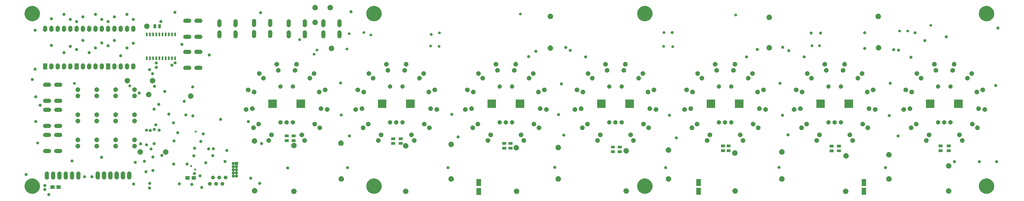
<source format=gts>
G04 #@! TF.FileFunction,Soldermask,Top*
%FSLAX46Y46*%
G04 Gerber Fmt 4.6, Leading zero omitted, Abs format (unit mm)*
G04 Created by KiCad (PCBNEW 4.0.2-4+6225~38~ubuntu14.04.1-stable) date Fr 26 Feb 2016 19:02:59 CET*
%MOMM*%
G01*
G04 APERTURE LIST*
%ADD10C,0.150000*%
G04 APERTURE END LIST*
D10*
G36*
X12064520Y-77987998D02*
X12179785Y-78011659D01*
X12288255Y-78057255D01*
X12385808Y-78123055D01*
X12468717Y-78206545D01*
X12533836Y-78304556D01*
X12578671Y-78413337D01*
X12601460Y-78528423D01*
X12601460Y-78528433D01*
X12601526Y-78528767D01*
X12599649Y-78663164D01*
X12599573Y-78663498D01*
X12599573Y-78663510D01*
X12573584Y-78777905D01*
X12525723Y-78885400D01*
X12457898Y-78981549D01*
X12372682Y-79062698D01*
X12273337Y-79125745D01*
X12163633Y-79168297D01*
X12047757Y-79188728D01*
X11930116Y-79186264D01*
X11815188Y-79160996D01*
X11707367Y-79113890D01*
X11610746Y-79046736D01*
X11529006Y-78962092D01*
X11465267Y-78863189D01*
X11421951Y-78753785D01*
X11400709Y-78638047D01*
X11402352Y-78520394D01*
X11426815Y-78405302D01*
X11473171Y-78297148D01*
X11539648Y-78200060D01*
X11623719Y-78117732D01*
X11722175Y-78053304D01*
X11831277Y-78009224D01*
X11946854Y-77987176D01*
X12064520Y-77987998D01*
X12064520Y-77987998D01*
G37*
G36*
X186269300Y-78715540D02*
X184469100Y-78715540D01*
X184469100Y-75914580D01*
X186269300Y-75914580D01*
X186269300Y-78715540D01*
X186269300Y-78715540D01*
G37*
G36*
X341615700Y-78702840D02*
X339815500Y-78702840D01*
X339815500Y-75901880D01*
X341615700Y-75901880D01*
X341615700Y-78702840D01*
X341615700Y-78702840D01*
G37*
G36*
X274902600Y-78690140D02*
X273102400Y-78690140D01*
X273102400Y-75889180D01*
X274902600Y-75889180D01*
X274902600Y-78690140D01*
X274902600Y-78690140D01*
G37*
G36*
X110948437Y-76167531D02*
X111159755Y-76210909D01*
X111358617Y-76294503D01*
X111537459Y-76415133D01*
X111689468Y-76568207D01*
X111808842Y-76747881D01*
X111891048Y-76947324D01*
X111932881Y-77158596D01*
X111932881Y-77158605D01*
X111932947Y-77158939D01*
X111929506Y-77405334D01*
X111929430Y-77405668D01*
X111929430Y-77405680D01*
X111881717Y-77615693D01*
X111793974Y-77812765D01*
X111669626Y-77989040D01*
X111513402Y-78137810D01*
X111331267Y-78253396D01*
X111130143Y-78331408D01*
X110917702Y-78368866D01*
X110702028Y-78364349D01*
X110491334Y-78318025D01*
X110293656Y-78231661D01*
X110116518Y-78108547D01*
X109966663Y-77953367D01*
X109849807Y-77772044D01*
X109770395Y-77571471D01*
X109731452Y-77359288D01*
X109734465Y-77143589D01*
X109779314Y-76932586D01*
X109864298Y-76734306D01*
X109986173Y-76556312D01*
X110140301Y-76405377D01*
X110320808Y-76287257D01*
X110520821Y-76206446D01*
X110732718Y-76166025D01*
X110948437Y-76167531D01*
X110948437Y-76167531D01*
G37*
G36*
X156033437Y-76167531D02*
X156244755Y-76210909D01*
X156443617Y-76294503D01*
X156622459Y-76415133D01*
X156774468Y-76568207D01*
X156893842Y-76747881D01*
X156976048Y-76947324D01*
X157017881Y-77158596D01*
X157017881Y-77158605D01*
X157017947Y-77158939D01*
X157014506Y-77405334D01*
X157014430Y-77405668D01*
X157014430Y-77405680D01*
X156966717Y-77615693D01*
X156878974Y-77812765D01*
X156754626Y-77989040D01*
X156598402Y-78137810D01*
X156416267Y-78253396D01*
X156215143Y-78331408D01*
X156002702Y-78368866D01*
X155787028Y-78364349D01*
X155576334Y-78318025D01*
X155378656Y-78231661D01*
X155201518Y-78108547D01*
X155051663Y-77953367D01*
X154934807Y-77772044D01*
X154855395Y-77571471D01*
X154816452Y-77359288D01*
X154819465Y-77143589D01*
X154864314Y-76932586D01*
X154949298Y-76734306D01*
X155071173Y-76556312D01*
X155225301Y-76405377D01*
X155405808Y-76287257D01*
X155605821Y-76206446D01*
X155817718Y-76166025D01*
X156033437Y-76167531D01*
X156033437Y-76167531D01*
G37*
G36*
X200737437Y-76167531D02*
X200948755Y-76210909D01*
X201147617Y-76294503D01*
X201326459Y-76415133D01*
X201478468Y-76568207D01*
X201597842Y-76747881D01*
X201680048Y-76947324D01*
X201721881Y-77158596D01*
X201721881Y-77158605D01*
X201721947Y-77158939D01*
X201718506Y-77405334D01*
X201718430Y-77405668D01*
X201718430Y-77405680D01*
X201670717Y-77615693D01*
X201582974Y-77812765D01*
X201458626Y-77989040D01*
X201302402Y-78137810D01*
X201120267Y-78253396D01*
X200919143Y-78331408D01*
X200706702Y-78368866D01*
X200491028Y-78364349D01*
X200280334Y-78318025D01*
X200082656Y-78231661D01*
X199905518Y-78108547D01*
X199755663Y-77953367D01*
X199638807Y-77772044D01*
X199559395Y-77571471D01*
X199520452Y-77359288D01*
X199523465Y-77143589D01*
X199568314Y-76932586D01*
X199653298Y-76734306D01*
X199775173Y-76556312D01*
X199929301Y-76405377D01*
X200109808Y-76287257D01*
X200309821Y-76206446D01*
X200521718Y-76166025D01*
X200737437Y-76167531D01*
X200737437Y-76167531D01*
G37*
G36*
X333452437Y-76167531D02*
X333663755Y-76210909D01*
X333862617Y-76294503D01*
X334041459Y-76415133D01*
X334193468Y-76568207D01*
X334312842Y-76747881D01*
X334395048Y-76947324D01*
X334436881Y-77158596D01*
X334436881Y-77158605D01*
X334436947Y-77158939D01*
X334433506Y-77405334D01*
X334433430Y-77405668D01*
X334433430Y-77405680D01*
X334385717Y-77615693D01*
X334297974Y-77812765D01*
X334173626Y-77989040D01*
X334017402Y-78137810D01*
X333835267Y-78253396D01*
X333634143Y-78331408D01*
X333421702Y-78368866D01*
X333206028Y-78364349D01*
X332995334Y-78318025D01*
X332797656Y-78231661D01*
X332620518Y-78108547D01*
X332470663Y-77953367D01*
X332353807Y-77772044D01*
X332274395Y-77571471D01*
X332235452Y-77359288D01*
X332238465Y-77143589D01*
X332283314Y-76932586D01*
X332368298Y-76734306D01*
X332490173Y-76556312D01*
X332644301Y-76405377D01*
X332824808Y-76287257D01*
X333024821Y-76206446D01*
X333236718Y-76166025D01*
X333452437Y-76167531D01*
X333452437Y-76167531D01*
G37*
G36*
X143454606Y-72086063D02*
X144050133Y-72208307D01*
X144610569Y-72443892D01*
X145114576Y-72783849D01*
X145542955Y-73215229D01*
X145879385Y-73721596D01*
X146111052Y-74283663D01*
X146229068Y-74879686D01*
X146229068Y-74879700D01*
X146229133Y-74880029D01*
X146219437Y-75574413D01*
X146219361Y-75574747D01*
X146219361Y-75574759D01*
X146084752Y-76167246D01*
X145837479Y-76722630D01*
X145487043Y-77219405D01*
X145046784Y-77638658D01*
X144533486Y-77964406D01*
X143966685Y-78184255D01*
X143367982Y-78289821D01*
X142760174Y-78277090D01*
X142166407Y-78146542D01*
X141609316Y-77903155D01*
X141110106Y-77556194D01*
X140687792Y-77118875D01*
X140358467Y-76607864D01*
X140134668Y-76042613D01*
X140024922Y-75444654D01*
X140033411Y-74836773D01*
X140159808Y-74242119D01*
X140399303Y-73683336D01*
X140742770Y-73181716D01*
X141177129Y-72756359D01*
X141685832Y-72423473D01*
X142249506Y-72195734D01*
X142846676Y-72081818D01*
X143454606Y-72086063D01*
X143454606Y-72086063D01*
G37*
G36*
X5659606Y-72086063D02*
X6255133Y-72208307D01*
X6815569Y-72443892D01*
X7319576Y-72783849D01*
X7747955Y-73215229D01*
X8084385Y-73721596D01*
X8316052Y-74283663D01*
X8434068Y-74879686D01*
X8434068Y-74879700D01*
X8434133Y-74880029D01*
X8424437Y-75574413D01*
X8424361Y-75574747D01*
X8424361Y-75574759D01*
X8289752Y-76167246D01*
X8042479Y-76722630D01*
X7692043Y-77219405D01*
X7251784Y-77638658D01*
X6738486Y-77964406D01*
X6171685Y-78184255D01*
X5572982Y-78289821D01*
X4965174Y-78277090D01*
X4371407Y-78146542D01*
X3814316Y-77903155D01*
X3315106Y-77556194D01*
X2892792Y-77118875D01*
X2563467Y-76607864D01*
X2339668Y-76042613D01*
X2229922Y-75444654D01*
X2238411Y-74836773D01*
X2364808Y-74242119D01*
X2604303Y-73683336D01*
X2947770Y-73181716D01*
X3382129Y-72756359D01*
X3890832Y-72423473D01*
X4454506Y-72195734D01*
X5051676Y-72081818D01*
X5659606Y-72086063D01*
X5659606Y-72086063D01*
G37*
G36*
X252674606Y-72086063D02*
X253270133Y-72208307D01*
X253830569Y-72443892D01*
X254334576Y-72783849D01*
X254762955Y-73215229D01*
X255099385Y-73721596D01*
X255331052Y-74283663D01*
X255449068Y-74879686D01*
X255449068Y-74879700D01*
X255449133Y-74880029D01*
X255439437Y-75574413D01*
X255439361Y-75574747D01*
X255439361Y-75574759D01*
X255304752Y-76167246D01*
X255057479Y-76722630D01*
X254707043Y-77219405D01*
X254266784Y-77638658D01*
X253753486Y-77964406D01*
X253186685Y-78184255D01*
X252587982Y-78289821D01*
X251980174Y-78277090D01*
X251386407Y-78146542D01*
X250829316Y-77903155D01*
X250330106Y-77556194D01*
X249907792Y-77118875D01*
X249578467Y-76607864D01*
X249354668Y-76042613D01*
X249244922Y-75444654D01*
X249253411Y-74836773D01*
X249379808Y-74242119D01*
X249619303Y-73683336D01*
X249962770Y-73181716D01*
X250397129Y-72756359D01*
X250905832Y-72423473D01*
X251469506Y-72195734D01*
X252066676Y-72081818D01*
X252674606Y-72086063D01*
X252674606Y-72086063D01*
G37*
G36*
X390469606Y-72086063D02*
X391065133Y-72208307D01*
X391625569Y-72443892D01*
X392129576Y-72783849D01*
X392557955Y-73215229D01*
X392894385Y-73721596D01*
X393126052Y-74283663D01*
X393244068Y-74879686D01*
X393244068Y-74879700D01*
X393244133Y-74880029D01*
X393234437Y-75574413D01*
X393234361Y-75574747D01*
X393234361Y-75574759D01*
X393099752Y-76167246D01*
X392852479Y-76722630D01*
X392502043Y-77219405D01*
X392061784Y-77638658D01*
X391548486Y-77964406D01*
X390981685Y-78184255D01*
X390382982Y-78289821D01*
X389775174Y-78277090D01*
X389181407Y-78146542D01*
X388624316Y-77903155D01*
X388125106Y-77556194D01*
X387702792Y-77118875D01*
X387373467Y-76607864D01*
X387149668Y-76042613D01*
X387039922Y-75444654D01*
X387048411Y-74836773D01*
X387174808Y-74242119D01*
X387414303Y-73683336D01*
X387757770Y-73181716D01*
X388192129Y-72756359D01*
X388700832Y-72423473D01*
X389264506Y-72195734D01*
X389861676Y-72081818D01*
X390469606Y-72086063D01*
X390469606Y-72086063D01*
G37*
G36*
X244933437Y-76040531D02*
X245144755Y-76083909D01*
X245343617Y-76167503D01*
X245522459Y-76288133D01*
X245674468Y-76441207D01*
X245793842Y-76620881D01*
X245876048Y-76820324D01*
X245917881Y-77031596D01*
X245917881Y-77031605D01*
X245917947Y-77031939D01*
X245914506Y-77278334D01*
X245914430Y-77278668D01*
X245914430Y-77278680D01*
X245866717Y-77488693D01*
X245778974Y-77685765D01*
X245654626Y-77862040D01*
X245498402Y-78010810D01*
X245316267Y-78126396D01*
X245115143Y-78204408D01*
X244902702Y-78241866D01*
X244687028Y-78237349D01*
X244476334Y-78191025D01*
X244278656Y-78104661D01*
X244101518Y-77981547D01*
X243951663Y-77826367D01*
X243834807Y-77645044D01*
X243755395Y-77444471D01*
X243716452Y-77232288D01*
X243719465Y-77016589D01*
X243764314Y-76805586D01*
X243849298Y-76607306D01*
X243971173Y-76429312D01*
X244125301Y-76278377D01*
X244305808Y-76160257D01*
X244505821Y-76079446D01*
X244717718Y-76039025D01*
X244933437Y-76040531D01*
X244933437Y-76040531D01*
G37*
G36*
X288875437Y-76040531D02*
X289086755Y-76083909D01*
X289285617Y-76167503D01*
X289464459Y-76288133D01*
X289616468Y-76441207D01*
X289735842Y-76620881D01*
X289818048Y-76820324D01*
X289859881Y-77031596D01*
X289859881Y-77031605D01*
X289859947Y-77031939D01*
X289856506Y-77278334D01*
X289856430Y-77278668D01*
X289856430Y-77278680D01*
X289808717Y-77488693D01*
X289720974Y-77685765D01*
X289596626Y-77862040D01*
X289440402Y-78010810D01*
X289258267Y-78126396D01*
X289057143Y-78204408D01*
X288844702Y-78241866D01*
X288629028Y-78237349D01*
X288418334Y-78191025D01*
X288220656Y-78104661D01*
X288043518Y-77981547D01*
X287893663Y-77826367D01*
X287776807Y-77645044D01*
X287697395Y-77444471D01*
X287658452Y-77232288D01*
X287661465Y-77016589D01*
X287706314Y-76805586D01*
X287791298Y-76607306D01*
X287913173Y-76429312D01*
X288067301Y-76278377D01*
X288247808Y-76160257D01*
X288447821Y-76079446D01*
X288659718Y-76039025D01*
X288875437Y-76040531D01*
X288875437Y-76040531D01*
G37*
G36*
X374981437Y-76040531D02*
X375192755Y-76083909D01*
X375391617Y-76167503D01*
X375570459Y-76288133D01*
X375722468Y-76441207D01*
X375841842Y-76620881D01*
X375924048Y-76820324D01*
X375965881Y-77031596D01*
X375965881Y-77031605D01*
X375965947Y-77031939D01*
X375962506Y-77278334D01*
X375962430Y-77278668D01*
X375962430Y-77278680D01*
X375914717Y-77488693D01*
X375826974Y-77685765D01*
X375702626Y-77862040D01*
X375546402Y-78010810D01*
X375364267Y-78126396D01*
X375163143Y-78204408D01*
X374950702Y-78241866D01*
X374735028Y-78237349D01*
X374524334Y-78191025D01*
X374326656Y-78104661D01*
X374149518Y-77981547D01*
X373999663Y-77826367D01*
X373882807Y-77645044D01*
X373803395Y-77444471D01*
X373764452Y-77232288D01*
X373767465Y-77016589D01*
X373812314Y-76805586D01*
X373897298Y-76607306D01*
X374019173Y-76429312D01*
X374173301Y-76278377D01*
X374353808Y-76160257D01*
X374553821Y-76079446D01*
X374765718Y-76039025D01*
X374981437Y-76040531D01*
X374981437Y-76040531D01*
G37*
G36*
X95111537Y-75938931D02*
X95322855Y-75982309D01*
X95521717Y-76065903D01*
X95700559Y-76186533D01*
X95852568Y-76339607D01*
X95971942Y-76519281D01*
X96054148Y-76718724D01*
X96095981Y-76929996D01*
X96095981Y-76930005D01*
X96096047Y-76930339D01*
X96092606Y-77176734D01*
X96092530Y-77177068D01*
X96092530Y-77177080D01*
X96044817Y-77387093D01*
X95957074Y-77584165D01*
X95832726Y-77760440D01*
X95676502Y-77909210D01*
X95494367Y-78024796D01*
X95293243Y-78102808D01*
X95080802Y-78140266D01*
X94865128Y-78135749D01*
X94654434Y-78089425D01*
X94456756Y-78003061D01*
X94279618Y-77879947D01*
X94129763Y-77724767D01*
X94012907Y-77543444D01*
X93933495Y-77342871D01*
X93894552Y-77130688D01*
X93897565Y-76914989D01*
X93942414Y-76703986D01*
X94027398Y-76505706D01*
X94149273Y-76327712D01*
X94303401Y-76176777D01*
X94483908Y-76058657D01*
X94683921Y-75977846D01*
X94895818Y-75937425D01*
X95111537Y-75938931D01*
X95111537Y-75938931D01*
G37*
G36*
X10477020Y-75917898D02*
X10592285Y-75941559D01*
X10700755Y-75987155D01*
X10798308Y-76052955D01*
X10881217Y-76136445D01*
X10946336Y-76234456D01*
X10991171Y-76343237D01*
X11013960Y-76458323D01*
X11013960Y-76458333D01*
X11014026Y-76458667D01*
X11012149Y-76593064D01*
X11012073Y-76593398D01*
X11012073Y-76593410D01*
X10986084Y-76707805D01*
X10938223Y-76815300D01*
X10870398Y-76911449D01*
X10785182Y-76992598D01*
X10685837Y-77055645D01*
X10576133Y-77098197D01*
X10460257Y-77118628D01*
X10342616Y-77116164D01*
X10227688Y-77090896D01*
X10119867Y-77043790D01*
X10023246Y-76976636D01*
X9941506Y-76891992D01*
X9877767Y-76793089D01*
X9834451Y-76683685D01*
X9813209Y-76567947D01*
X9814852Y-76450294D01*
X9839315Y-76335202D01*
X9885671Y-76227048D01*
X9952148Y-76129960D01*
X10036219Y-76047632D01*
X10134675Y-75983204D01*
X10243777Y-75939124D01*
X10359354Y-75917076D01*
X10477020Y-75917898D01*
X10477020Y-75917898D01*
G37*
G36*
X52641020Y-75346398D02*
X52756285Y-75370059D01*
X52864755Y-75415655D01*
X52962308Y-75481455D01*
X53045217Y-75564945D01*
X53110336Y-75662956D01*
X53155171Y-75771737D01*
X53177960Y-75886823D01*
X53177960Y-75886833D01*
X53178026Y-75887167D01*
X53176149Y-76021564D01*
X53176073Y-76021898D01*
X53176073Y-76021910D01*
X53150084Y-76136305D01*
X53102223Y-76243800D01*
X53034398Y-76339949D01*
X52949182Y-76421098D01*
X52849837Y-76484145D01*
X52740133Y-76526697D01*
X52624257Y-76547128D01*
X52506616Y-76544664D01*
X52391688Y-76519396D01*
X52283867Y-76472290D01*
X52187246Y-76405136D01*
X52105506Y-76320492D01*
X52041767Y-76221589D01*
X51998451Y-76112185D01*
X51977209Y-75996447D01*
X51978852Y-75878794D01*
X52003315Y-75763702D01*
X52049671Y-75655548D01*
X52116148Y-75558460D01*
X52200219Y-75476132D01*
X52298675Y-75411704D01*
X52407777Y-75367624D01*
X52523354Y-75345576D01*
X52641020Y-75346398D01*
X52641020Y-75346398D01*
G37*
G36*
X16819300Y-76328100D02*
X15119300Y-76328100D01*
X15119300Y-74878100D01*
X16819300Y-74878100D01*
X16819300Y-76328100D01*
X16819300Y-76328100D01*
G37*
G36*
X14319300Y-76328100D02*
X12619300Y-76328100D01*
X12619300Y-74878100D01*
X14319300Y-74878100D01*
X14319300Y-76328100D01*
X14319300Y-76328100D01*
G37*
G36*
X73723020Y-75092398D02*
X73838285Y-75116059D01*
X73946755Y-75161655D01*
X74044308Y-75227455D01*
X74127217Y-75310945D01*
X74192336Y-75408956D01*
X74237171Y-75517737D01*
X74259960Y-75632823D01*
X74259960Y-75632833D01*
X74260026Y-75633167D01*
X74258149Y-75767564D01*
X74258073Y-75767898D01*
X74258073Y-75767910D01*
X74232084Y-75882305D01*
X74184223Y-75989800D01*
X74116398Y-76085949D01*
X74031182Y-76167098D01*
X73931837Y-76230145D01*
X73822133Y-76272697D01*
X73706257Y-76293128D01*
X73588616Y-76290664D01*
X73473688Y-76265396D01*
X73365867Y-76218290D01*
X73269246Y-76151136D01*
X73187506Y-76066492D01*
X73123767Y-75967589D01*
X73080451Y-75858185D01*
X73059209Y-75742447D01*
X73060852Y-75624794D01*
X73085315Y-75509702D01*
X73131671Y-75401548D01*
X73198148Y-75304460D01*
X73282219Y-75222132D01*
X73380675Y-75157704D01*
X73489777Y-75113624D01*
X73605354Y-75091576D01*
X73723020Y-75092398D01*
X73723020Y-75092398D01*
G37*
G36*
X10477020Y-74317698D02*
X10592285Y-74341359D01*
X10700755Y-74386955D01*
X10798308Y-74452755D01*
X10881217Y-74536245D01*
X10946336Y-74634256D01*
X10991171Y-74743037D01*
X11013960Y-74858123D01*
X11013960Y-74858133D01*
X11014026Y-74858467D01*
X11012149Y-74992864D01*
X11012073Y-74993198D01*
X11012073Y-74993210D01*
X10986084Y-75107605D01*
X10938223Y-75215100D01*
X10870398Y-75311249D01*
X10785182Y-75392398D01*
X10685837Y-75455445D01*
X10576133Y-75497997D01*
X10460257Y-75518428D01*
X10342616Y-75515964D01*
X10227688Y-75490696D01*
X10119867Y-75443590D01*
X10023246Y-75376436D01*
X9941506Y-75291792D01*
X9877767Y-75192889D01*
X9834451Y-75083485D01*
X9813209Y-74967747D01*
X9814852Y-74850094D01*
X9839315Y-74735002D01*
X9885671Y-74626848D01*
X9952148Y-74529760D01*
X10036219Y-74447432D01*
X10134675Y-74383004D01*
X10243777Y-74338924D01*
X10359354Y-74316876D01*
X10477020Y-74317698D01*
X10477020Y-74317698D01*
G37*
G36*
X186269300Y-75113820D02*
X184469100Y-75113820D01*
X184469100Y-72312860D01*
X186269300Y-72312860D01*
X186269300Y-75113820D01*
X186269300Y-75113820D01*
G37*
G36*
X341615700Y-75101120D02*
X339815500Y-75101120D01*
X339815500Y-72300160D01*
X341615700Y-72300160D01*
X341615700Y-75101120D01*
X341615700Y-75101120D01*
G37*
G36*
X274902600Y-75088420D02*
X273102400Y-75088420D01*
X273102400Y-72287460D01*
X274902600Y-72287460D01*
X274902600Y-75088420D01*
X274902600Y-75088420D01*
G37*
G36*
X69747920Y-73873198D02*
X69863185Y-73896859D01*
X69971655Y-73942455D01*
X70069208Y-74008255D01*
X70152117Y-74091745D01*
X70217236Y-74189756D01*
X70262071Y-74298537D01*
X70284860Y-74413623D01*
X70284860Y-74413633D01*
X70284926Y-74413967D01*
X70283049Y-74548364D01*
X70282973Y-74548698D01*
X70282973Y-74548710D01*
X70256984Y-74663105D01*
X70209123Y-74770600D01*
X70141298Y-74866749D01*
X70056082Y-74947898D01*
X69956737Y-75010945D01*
X69847033Y-75053497D01*
X69731157Y-75073928D01*
X69613516Y-75071464D01*
X69498588Y-75046196D01*
X69390767Y-74999090D01*
X69294146Y-74931936D01*
X69212406Y-74847292D01*
X69148667Y-74748389D01*
X69105351Y-74638985D01*
X69084109Y-74523247D01*
X69085752Y-74405594D01*
X69110215Y-74290502D01*
X69156571Y-74182348D01*
X69223048Y-74085260D01*
X69307119Y-74002932D01*
X69405575Y-73938504D01*
X69514677Y-73894424D01*
X69630254Y-73872376D01*
X69747920Y-73873198D01*
X69747920Y-73873198D01*
G37*
G36*
X79548848Y-73458905D02*
X79694926Y-73488891D01*
X79832394Y-73546677D01*
X79956026Y-73630067D01*
X80061100Y-73735877D01*
X80143626Y-73860088D01*
X80200448Y-73997952D01*
X80229347Y-74143895D01*
X80229347Y-74143910D01*
X80229412Y-74144239D01*
X80227034Y-74314564D01*
X80226958Y-74314898D01*
X80226958Y-74314910D01*
X80194000Y-74459980D01*
X80133345Y-74596211D01*
X80047387Y-74718065D01*
X79939392Y-74820907D01*
X79813488Y-74900807D01*
X79674456Y-74954736D01*
X79527602Y-74980629D01*
X79378512Y-74977507D01*
X79232862Y-74945483D01*
X79096220Y-74885786D01*
X78973761Y-74800675D01*
X78870173Y-74693406D01*
X78789395Y-74568062D01*
X78734498Y-74429411D01*
X78707578Y-74282734D01*
X78709661Y-74133628D01*
X78740664Y-73987767D01*
X78799411Y-73850701D01*
X78883660Y-73727659D01*
X78990205Y-73623321D01*
X79114982Y-73541669D01*
X79253250Y-73485805D01*
X79399726Y-73457863D01*
X79548848Y-73458905D01*
X79548848Y-73458905D01*
G37*
G36*
X77008848Y-73458905D02*
X77154926Y-73488891D01*
X77292394Y-73546677D01*
X77416026Y-73630067D01*
X77521100Y-73735877D01*
X77603626Y-73860088D01*
X77660448Y-73997952D01*
X77689347Y-74143895D01*
X77689347Y-74143910D01*
X77689412Y-74144239D01*
X77687034Y-74314564D01*
X77686958Y-74314898D01*
X77686958Y-74314910D01*
X77654000Y-74459980D01*
X77593345Y-74596211D01*
X77507387Y-74718065D01*
X77399392Y-74820907D01*
X77273488Y-74900807D01*
X77134456Y-74954736D01*
X76987602Y-74980629D01*
X76838512Y-74977507D01*
X76692862Y-74945483D01*
X76556220Y-74885786D01*
X76433761Y-74800675D01*
X76330173Y-74693406D01*
X76249395Y-74568062D01*
X76194498Y-74429411D01*
X76167578Y-74282734D01*
X76169661Y-74133628D01*
X76200664Y-73987767D01*
X76259411Y-73850701D01*
X76343660Y-73727659D01*
X76450205Y-73623321D01*
X76574982Y-73541669D01*
X76713250Y-73485805D01*
X76859726Y-73457863D01*
X77008848Y-73458905D01*
X77008848Y-73458905D01*
G37*
G36*
X82088848Y-73458905D02*
X82234926Y-73488891D01*
X82372394Y-73546677D01*
X82496026Y-73630067D01*
X82601100Y-73735877D01*
X82683626Y-73860088D01*
X82740448Y-73997952D01*
X82769347Y-74143895D01*
X82769347Y-74143910D01*
X82769412Y-74144239D01*
X82767034Y-74314564D01*
X82766958Y-74314898D01*
X82766958Y-74314910D01*
X82734000Y-74459980D01*
X82673345Y-74596211D01*
X82587387Y-74718065D01*
X82479392Y-74820907D01*
X82353488Y-74900807D01*
X82214456Y-74954736D01*
X82067602Y-74980629D01*
X81918512Y-74977507D01*
X81772862Y-74945483D01*
X81636220Y-74885786D01*
X81513761Y-74800675D01*
X81410173Y-74693406D01*
X81329395Y-74568062D01*
X81274498Y-74429411D01*
X81247578Y-74282734D01*
X81249661Y-74133628D01*
X81280664Y-73987767D01*
X81339411Y-73850701D01*
X81423660Y-73727659D01*
X81530205Y-73623321D01*
X81654982Y-73541669D01*
X81793250Y-73485805D01*
X81939726Y-73457863D01*
X82088848Y-73458905D01*
X82088848Y-73458905D01*
G37*
G36*
X46291020Y-73695398D02*
X46406285Y-73719059D01*
X46514755Y-73764655D01*
X46612308Y-73830455D01*
X46695217Y-73913945D01*
X46760336Y-74011956D01*
X46805171Y-74120737D01*
X46827960Y-74235823D01*
X46827960Y-74235833D01*
X46828026Y-74236167D01*
X46826149Y-74370564D01*
X46826073Y-74370898D01*
X46826073Y-74370910D01*
X46800084Y-74485305D01*
X46752223Y-74592800D01*
X46684398Y-74688949D01*
X46599182Y-74770098D01*
X46499837Y-74833145D01*
X46390133Y-74875697D01*
X46274257Y-74896128D01*
X46156616Y-74893664D01*
X46041688Y-74868396D01*
X45933867Y-74821290D01*
X45837246Y-74754136D01*
X45755506Y-74669492D01*
X45691767Y-74570589D01*
X45648451Y-74461185D01*
X45627209Y-74345447D01*
X45628852Y-74227794D01*
X45653315Y-74112702D01*
X45699671Y-74004548D01*
X45766148Y-73907460D01*
X45850219Y-73825132D01*
X45948675Y-73760704D01*
X46057777Y-73716624D01*
X46173354Y-73694576D01*
X46291020Y-73695398D01*
X46291020Y-73695398D01*
G37*
G36*
X64680620Y-73631898D02*
X64795885Y-73655559D01*
X64904355Y-73701155D01*
X65001908Y-73766955D01*
X65084817Y-73850445D01*
X65149936Y-73948456D01*
X65194771Y-74057237D01*
X65217560Y-74172323D01*
X65217560Y-74172333D01*
X65217626Y-74172667D01*
X65215749Y-74307064D01*
X65215673Y-74307398D01*
X65215673Y-74307410D01*
X65189684Y-74421805D01*
X65141823Y-74529300D01*
X65073998Y-74625449D01*
X64988782Y-74706598D01*
X64889437Y-74769645D01*
X64779733Y-74812197D01*
X64663857Y-74832628D01*
X64546216Y-74830164D01*
X64431288Y-74804896D01*
X64323467Y-74757790D01*
X64226846Y-74690636D01*
X64145106Y-74605992D01*
X64081367Y-74507089D01*
X64038051Y-74397685D01*
X64016809Y-74281947D01*
X64018452Y-74164294D01*
X64042915Y-74049202D01*
X64089271Y-73941048D01*
X64155748Y-73843960D01*
X64239819Y-73761632D01*
X64338275Y-73697204D01*
X64447377Y-73653124D01*
X64562954Y-73631076D01*
X64680620Y-73631898D01*
X64680620Y-73631898D01*
G37*
G36*
X52768020Y-73441398D02*
X52883285Y-73465059D01*
X52991755Y-73510655D01*
X53089308Y-73576455D01*
X53172217Y-73659945D01*
X53237336Y-73757956D01*
X53282171Y-73866737D01*
X53304960Y-73981823D01*
X53304960Y-73981833D01*
X53305026Y-73982167D01*
X53303149Y-74116564D01*
X53303073Y-74116898D01*
X53303073Y-74116910D01*
X53277084Y-74231305D01*
X53229223Y-74338800D01*
X53161398Y-74434949D01*
X53076182Y-74516098D01*
X52976837Y-74579145D01*
X52867133Y-74621697D01*
X52751257Y-74642128D01*
X52633616Y-74639664D01*
X52518688Y-74614396D01*
X52410867Y-74567290D01*
X52314246Y-74500136D01*
X52232506Y-74415492D01*
X52168767Y-74316589D01*
X52125451Y-74207185D01*
X52104209Y-74091447D01*
X52105852Y-73973794D01*
X52130315Y-73858702D01*
X52176671Y-73750548D01*
X52243148Y-73653460D01*
X52327219Y-73571132D01*
X52425675Y-73506704D01*
X52534777Y-73462624D01*
X52650354Y-73440576D01*
X52768020Y-73441398D01*
X52768020Y-73441398D01*
G37*
G36*
X97091020Y-73441398D02*
X97206285Y-73465059D01*
X97314755Y-73510655D01*
X97412308Y-73576455D01*
X97495217Y-73659945D01*
X97560336Y-73757956D01*
X97605171Y-73866737D01*
X97627960Y-73981823D01*
X97627960Y-73981833D01*
X97628026Y-73982167D01*
X97626149Y-74116564D01*
X97626073Y-74116898D01*
X97626073Y-74116910D01*
X97600084Y-74231305D01*
X97552223Y-74338800D01*
X97484398Y-74434949D01*
X97399182Y-74516098D01*
X97299837Y-74579145D01*
X97190133Y-74621697D01*
X97074257Y-74642128D01*
X96956616Y-74639664D01*
X96841688Y-74614396D01*
X96733867Y-74567290D01*
X96637246Y-74500136D01*
X96555506Y-74415492D01*
X96491767Y-74316589D01*
X96448451Y-74207185D01*
X96427209Y-74091447D01*
X96428852Y-73973794D01*
X96453315Y-73858702D01*
X96499671Y-73750548D01*
X96566148Y-73653460D01*
X96650219Y-73571132D01*
X96748675Y-73506704D01*
X96857777Y-73462624D01*
X96973354Y-73440576D01*
X97091020Y-73441398D01*
X97091020Y-73441398D01*
G37*
G36*
X130036537Y-71163731D02*
X130247855Y-71207109D01*
X130446717Y-71290703D01*
X130625559Y-71411333D01*
X130777568Y-71564407D01*
X130896942Y-71744081D01*
X130979148Y-71943524D01*
X131020981Y-72154796D01*
X131020981Y-72154805D01*
X131021047Y-72155139D01*
X131017606Y-72401534D01*
X131017530Y-72401868D01*
X131017530Y-72401880D01*
X130969817Y-72611893D01*
X130882074Y-72808965D01*
X130757726Y-72985240D01*
X130601502Y-73134010D01*
X130419367Y-73249596D01*
X130218243Y-73327608D01*
X130005802Y-73365066D01*
X129790128Y-73360549D01*
X129579434Y-73314225D01*
X129381756Y-73227861D01*
X129204618Y-73104747D01*
X129054763Y-72949567D01*
X128937907Y-72768244D01*
X128858495Y-72567671D01*
X128819552Y-72355488D01*
X128822565Y-72139789D01*
X128867414Y-71928786D01*
X128952398Y-71730506D01*
X129074273Y-71552512D01*
X129228401Y-71401577D01*
X129408908Y-71283457D01*
X129608921Y-71202646D01*
X129820818Y-71162225D01*
X130036537Y-71163731D01*
X130036537Y-71163731D01*
G37*
G36*
X174359537Y-71163731D02*
X174570855Y-71207109D01*
X174769717Y-71290703D01*
X174948559Y-71411333D01*
X175100568Y-71564407D01*
X175219942Y-71744081D01*
X175302148Y-71943524D01*
X175343981Y-72154796D01*
X175343981Y-72154805D01*
X175344047Y-72155139D01*
X175340606Y-72401534D01*
X175340530Y-72401868D01*
X175340530Y-72401880D01*
X175292817Y-72611893D01*
X175205074Y-72808965D01*
X175080726Y-72985240D01*
X174924502Y-73134010D01*
X174742367Y-73249596D01*
X174541243Y-73327608D01*
X174328802Y-73365066D01*
X174113128Y-73360549D01*
X173902434Y-73314225D01*
X173704756Y-73227861D01*
X173527618Y-73104747D01*
X173377763Y-72949567D01*
X173260907Y-72768244D01*
X173181495Y-72567671D01*
X173142552Y-72355488D01*
X173145565Y-72139789D01*
X173190414Y-71928786D01*
X173275398Y-71730506D01*
X173397273Y-71552512D01*
X173551401Y-71401577D01*
X173731908Y-71283457D01*
X173931921Y-71202646D01*
X174143818Y-71162225D01*
X174359537Y-71163731D01*
X174359537Y-71163731D01*
G37*
G36*
X217539537Y-71163731D02*
X217750855Y-71207109D01*
X217949717Y-71290703D01*
X218128559Y-71411333D01*
X218280568Y-71564407D01*
X218399942Y-71744081D01*
X218482148Y-71943524D01*
X218523981Y-72154796D01*
X218523981Y-72154805D01*
X218524047Y-72155139D01*
X218520606Y-72401534D01*
X218520530Y-72401868D01*
X218520530Y-72401880D01*
X218472817Y-72611893D01*
X218385074Y-72808965D01*
X218260726Y-72985240D01*
X218104502Y-73134010D01*
X217922367Y-73249596D01*
X217721243Y-73327608D01*
X217508802Y-73365066D01*
X217293128Y-73360549D01*
X217082434Y-73314225D01*
X216884756Y-73227861D01*
X216707618Y-73104747D01*
X216557763Y-72949567D01*
X216440907Y-72768244D01*
X216361495Y-72567671D01*
X216322552Y-72355488D01*
X216325565Y-72139789D01*
X216370414Y-71928786D01*
X216455398Y-71730506D01*
X216577273Y-71552512D01*
X216731401Y-71401577D01*
X216911908Y-71283457D01*
X217111921Y-71202646D01*
X217323818Y-71162225D01*
X217539537Y-71163731D01*
X217539537Y-71163731D01*
G37*
G36*
X307709537Y-71163731D02*
X307920855Y-71207109D01*
X308119717Y-71290703D01*
X308298559Y-71411333D01*
X308450568Y-71564407D01*
X308569942Y-71744081D01*
X308652148Y-71943524D01*
X308693981Y-72154796D01*
X308693981Y-72154805D01*
X308694047Y-72155139D01*
X308690606Y-72401534D01*
X308690530Y-72401868D01*
X308690530Y-72401880D01*
X308642817Y-72611893D01*
X308555074Y-72808965D01*
X308430726Y-72985240D01*
X308274502Y-73134010D01*
X308092367Y-73249596D01*
X307891243Y-73327608D01*
X307678802Y-73365066D01*
X307463128Y-73360549D01*
X307252434Y-73314225D01*
X307054756Y-73227861D01*
X306877618Y-73104747D01*
X306727763Y-72949567D01*
X306610907Y-72768244D01*
X306531495Y-72567671D01*
X306492552Y-72355488D01*
X306495565Y-72139789D01*
X306540414Y-71928786D01*
X306625398Y-71730506D01*
X306747273Y-71552512D01*
X306901401Y-71401577D01*
X307081908Y-71283457D01*
X307281921Y-71202646D01*
X307493818Y-71162225D01*
X307709537Y-71163731D01*
X307709537Y-71163731D01*
G37*
G36*
X261989537Y-71163731D02*
X262200855Y-71207109D01*
X262399717Y-71290703D01*
X262578559Y-71411333D01*
X262730568Y-71564407D01*
X262849942Y-71744081D01*
X262932148Y-71943524D01*
X262973981Y-72154796D01*
X262973981Y-72154805D01*
X262974047Y-72155139D01*
X262970606Y-72401534D01*
X262970530Y-72401868D01*
X262970530Y-72401880D01*
X262922817Y-72611893D01*
X262835074Y-72808965D01*
X262710726Y-72985240D01*
X262554502Y-73134010D01*
X262372367Y-73249596D01*
X262171243Y-73327608D01*
X261958802Y-73365066D01*
X261743128Y-73360549D01*
X261532434Y-73314225D01*
X261334756Y-73227861D01*
X261157618Y-73104747D01*
X261007763Y-72949567D01*
X260890907Y-72768244D01*
X260811495Y-72567671D01*
X260772552Y-72355488D01*
X260775565Y-72139789D01*
X260820414Y-71928786D01*
X260905398Y-71730506D01*
X261027273Y-71552512D01*
X261181401Y-71401577D01*
X261361908Y-71283457D01*
X261561921Y-71202646D01*
X261773818Y-71162225D01*
X261989537Y-71163731D01*
X261989537Y-71163731D01*
G37*
G36*
X350889537Y-71163731D02*
X351100855Y-71207109D01*
X351299717Y-71290703D01*
X351478559Y-71411333D01*
X351630568Y-71564407D01*
X351749942Y-71744081D01*
X351832148Y-71943524D01*
X351873981Y-72154796D01*
X351873981Y-72154805D01*
X351874047Y-72155139D01*
X351870606Y-72401534D01*
X351870530Y-72401868D01*
X351870530Y-72401880D01*
X351822817Y-72611893D01*
X351735074Y-72808965D01*
X351610726Y-72985240D01*
X351454502Y-73134010D01*
X351272367Y-73249596D01*
X351071243Y-73327608D01*
X350858802Y-73365066D01*
X350643128Y-73360549D01*
X350432434Y-73314225D01*
X350234756Y-73227861D01*
X350057618Y-73104747D01*
X349907763Y-72949567D01*
X349790907Y-72768244D01*
X349711495Y-72567671D01*
X349672552Y-72355488D01*
X349675565Y-72139789D01*
X349720414Y-71928786D01*
X349805398Y-71730506D01*
X349927273Y-71552512D01*
X350081401Y-71401577D01*
X350261908Y-71283457D01*
X350461921Y-71202646D01*
X350673818Y-71162225D01*
X350889537Y-71163731D01*
X350889537Y-71163731D01*
G37*
G36*
X71302300Y-72581600D02*
X69602300Y-72581600D01*
X69602300Y-71131600D01*
X71302300Y-71131600D01*
X71302300Y-72581600D01*
X71302300Y-72581600D01*
G37*
G36*
X68802300Y-72581600D02*
X67102300Y-72581600D01*
X67102300Y-71131600D01*
X68802300Y-71131600D01*
X68802300Y-72581600D01*
X68802300Y-72581600D01*
G37*
G36*
X93471520Y-71345898D02*
X93586785Y-71369559D01*
X93695255Y-71415155D01*
X93792808Y-71480955D01*
X93875717Y-71564445D01*
X93940836Y-71662456D01*
X93985671Y-71771237D01*
X94008460Y-71886323D01*
X94008460Y-71886333D01*
X94008526Y-71886667D01*
X94006649Y-72021064D01*
X94006573Y-72021398D01*
X94006573Y-72021410D01*
X93980584Y-72135805D01*
X93932723Y-72243300D01*
X93864898Y-72339449D01*
X93779682Y-72420598D01*
X93680337Y-72483645D01*
X93570633Y-72526197D01*
X93454757Y-72546628D01*
X93337116Y-72544164D01*
X93222188Y-72518896D01*
X93114367Y-72471790D01*
X93017746Y-72404636D01*
X92936006Y-72319992D01*
X92872267Y-72221089D01*
X92828951Y-72111685D01*
X92807709Y-71995947D01*
X92809352Y-71878294D01*
X92833815Y-71763202D01*
X92880171Y-71655048D01*
X92946648Y-71557960D01*
X93030719Y-71475632D01*
X93129175Y-71411204D01*
X93238277Y-71367124D01*
X93353854Y-71345076D01*
X93471520Y-71345898D01*
X93471520Y-71345898D01*
G37*
G36*
X11387379Y-69277140D02*
X11387392Y-69277144D01*
X11387429Y-69277148D01*
X11548138Y-69326896D01*
X11696124Y-69406912D01*
X11825750Y-69514147D01*
X11932078Y-69644518D01*
X12011059Y-69793059D01*
X12059683Y-69954112D01*
X12076100Y-70121542D01*
X12076100Y-71661258D01*
X12076016Y-71673293D01*
X12057263Y-71840478D01*
X12006395Y-72000836D01*
X11925348Y-72148260D01*
X11817210Y-72277133D01*
X11686099Y-72382549D01*
X11537011Y-72460490D01*
X11375623Y-72507990D01*
X11375589Y-72507993D01*
X11375576Y-72507997D01*
X11208084Y-72523240D01*
X11040821Y-72505660D01*
X11040808Y-72505656D01*
X11040771Y-72505652D01*
X10880062Y-72455904D01*
X10732076Y-72375888D01*
X10602450Y-72268653D01*
X10496122Y-72138282D01*
X10417141Y-71989741D01*
X10368517Y-71828688D01*
X10352100Y-71661258D01*
X10352100Y-70121542D01*
X10352184Y-70109507D01*
X10370937Y-69942322D01*
X10421805Y-69781964D01*
X10502852Y-69634540D01*
X10610990Y-69505667D01*
X10742101Y-69400251D01*
X10891189Y-69322310D01*
X11052577Y-69274810D01*
X11052611Y-69274807D01*
X11052624Y-69274803D01*
X11220116Y-69259560D01*
X11387379Y-69277140D01*
X11387379Y-69277140D01*
G37*
G36*
X24087379Y-69277140D02*
X24087392Y-69277144D01*
X24087429Y-69277148D01*
X24248138Y-69326896D01*
X24396124Y-69406912D01*
X24525750Y-69514147D01*
X24632078Y-69644518D01*
X24711059Y-69793059D01*
X24759683Y-69954112D01*
X24776100Y-70121542D01*
X24776100Y-71661258D01*
X24776016Y-71673293D01*
X24757263Y-71840478D01*
X24706395Y-72000836D01*
X24625348Y-72148260D01*
X24517210Y-72277133D01*
X24386099Y-72382549D01*
X24237011Y-72460490D01*
X24075623Y-72507990D01*
X24075589Y-72507993D01*
X24075576Y-72507997D01*
X23908084Y-72523240D01*
X23740821Y-72505660D01*
X23740808Y-72505656D01*
X23740771Y-72505652D01*
X23580062Y-72455904D01*
X23432076Y-72375888D01*
X23302450Y-72268653D01*
X23196122Y-72138282D01*
X23117141Y-71989741D01*
X23068517Y-71828688D01*
X23052100Y-71661258D01*
X23052100Y-70121542D01*
X23052184Y-70109507D01*
X23070937Y-69942322D01*
X23121805Y-69781964D01*
X23202852Y-69634540D01*
X23310990Y-69505667D01*
X23442101Y-69400251D01*
X23591189Y-69322310D01*
X23752577Y-69274810D01*
X23752611Y-69274807D01*
X23752624Y-69274803D01*
X23920116Y-69259560D01*
X24087379Y-69277140D01*
X24087379Y-69277140D01*
G37*
G36*
X13927379Y-69277140D02*
X13927392Y-69277144D01*
X13927429Y-69277148D01*
X14088138Y-69326896D01*
X14236124Y-69406912D01*
X14365750Y-69514147D01*
X14472078Y-69644518D01*
X14551059Y-69793059D01*
X14599683Y-69954112D01*
X14616100Y-70121542D01*
X14616100Y-71661258D01*
X14616016Y-71673293D01*
X14597263Y-71840478D01*
X14546395Y-72000836D01*
X14465348Y-72148260D01*
X14357210Y-72277133D01*
X14226099Y-72382549D01*
X14077011Y-72460490D01*
X13915623Y-72507990D01*
X13915589Y-72507993D01*
X13915576Y-72507997D01*
X13748084Y-72523240D01*
X13580821Y-72505660D01*
X13580808Y-72505656D01*
X13580771Y-72505652D01*
X13420062Y-72455904D01*
X13272076Y-72375888D01*
X13142450Y-72268653D01*
X13036122Y-72138282D01*
X12957141Y-71989741D01*
X12908517Y-71828688D01*
X12892100Y-71661258D01*
X12892100Y-70121542D01*
X12892184Y-70109507D01*
X12910937Y-69942322D01*
X12961805Y-69781964D01*
X13042852Y-69634540D01*
X13150990Y-69505667D01*
X13282101Y-69400251D01*
X13431189Y-69322310D01*
X13592577Y-69274810D01*
X13592611Y-69274807D01*
X13592624Y-69274803D01*
X13760116Y-69259560D01*
X13927379Y-69277140D01*
X13927379Y-69277140D01*
G37*
G36*
X16467379Y-69277140D02*
X16467392Y-69277144D01*
X16467429Y-69277148D01*
X16628138Y-69326896D01*
X16776124Y-69406912D01*
X16905750Y-69514147D01*
X17012078Y-69644518D01*
X17091059Y-69793059D01*
X17139683Y-69954112D01*
X17156100Y-70121542D01*
X17156100Y-71661258D01*
X17156016Y-71673293D01*
X17137263Y-71840478D01*
X17086395Y-72000836D01*
X17005348Y-72148260D01*
X16897210Y-72277133D01*
X16766099Y-72382549D01*
X16617011Y-72460490D01*
X16455623Y-72507990D01*
X16455589Y-72507993D01*
X16455576Y-72507997D01*
X16288084Y-72523240D01*
X16120821Y-72505660D01*
X16120808Y-72505656D01*
X16120771Y-72505652D01*
X15960062Y-72455904D01*
X15812076Y-72375888D01*
X15682450Y-72268653D01*
X15576122Y-72138282D01*
X15497141Y-71989741D01*
X15448517Y-71828688D01*
X15432100Y-71661258D01*
X15432100Y-70121542D01*
X15432184Y-70109507D01*
X15450937Y-69942322D01*
X15501805Y-69781964D01*
X15582852Y-69634540D01*
X15690990Y-69505667D01*
X15822101Y-69400251D01*
X15971189Y-69322310D01*
X16132577Y-69274810D01*
X16132611Y-69274807D01*
X16132624Y-69274803D01*
X16300116Y-69259560D01*
X16467379Y-69277140D01*
X16467379Y-69277140D01*
G37*
G36*
X19007379Y-69277140D02*
X19007392Y-69277144D01*
X19007429Y-69277148D01*
X19168138Y-69326896D01*
X19316124Y-69406912D01*
X19445750Y-69514147D01*
X19552078Y-69644518D01*
X19631059Y-69793059D01*
X19679683Y-69954112D01*
X19696100Y-70121542D01*
X19696100Y-71661258D01*
X19696016Y-71673293D01*
X19677263Y-71840478D01*
X19626395Y-72000836D01*
X19545348Y-72148260D01*
X19437210Y-72277133D01*
X19306099Y-72382549D01*
X19157011Y-72460490D01*
X18995623Y-72507990D01*
X18995589Y-72507993D01*
X18995576Y-72507997D01*
X18828084Y-72523240D01*
X18660821Y-72505660D01*
X18660808Y-72505656D01*
X18660771Y-72505652D01*
X18500062Y-72455904D01*
X18352076Y-72375888D01*
X18222450Y-72268653D01*
X18116122Y-72138282D01*
X18037141Y-71989741D01*
X17988517Y-71828688D01*
X17972100Y-71661258D01*
X17972100Y-70121542D01*
X17972184Y-70109507D01*
X17990937Y-69942322D01*
X18041805Y-69781964D01*
X18122852Y-69634540D01*
X18230990Y-69505667D01*
X18362101Y-69400251D01*
X18511189Y-69322310D01*
X18672577Y-69274810D01*
X18672611Y-69274807D01*
X18672624Y-69274803D01*
X18840116Y-69259560D01*
X19007379Y-69277140D01*
X19007379Y-69277140D01*
G37*
G36*
X21547379Y-69277140D02*
X21547392Y-69277144D01*
X21547429Y-69277148D01*
X21708138Y-69326896D01*
X21856124Y-69406912D01*
X21985750Y-69514147D01*
X22092078Y-69644518D01*
X22171059Y-69793059D01*
X22219683Y-69954112D01*
X22236100Y-70121542D01*
X22236100Y-71661258D01*
X22236016Y-71673293D01*
X22217263Y-71840478D01*
X22166395Y-72000836D01*
X22085348Y-72148260D01*
X21977210Y-72277133D01*
X21846099Y-72382549D01*
X21697011Y-72460490D01*
X21535623Y-72507990D01*
X21535589Y-72507993D01*
X21535576Y-72507997D01*
X21368084Y-72523240D01*
X21200821Y-72505660D01*
X21200808Y-72505656D01*
X21200771Y-72505652D01*
X21040062Y-72455904D01*
X20892076Y-72375888D01*
X20762450Y-72268653D01*
X20656122Y-72138282D01*
X20577141Y-71989741D01*
X20528517Y-71828688D01*
X20512100Y-71661258D01*
X20512100Y-70121542D01*
X20512184Y-70109507D01*
X20530937Y-69942322D01*
X20581805Y-69781964D01*
X20662852Y-69634540D01*
X20770990Y-69505667D01*
X20902101Y-69400251D01*
X21051189Y-69322310D01*
X21212577Y-69274810D01*
X21212611Y-69274807D01*
X21212624Y-69274803D01*
X21380116Y-69259560D01*
X21547379Y-69277140D01*
X21547379Y-69277140D01*
G37*
G36*
X34463279Y-69251740D02*
X34463292Y-69251744D01*
X34463329Y-69251748D01*
X34624038Y-69301496D01*
X34772024Y-69381512D01*
X34901650Y-69488747D01*
X35007978Y-69619118D01*
X35086959Y-69767659D01*
X35135583Y-69928712D01*
X35152000Y-70096142D01*
X35152000Y-71635858D01*
X35151916Y-71647893D01*
X35133163Y-71815078D01*
X35082295Y-71975436D01*
X35001248Y-72122860D01*
X34893110Y-72251733D01*
X34761999Y-72357149D01*
X34612911Y-72435090D01*
X34451523Y-72482590D01*
X34451489Y-72482593D01*
X34451476Y-72482597D01*
X34283984Y-72497840D01*
X34116721Y-72480260D01*
X34116708Y-72480256D01*
X34116671Y-72480252D01*
X33955962Y-72430504D01*
X33807976Y-72350488D01*
X33678350Y-72243253D01*
X33572022Y-72112882D01*
X33493041Y-71964341D01*
X33444417Y-71803288D01*
X33428000Y-71635858D01*
X33428000Y-70096142D01*
X33428084Y-70084107D01*
X33446837Y-69916922D01*
X33497705Y-69756564D01*
X33578752Y-69609140D01*
X33686890Y-69480267D01*
X33818001Y-69374851D01*
X33967089Y-69296910D01*
X34128477Y-69249410D01*
X34128511Y-69249407D01*
X34128524Y-69249403D01*
X34296016Y-69234160D01*
X34463279Y-69251740D01*
X34463279Y-69251740D01*
G37*
G36*
X37003279Y-69251740D02*
X37003292Y-69251744D01*
X37003329Y-69251748D01*
X37164038Y-69301496D01*
X37312024Y-69381512D01*
X37441650Y-69488747D01*
X37547978Y-69619118D01*
X37626959Y-69767659D01*
X37675583Y-69928712D01*
X37692000Y-70096142D01*
X37692000Y-71635858D01*
X37691916Y-71647893D01*
X37673163Y-71815078D01*
X37622295Y-71975436D01*
X37541248Y-72122860D01*
X37433110Y-72251733D01*
X37301999Y-72357149D01*
X37152911Y-72435090D01*
X36991523Y-72482590D01*
X36991489Y-72482593D01*
X36991476Y-72482597D01*
X36823984Y-72497840D01*
X36656721Y-72480260D01*
X36656708Y-72480256D01*
X36656671Y-72480252D01*
X36495962Y-72430504D01*
X36347976Y-72350488D01*
X36218350Y-72243253D01*
X36112022Y-72112882D01*
X36033041Y-71964341D01*
X35984417Y-71803288D01*
X35968000Y-71635858D01*
X35968000Y-70096142D01*
X35968084Y-70084107D01*
X35986837Y-69916922D01*
X36037705Y-69756564D01*
X36118752Y-69609140D01*
X36226890Y-69480267D01*
X36358001Y-69374851D01*
X36507089Y-69296910D01*
X36668477Y-69249410D01*
X36668511Y-69249407D01*
X36668524Y-69249403D01*
X36836016Y-69234160D01*
X37003279Y-69251740D01*
X37003279Y-69251740D01*
G37*
G36*
X39543279Y-69251740D02*
X39543292Y-69251744D01*
X39543329Y-69251748D01*
X39704038Y-69301496D01*
X39852024Y-69381512D01*
X39981650Y-69488747D01*
X40087978Y-69619118D01*
X40166959Y-69767659D01*
X40215583Y-69928712D01*
X40232000Y-70096142D01*
X40232000Y-71635858D01*
X40231916Y-71647893D01*
X40213163Y-71815078D01*
X40162295Y-71975436D01*
X40081248Y-72122860D01*
X39973110Y-72251733D01*
X39841999Y-72357149D01*
X39692911Y-72435090D01*
X39531523Y-72482590D01*
X39531489Y-72482593D01*
X39531476Y-72482597D01*
X39363984Y-72497840D01*
X39196721Y-72480260D01*
X39196708Y-72480256D01*
X39196671Y-72480252D01*
X39035962Y-72430504D01*
X38887976Y-72350488D01*
X38758350Y-72243253D01*
X38652022Y-72112882D01*
X38573041Y-71964341D01*
X38524417Y-71803288D01*
X38508000Y-71635858D01*
X38508000Y-70096142D01*
X38508084Y-70084107D01*
X38526837Y-69916922D01*
X38577705Y-69756564D01*
X38658752Y-69609140D01*
X38766890Y-69480267D01*
X38898001Y-69374851D01*
X39047089Y-69296910D01*
X39208477Y-69249410D01*
X39208511Y-69249407D01*
X39208524Y-69249403D01*
X39376016Y-69234160D01*
X39543279Y-69251740D01*
X39543279Y-69251740D01*
G37*
G36*
X42083279Y-69251740D02*
X42083292Y-69251744D01*
X42083329Y-69251748D01*
X42244038Y-69301496D01*
X42392024Y-69381512D01*
X42521650Y-69488747D01*
X42627978Y-69619118D01*
X42706959Y-69767659D01*
X42755583Y-69928712D01*
X42772000Y-70096142D01*
X42772000Y-71635858D01*
X42771916Y-71647893D01*
X42753163Y-71815078D01*
X42702295Y-71975436D01*
X42621248Y-72122860D01*
X42513110Y-72251733D01*
X42381999Y-72357149D01*
X42232911Y-72435090D01*
X42071523Y-72482590D01*
X42071489Y-72482593D01*
X42071476Y-72482597D01*
X41903984Y-72497840D01*
X41736721Y-72480260D01*
X41736708Y-72480256D01*
X41736671Y-72480252D01*
X41575962Y-72430504D01*
X41427976Y-72350488D01*
X41298350Y-72243253D01*
X41192022Y-72112882D01*
X41113041Y-71964341D01*
X41064417Y-71803288D01*
X41048000Y-71635858D01*
X41048000Y-70096142D01*
X41048084Y-70084107D01*
X41066837Y-69916922D01*
X41117705Y-69756564D01*
X41198752Y-69609140D01*
X41306890Y-69480267D01*
X41438001Y-69374851D01*
X41587089Y-69296910D01*
X41748477Y-69249410D01*
X41748511Y-69249407D01*
X41748524Y-69249403D01*
X41916016Y-69234160D01*
X42083279Y-69251740D01*
X42083279Y-69251740D01*
G37*
G36*
X44623279Y-69251740D02*
X44623292Y-69251744D01*
X44623329Y-69251748D01*
X44784038Y-69301496D01*
X44932024Y-69381512D01*
X45061650Y-69488747D01*
X45167978Y-69619118D01*
X45246959Y-69767659D01*
X45295583Y-69928712D01*
X45312000Y-70096142D01*
X45312000Y-71635858D01*
X45311916Y-71647893D01*
X45293163Y-71815078D01*
X45242295Y-71975436D01*
X45161248Y-72122860D01*
X45053110Y-72251733D01*
X44921999Y-72357149D01*
X44772911Y-72435090D01*
X44611523Y-72482590D01*
X44611489Y-72482593D01*
X44611476Y-72482597D01*
X44443984Y-72497840D01*
X44276721Y-72480260D01*
X44276708Y-72480256D01*
X44276671Y-72480252D01*
X44115962Y-72430504D01*
X43967976Y-72350488D01*
X43838350Y-72243253D01*
X43732022Y-72112882D01*
X43653041Y-71964341D01*
X43604417Y-71803288D01*
X43588000Y-71635858D01*
X43588000Y-70096142D01*
X43588084Y-70084107D01*
X43606837Y-69916922D01*
X43657705Y-69756564D01*
X43738752Y-69609140D01*
X43846890Y-69480267D01*
X43978001Y-69374851D01*
X44127089Y-69296910D01*
X44288477Y-69249410D01*
X44288511Y-69249407D01*
X44288524Y-69249403D01*
X44456016Y-69234160D01*
X44623279Y-69251740D01*
X44623279Y-69251740D01*
G37*
G36*
X31923279Y-69251740D02*
X31923292Y-69251744D01*
X31923329Y-69251748D01*
X32084038Y-69301496D01*
X32232024Y-69381512D01*
X32361650Y-69488747D01*
X32467978Y-69619118D01*
X32546959Y-69767659D01*
X32595583Y-69928712D01*
X32612000Y-70096142D01*
X32612000Y-71635858D01*
X32611916Y-71647893D01*
X32593163Y-71815078D01*
X32542295Y-71975436D01*
X32461248Y-72122860D01*
X32353110Y-72251733D01*
X32221999Y-72357149D01*
X32072911Y-72435090D01*
X31911523Y-72482590D01*
X31911489Y-72482593D01*
X31911476Y-72482597D01*
X31743984Y-72497840D01*
X31576721Y-72480260D01*
X31576708Y-72480256D01*
X31576671Y-72480252D01*
X31415962Y-72430504D01*
X31267976Y-72350488D01*
X31138350Y-72243253D01*
X31032022Y-72112882D01*
X30953041Y-71964341D01*
X30904417Y-71803288D01*
X30888000Y-71635858D01*
X30888000Y-70096142D01*
X30888084Y-70084107D01*
X30906837Y-69916922D01*
X30957705Y-69756564D01*
X31038752Y-69609140D01*
X31146890Y-69480267D01*
X31278001Y-69374851D01*
X31427089Y-69296910D01*
X31588477Y-69249410D01*
X31588511Y-69249407D01*
X31588524Y-69249403D01*
X31756016Y-69234160D01*
X31923279Y-69251740D01*
X31923279Y-69251740D01*
G37*
G36*
X83358848Y-70918905D02*
X83504926Y-70948891D01*
X83642394Y-71006677D01*
X83766026Y-71090067D01*
X83871100Y-71195877D01*
X83953626Y-71320088D01*
X84010448Y-71457952D01*
X84039347Y-71603895D01*
X84039347Y-71603910D01*
X84039412Y-71604239D01*
X84037034Y-71774564D01*
X84036958Y-71774898D01*
X84036958Y-71774910D01*
X84004000Y-71919980D01*
X83943345Y-72056211D01*
X83857387Y-72178065D01*
X83749392Y-72280907D01*
X83623488Y-72360807D01*
X83484456Y-72414736D01*
X83337602Y-72440629D01*
X83188512Y-72437507D01*
X83042862Y-72405483D01*
X82906220Y-72345786D01*
X82783761Y-72260675D01*
X82680173Y-72153406D01*
X82599395Y-72028062D01*
X82544498Y-71889411D01*
X82517578Y-71742734D01*
X82519661Y-71593628D01*
X82550664Y-71447767D01*
X82609411Y-71310701D01*
X82693660Y-71187659D01*
X82800205Y-71083321D01*
X82924982Y-71001669D01*
X83063250Y-70945805D01*
X83209726Y-70917863D01*
X83358848Y-70918905D01*
X83358848Y-70918905D01*
G37*
G36*
X78278848Y-70918905D02*
X78424926Y-70948891D01*
X78562394Y-71006677D01*
X78686026Y-71090067D01*
X78791100Y-71195877D01*
X78873626Y-71320088D01*
X78930448Y-71457952D01*
X78959347Y-71603895D01*
X78959347Y-71603910D01*
X78959412Y-71604239D01*
X78957034Y-71774564D01*
X78956958Y-71774898D01*
X78956958Y-71774910D01*
X78924000Y-71919980D01*
X78863345Y-72056211D01*
X78777387Y-72178065D01*
X78669392Y-72280907D01*
X78543488Y-72360807D01*
X78404456Y-72414736D01*
X78257602Y-72440629D01*
X78108512Y-72437507D01*
X77962862Y-72405483D01*
X77826220Y-72345786D01*
X77703761Y-72260675D01*
X77600173Y-72153406D01*
X77519395Y-72028062D01*
X77464498Y-71889411D01*
X77437578Y-71742734D01*
X77439661Y-71593628D01*
X77470664Y-71447767D01*
X77529411Y-71310701D01*
X77613660Y-71187659D01*
X77720205Y-71083321D01*
X77844982Y-71001669D01*
X77983250Y-70945805D01*
X78129726Y-70917863D01*
X78278848Y-70918905D01*
X78278848Y-70918905D01*
G37*
G36*
X80818848Y-70918905D02*
X80964926Y-70948891D01*
X81102394Y-71006677D01*
X81226026Y-71090067D01*
X81331100Y-71195877D01*
X81413626Y-71320088D01*
X81470448Y-71457952D01*
X81499347Y-71603895D01*
X81499347Y-71603910D01*
X81499412Y-71604239D01*
X81497034Y-71774564D01*
X81496958Y-71774898D01*
X81496958Y-71774910D01*
X81464000Y-71919980D01*
X81403345Y-72056211D01*
X81317387Y-72178065D01*
X81209392Y-72280907D01*
X81083488Y-72360807D01*
X80944456Y-72414736D01*
X80797602Y-72440629D01*
X80648512Y-72437507D01*
X80502862Y-72405483D01*
X80366220Y-72345786D01*
X80243761Y-72260675D01*
X80140173Y-72153406D01*
X80059395Y-72028062D01*
X80004498Y-71889411D01*
X79977578Y-71742734D01*
X79979661Y-71593628D01*
X80010664Y-71447767D01*
X80069411Y-71310701D01*
X80153660Y-71187659D01*
X80260205Y-71083321D01*
X80384982Y-71001669D01*
X80523250Y-70945805D01*
X80669726Y-70917863D01*
X80818848Y-70918905D01*
X80818848Y-70918905D01*
G37*
G36*
X26479020Y-70774398D02*
X26594285Y-70798059D01*
X26702755Y-70843655D01*
X26800308Y-70909455D01*
X26883217Y-70992945D01*
X26948336Y-71090956D01*
X26993171Y-71199737D01*
X27015960Y-71314823D01*
X27015960Y-71314833D01*
X27016026Y-71315167D01*
X27014149Y-71449564D01*
X27014073Y-71449898D01*
X27014073Y-71449910D01*
X26988084Y-71564305D01*
X26940223Y-71671800D01*
X26872398Y-71767949D01*
X26787182Y-71849098D01*
X26687837Y-71912145D01*
X26578133Y-71954697D01*
X26462257Y-71975128D01*
X26344616Y-71972664D01*
X26229688Y-71947396D01*
X26121867Y-71900290D01*
X26025246Y-71833136D01*
X25943506Y-71748492D01*
X25879767Y-71649589D01*
X25836451Y-71540185D01*
X25815209Y-71424447D01*
X25816852Y-71306794D01*
X25841315Y-71191702D01*
X25887671Y-71083548D01*
X25954148Y-70986460D01*
X26038219Y-70904132D01*
X26136675Y-70839704D01*
X26245777Y-70795624D01*
X26361354Y-70773576D01*
X26479020Y-70774398D01*
X26479020Y-70774398D01*
G37*
G36*
X29438120Y-70761698D02*
X29553385Y-70785359D01*
X29661855Y-70830955D01*
X29759408Y-70896755D01*
X29842317Y-70980245D01*
X29907436Y-71078256D01*
X29952271Y-71187037D01*
X29975060Y-71302123D01*
X29975060Y-71302133D01*
X29975126Y-71302467D01*
X29973249Y-71436864D01*
X29973173Y-71437198D01*
X29973173Y-71437210D01*
X29947184Y-71551605D01*
X29899323Y-71659100D01*
X29831498Y-71755249D01*
X29746282Y-71836398D01*
X29646937Y-71899445D01*
X29537233Y-71941997D01*
X29421357Y-71962428D01*
X29303716Y-71959964D01*
X29188788Y-71934696D01*
X29080967Y-71887590D01*
X28984346Y-71820436D01*
X28902606Y-71735792D01*
X28838867Y-71636889D01*
X28795551Y-71527485D01*
X28774309Y-71411747D01*
X28775952Y-71294094D01*
X28800415Y-71179002D01*
X28846771Y-71070848D01*
X28913248Y-70973760D01*
X28997319Y-70891432D01*
X29095775Y-70827004D01*
X29204877Y-70782924D01*
X29320454Y-70760876D01*
X29438120Y-70761698D01*
X29438120Y-70761698D01*
G37*
G36*
X86463746Y-65390015D02*
X86583814Y-65414661D01*
X86696803Y-65462157D01*
X86798418Y-65530697D01*
X86884786Y-65617671D01*
X86951454Y-65718014D01*
X86960811Y-65728520D01*
X86972725Y-65736004D01*
X86986253Y-65739873D01*
X87000322Y-65739820D01*
X87013820Y-65735849D01*
X87025677Y-65728275D01*
X87034954Y-65717697D01*
X87040918Y-65704954D01*
X87043100Y-65690344D01*
X87043100Y-65389600D01*
X88293100Y-65389600D01*
X88293100Y-66639600D01*
X87993125Y-66639600D01*
X87979195Y-66641580D01*
X87966369Y-66647361D01*
X87955661Y-66656488D01*
X87947919Y-66668236D01*
X87943757Y-66681676D01*
X87943504Y-66695743D01*
X87947180Y-66709324D01*
X87954494Y-66721343D01*
X87965165Y-66731052D01*
X88068418Y-66800697D01*
X88154786Y-66887671D01*
X88222616Y-66989762D01*
X88269320Y-67103077D01*
X88293061Y-67222972D01*
X88293061Y-67222982D01*
X88293127Y-67223316D01*
X88291172Y-67363312D01*
X88291096Y-67363646D01*
X88291096Y-67363657D01*
X88264019Y-67482835D01*
X88214166Y-67594808D01*
X88143514Y-67694964D01*
X88054748Y-67779494D01*
X87951265Y-67845167D01*
X87880487Y-67872619D01*
X87868216Y-67879501D01*
X87858348Y-67889530D01*
X87851665Y-67901911D01*
X87848696Y-67915664D01*
X87849675Y-67929699D01*
X87854526Y-67942906D01*
X87862865Y-67954239D01*
X87879192Y-67965328D01*
X87966803Y-68002157D01*
X88068418Y-68070697D01*
X88154786Y-68157671D01*
X88222616Y-68259762D01*
X88269320Y-68373077D01*
X88293061Y-68492972D01*
X88293061Y-68492982D01*
X88293127Y-68493316D01*
X88291172Y-68633312D01*
X88291096Y-68633646D01*
X88291096Y-68633657D01*
X88264019Y-68752835D01*
X88214166Y-68864808D01*
X88143514Y-68964964D01*
X88054748Y-69049494D01*
X87951265Y-69115167D01*
X87880487Y-69142619D01*
X87868216Y-69149501D01*
X87858348Y-69159530D01*
X87851665Y-69171911D01*
X87848696Y-69185664D01*
X87849675Y-69199699D01*
X87854526Y-69212906D01*
X87862865Y-69224239D01*
X87879192Y-69235328D01*
X87966803Y-69272157D01*
X88068418Y-69340697D01*
X88154786Y-69427671D01*
X88222616Y-69529762D01*
X88269320Y-69643077D01*
X88293061Y-69762972D01*
X88293061Y-69762982D01*
X88293127Y-69763316D01*
X88291172Y-69903312D01*
X88291096Y-69903646D01*
X88291096Y-69903657D01*
X88264019Y-70022835D01*
X88214166Y-70134808D01*
X88143514Y-70234964D01*
X88054748Y-70319494D01*
X87951265Y-70385167D01*
X87880487Y-70412619D01*
X87868216Y-70419501D01*
X87858348Y-70429530D01*
X87851665Y-70441911D01*
X87848696Y-70455664D01*
X87849675Y-70469699D01*
X87854526Y-70482906D01*
X87862865Y-70494239D01*
X87879192Y-70505328D01*
X87966803Y-70542157D01*
X88068418Y-70610697D01*
X88154786Y-70697671D01*
X88222616Y-70799762D01*
X88269320Y-70913077D01*
X88293061Y-71032972D01*
X88293061Y-71032982D01*
X88293127Y-71033316D01*
X88291172Y-71173312D01*
X88291096Y-71173646D01*
X88291096Y-71173657D01*
X88264019Y-71292835D01*
X88214166Y-71404808D01*
X88143514Y-71504964D01*
X88054748Y-71589494D01*
X87951264Y-71655167D01*
X87836989Y-71699491D01*
X87716283Y-71720775D01*
X87593742Y-71718209D01*
X87474025Y-71691887D01*
X87361712Y-71642819D01*
X87261063Y-71572866D01*
X87175918Y-71484695D01*
X87109524Y-71381672D01*
X87080326Y-71307926D01*
X87073357Y-71295703D01*
X87063260Y-71285905D01*
X87050832Y-71279309D01*
X87037059Y-71276436D01*
X87023031Y-71277514D01*
X87009858Y-71282457D01*
X86998584Y-71290874D01*
X86988160Y-71305995D01*
X86944166Y-71404808D01*
X86873514Y-71504964D01*
X86784748Y-71589494D01*
X86681264Y-71655167D01*
X86566989Y-71699491D01*
X86446283Y-71720775D01*
X86323742Y-71718209D01*
X86204025Y-71691887D01*
X86091712Y-71642819D01*
X85991063Y-71572866D01*
X85905918Y-71484695D01*
X85839524Y-71381672D01*
X85794403Y-71267709D01*
X85772276Y-71147149D01*
X85773988Y-71024593D01*
X85799470Y-70904706D01*
X85847757Y-70792046D01*
X85917004Y-70690913D01*
X86004578Y-70605154D01*
X86107138Y-70538040D01*
X86185319Y-70506453D01*
X86197493Y-70499400D01*
X86207220Y-70489234D01*
X86213729Y-70476761D01*
X86216506Y-70462968D01*
X86215894Y-70455664D01*
X86578696Y-70455664D01*
X86579675Y-70469699D01*
X86584526Y-70482906D01*
X86592865Y-70494239D01*
X86609192Y-70505328D01*
X86696803Y-70542157D01*
X86798418Y-70610697D01*
X86884786Y-70697671D01*
X86952615Y-70799761D01*
X86986625Y-70882275D01*
X86993763Y-70894399D01*
X87003997Y-70904054D01*
X87016515Y-70910477D01*
X87030327Y-70913157D01*
X87044339Y-70911884D01*
X87057441Y-70906757D01*
X87068596Y-70898183D01*
X87078809Y-70882918D01*
X87117757Y-70792046D01*
X87187004Y-70690913D01*
X87274578Y-70605154D01*
X87377138Y-70538040D01*
X87455319Y-70506453D01*
X87467493Y-70499400D01*
X87477220Y-70489234D01*
X87483729Y-70476761D01*
X87486506Y-70462968D01*
X87485331Y-70448947D01*
X87480296Y-70435810D01*
X87471800Y-70424595D01*
X87456606Y-70414276D01*
X87361712Y-70372818D01*
X87261063Y-70302866D01*
X87175918Y-70214695D01*
X87109524Y-70111672D01*
X87080326Y-70037926D01*
X87073357Y-70025703D01*
X87063260Y-70015905D01*
X87050832Y-70009309D01*
X87037059Y-70006436D01*
X87023031Y-70007514D01*
X87009858Y-70012457D01*
X86998584Y-70020874D01*
X86988160Y-70035995D01*
X86944166Y-70134808D01*
X86873514Y-70234964D01*
X86784748Y-70319494D01*
X86681265Y-70385167D01*
X86610487Y-70412619D01*
X86598216Y-70419501D01*
X86588348Y-70429530D01*
X86581665Y-70441911D01*
X86578696Y-70455664D01*
X86215894Y-70455664D01*
X86215331Y-70448947D01*
X86210296Y-70435810D01*
X86201800Y-70424595D01*
X86186606Y-70414276D01*
X86091712Y-70372818D01*
X85991063Y-70302866D01*
X85905918Y-70214695D01*
X85839524Y-70111672D01*
X85794403Y-69997709D01*
X85772276Y-69877149D01*
X85773988Y-69754593D01*
X85799470Y-69634706D01*
X85847757Y-69522046D01*
X85917004Y-69420913D01*
X86004578Y-69335154D01*
X86107138Y-69268040D01*
X86185319Y-69236453D01*
X86197493Y-69229400D01*
X86207220Y-69219234D01*
X86213729Y-69206761D01*
X86216506Y-69192968D01*
X86215894Y-69185664D01*
X86578696Y-69185664D01*
X86579675Y-69199699D01*
X86584526Y-69212906D01*
X86592865Y-69224239D01*
X86609192Y-69235328D01*
X86696803Y-69272157D01*
X86798418Y-69340697D01*
X86884786Y-69427671D01*
X86952615Y-69529761D01*
X86986625Y-69612275D01*
X86993763Y-69624399D01*
X87003997Y-69634054D01*
X87016515Y-69640477D01*
X87030327Y-69643157D01*
X87044339Y-69641884D01*
X87057441Y-69636757D01*
X87068596Y-69628183D01*
X87078809Y-69612918D01*
X87117757Y-69522046D01*
X87187004Y-69420913D01*
X87274578Y-69335154D01*
X87377138Y-69268040D01*
X87455319Y-69236453D01*
X87467493Y-69229400D01*
X87477220Y-69219234D01*
X87483729Y-69206761D01*
X87486506Y-69192968D01*
X87485331Y-69178947D01*
X87480296Y-69165810D01*
X87471800Y-69154595D01*
X87456606Y-69144276D01*
X87361712Y-69102818D01*
X87261063Y-69032866D01*
X87175918Y-68944695D01*
X87109524Y-68841672D01*
X87080326Y-68767926D01*
X87073357Y-68755703D01*
X87063260Y-68745905D01*
X87050832Y-68739309D01*
X87037059Y-68736436D01*
X87023031Y-68737514D01*
X87009858Y-68742457D01*
X86998584Y-68750874D01*
X86988160Y-68765995D01*
X86944166Y-68864808D01*
X86873514Y-68964964D01*
X86784748Y-69049494D01*
X86681265Y-69115167D01*
X86610487Y-69142619D01*
X86598216Y-69149501D01*
X86588348Y-69159530D01*
X86581665Y-69171911D01*
X86578696Y-69185664D01*
X86215894Y-69185664D01*
X86215331Y-69178947D01*
X86210296Y-69165810D01*
X86201800Y-69154595D01*
X86186606Y-69144276D01*
X86091712Y-69102818D01*
X85991063Y-69032866D01*
X85905918Y-68944695D01*
X85839524Y-68841672D01*
X85794403Y-68727709D01*
X85772276Y-68607149D01*
X85773988Y-68484593D01*
X85799470Y-68364706D01*
X85847757Y-68252046D01*
X85917004Y-68150913D01*
X86004578Y-68065154D01*
X86107138Y-67998040D01*
X86185319Y-67966453D01*
X86197493Y-67959400D01*
X86207220Y-67949234D01*
X86213729Y-67936761D01*
X86216506Y-67922968D01*
X86215894Y-67915664D01*
X86578696Y-67915664D01*
X86579675Y-67929699D01*
X86584526Y-67942906D01*
X86592865Y-67954239D01*
X86609192Y-67965328D01*
X86696803Y-68002157D01*
X86798418Y-68070697D01*
X86884786Y-68157671D01*
X86952615Y-68259761D01*
X86986625Y-68342275D01*
X86993763Y-68354399D01*
X87003997Y-68364054D01*
X87016515Y-68370477D01*
X87030327Y-68373157D01*
X87044339Y-68371884D01*
X87057441Y-68366757D01*
X87068596Y-68358183D01*
X87078809Y-68342918D01*
X87117757Y-68252046D01*
X87187004Y-68150913D01*
X87274578Y-68065154D01*
X87377138Y-67998040D01*
X87455319Y-67966453D01*
X87467493Y-67959400D01*
X87477220Y-67949234D01*
X87483729Y-67936761D01*
X87486506Y-67922968D01*
X87485331Y-67908947D01*
X87480296Y-67895810D01*
X87471800Y-67884595D01*
X87456606Y-67874276D01*
X87361712Y-67832818D01*
X87261063Y-67762866D01*
X87175918Y-67674695D01*
X87109524Y-67571672D01*
X87080326Y-67497926D01*
X87073357Y-67485703D01*
X87063260Y-67475905D01*
X87050832Y-67469309D01*
X87037059Y-67466436D01*
X87023031Y-67467514D01*
X87009858Y-67472457D01*
X86998584Y-67480874D01*
X86988160Y-67495995D01*
X86944166Y-67594808D01*
X86873514Y-67694964D01*
X86784748Y-67779494D01*
X86681265Y-67845167D01*
X86610487Y-67872619D01*
X86598216Y-67879501D01*
X86588348Y-67889530D01*
X86581665Y-67901911D01*
X86578696Y-67915664D01*
X86215894Y-67915664D01*
X86215331Y-67908947D01*
X86210296Y-67895810D01*
X86201800Y-67884595D01*
X86186606Y-67874276D01*
X86091712Y-67832818D01*
X85991063Y-67762866D01*
X85905918Y-67674695D01*
X85839524Y-67571672D01*
X85794403Y-67457709D01*
X85772276Y-67337149D01*
X85773988Y-67214593D01*
X85799470Y-67094706D01*
X85847757Y-66982046D01*
X85917004Y-66880913D01*
X86004578Y-66795154D01*
X86107138Y-66728040D01*
X86185319Y-66696453D01*
X86197493Y-66689400D01*
X86207220Y-66679234D01*
X86213729Y-66666761D01*
X86216506Y-66652968D01*
X86215894Y-66645664D01*
X86578696Y-66645664D01*
X86579675Y-66659699D01*
X86584526Y-66672906D01*
X86592865Y-66684239D01*
X86609192Y-66695328D01*
X86696803Y-66732157D01*
X86798418Y-66800697D01*
X86884786Y-66887671D01*
X86952615Y-66989761D01*
X86986625Y-67072275D01*
X86993763Y-67084399D01*
X87003997Y-67094054D01*
X87016515Y-67100477D01*
X87030327Y-67103157D01*
X87044339Y-67101884D01*
X87057441Y-67096757D01*
X87068596Y-67088183D01*
X87078809Y-67072918D01*
X87117757Y-66982046D01*
X87187004Y-66880913D01*
X87274578Y-66795154D01*
X87371946Y-66731438D01*
X87382518Y-66722154D01*
X87390085Y-66710293D01*
X87394048Y-66696793D01*
X87394093Y-66682723D01*
X87390216Y-66669198D01*
X87382725Y-66657289D01*
X87372213Y-66647937D01*
X87359511Y-66641885D01*
X87344568Y-66639600D01*
X87043100Y-66639600D01*
X87043100Y-66337830D01*
X87041120Y-66323900D01*
X87035339Y-66311074D01*
X87026212Y-66300366D01*
X87014464Y-66292624D01*
X87001024Y-66288462D01*
X86986957Y-66288209D01*
X86973376Y-66291885D01*
X86961357Y-66299199D01*
X86951851Y-66309572D01*
X86947423Y-66317493D01*
X86944166Y-66324808D01*
X86873514Y-66424964D01*
X86784748Y-66509494D01*
X86681265Y-66575167D01*
X86610487Y-66602619D01*
X86598216Y-66609501D01*
X86588348Y-66619530D01*
X86581665Y-66631911D01*
X86578696Y-66645664D01*
X86215894Y-66645664D01*
X86215331Y-66638947D01*
X86210296Y-66625810D01*
X86201800Y-66614595D01*
X86186606Y-66604276D01*
X86091712Y-66562818D01*
X85991063Y-66492866D01*
X85905918Y-66404695D01*
X85839524Y-66301672D01*
X85794403Y-66187709D01*
X85772276Y-66067149D01*
X85773988Y-65944593D01*
X85799470Y-65824706D01*
X85847757Y-65712046D01*
X85917004Y-65610913D01*
X86004578Y-65525154D01*
X86107138Y-65458040D01*
X86220782Y-65412125D01*
X86341177Y-65389158D01*
X86463746Y-65390015D01*
X86463746Y-65390015D01*
G37*
G36*
X73049920Y-70393398D02*
X73165185Y-70417059D01*
X73273655Y-70462655D01*
X73371208Y-70528455D01*
X73454117Y-70611945D01*
X73519236Y-70709956D01*
X73564071Y-70818737D01*
X73586860Y-70933823D01*
X73586860Y-70933833D01*
X73586926Y-70934167D01*
X73585049Y-71068564D01*
X73584973Y-71068898D01*
X73584973Y-71068910D01*
X73558984Y-71183305D01*
X73511123Y-71290800D01*
X73443298Y-71386949D01*
X73358082Y-71468098D01*
X73258737Y-71531145D01*
X73149033Y-71573697D01*
X73033157Y-71594128D01*
X72915516Y-71591664D01*
X72800588Y-71566396D01*
X72692767Y-71519290D01*
X72596146Y-71452136D01*
X72514406Y-71367492D01*
X72450667Y-71268589D01*
X72407351Y-71159185D01*
X72386109Y-71043447D01*
X72387752Y-70925794D01*
X72412215Y-70810702D01*
X72458571Y-70702548D01*
X72525048Y-70605460D01*
X72609119Y-70523132D01*
X72707575Y-70458704D01*
X72816677Y-70414624D01*
X72932254Y-70392576D01*
X73049920Y-70393398D01*
X73049920Y-70393398D01*
G37*
G36*
X2907820Y-69859998D02*
X3023085Y-69883659D01*
X3131555Y-69929255D01*
X3229108Y-69995055D01*
X3312017Y-70078545D01*
X3377136Y-70176556D01*
X3421971Y-70285337D01*
X3444760Y-70400423D01*
X3444760Y-70400433D01*
X3444826Y-70400767D01*
X3442949Y-70535164D01*
X3442873Y-70535498D01*
X3442873Y-70535510D01*
X3416884Y-70649905D01*
X3369023Y-70757400D01*
X3301198Y-70853549D01*
X3215982Y-70934698D01*
X3116637Y-70997745D01*
X3006933Y-71040297D01*
X2891057Y-71060728D01*
X2773416Y-71058264D01*
X2658488Y-71032996D01*
X2550667Y-70985890D01*
X2454046Y-70918736D01*
X2372306Y-70834092D01*
X2308567Y-70735189D01*
X2265251Y-70625785D01*
X2244009Y-70510047D01*
X2245652Y-70392394D01*
X2270115Y-70277302D01*
X2316471Y-70169148D01*
X2382948Y-70072060D01*
X2467019Y-69989732D01*
X2565475Y-69925304D01*
X2674577Y-69881224D01*
X2790154Y-69859176D01*
X2907820Y-69859998D01*
X2907820Y-69859998D01*
G37*
G36*
X70763920Y-69466298D02*
X70879185Y-69489959D01*
X70987655Y-69535555D01*
X71085208Y-69601355D01*
X71168117Y-69684845D01*
X71233236Y-69782856D01*
X71278071Y-69891637D01*
X71300860Y-70006723D01*
X71300860Y-70006733D01*
X71300926Y-70007067D01*
X71299049Y-70141464D01*
X71298973Y-70141798D01*
X71298973Y-70141810D01*
X71272984Y-70256205D01*
X71225123Y-70363700D01*
X71157298Y-70459849D01*
X71072082Y-70540998D01*
X70972737Y-70604045D01*
X70863033Y-70646597D01*
X70747157Y-70667028D01*
X70629516Y-70664564D01*
X70514588Y-70639296D01*
X70406767Y-70592190D01*
X70310146Y-70525036D01*
X70228406Y-70440392D01*
X70164667Y-70341489D01*
X70121351Y-70232085D01*
X70100109Y-70116347D01*
X70101752Y-69998694D01*
X70126215Y-69883602D01*
X70172571Y-69775448D01*
X70239048Y-69678360D01*
X70323119Y-69596032D01*
X70421575Y-69531604D01*
X70530677Y-69487524D01*
X70646254Y-69465476D01*
X70763920Y-69466298D01*
X70763920Y-69466298D01*
G37*
G36*
X51244020Y-68742398D02*
X51359285Y-68766059D01*
X51467755Y-68811655D01*
X51565308Y-68877455D01*
X51648217Y-68960945D01*
X51713336Y-69058956D01*
X51758171Y-69167737D01*
X51780960Y-69282823D01*
X51780960Y-69282833D01*
X51781026Y-69283167D01*
X51779149Y-69417564D01*
X51779073Y-69417898D01*
X51779073Y-69417910D01*
X51753084Y-69532305D01*
X51705223Y-69639800D01*
X51637398Y-69735949D01*
X51552182Y-69817098D01*
X51452837Y-69880145D01*
X51343133Y-69922697D01*
X51227257Y-69943128D01*
X51109616Y-69940664D01*
X50994688Y-69915396D01*
X50886867Y-69868290D01*
X50790246Y-69801136D01*
X50708506Y-69716492D01*
X50644767Y-69617589D01*
X50601451Y-69508185D01*
X50580209Y-69392447D01*
X50581852Y-69274794D01*
X50606315Y-69159702D01*
X50652671Y-69051548D01*
X50719148Y-68954460D01*
X50803219Y-68872132D01*
X50901675Y-68807704D01*
X51010777Y-68763624D01*
X51126354Y-68741576D01*
X51244020Y-68742398D01*
X51244020Y-68742398D01*
G37*
G36*
X54038020Y-68234398D02*
X54153285Y-68258059D01*
X54261755Y-68303655D01*
X54359308Y-68369455D01*
X54442217Y-68452945D01*
X54507336Y-68550956D01*
X54552171Y-68659737D01*
X54574960Y-68774823D01*
X54574960Y-68774833D01*
X54575026Y-68775167D01*
X54573149Y-68909564D01*
X54573073Y-68909898D01*
X54573073Y-68909910D01*
X54547084Y-69024305D01*
X54499223Y-69131800D01*
X54431398Y-69227949D01*
X54346182Y-69309098D01*
X54246837Y-69372145D01*
X54137133Y-69414697D01*
X54021257Y-69435128D01*
X53903616Y-69432664D01*
X53788688Y-69407396D01*
X53680867Y-69360290D01*
X53584246Y-69293136D01*
X53502506Y-69208492D01*
X53438767Y-69109589D01*
X53395451Y-69000185D01*
X53374209Y-68884447D01*
X53375852Y-68766794D01*
X53400315Y-68651702D01*
X53446671Y-68543548D01*
X53513148Y-68446460D01*
X53597219Y-68364132D01*
X53695675Y-68299704D01*
X53804777Y-68255624D01*
X53920354Y-68233576D01*
X54038020Y-68234398D01*
X54038020Y-68234398D01*
G37*
G36*
X71047713Y-68027865D02*
X71124557Y-68043639D01*
X71196869Y-68074036D01*
X71261906Y-68117904D01*
X71317178Y-68173563D01*
X71360591Y-68238904D01*
X71390482Y-68311425D01*
X71405651Y-68388033D01*
X71405651Y-68388044D01*
X71405717Y-68388378D01*
X71404466Y-68477976D01*
X71404389Y-68478315D01*
X71404389Y-68478318D01*
X71387088Y-68554474D01*
X71355183Y-68626133D01*
X71309966Y-68690233D01*
X71253154Y-68744333D01*
X71186925Y-68786363D01*
X71113788Y-68814732D01*
X71036539Y-68828352D01*
X70958111Y-68826710D01*
X70881493Y-68809864D01*
X70809614Y-68778461D01*
X70745194Y-68733688D01*
X70690704Y-68677262D01*
X70648210Y-68611325D01*
X70619334Y-68538391D01*
X70605172Y-68461230D01*
X70606268Y-68382795D01*
X70622576Y-68306068D01*
X70653480Y-68233965D01*
X70697798Y-68169240D01*
X70753846Y-68114353D01*
X70819484Y-68071401D01*
X70892217Y-68042015D01*
X70969268Y-68027317D01*
X71047713Y-68027865D01*
X71047713Y-68027865D01*
G37*
G36*
X108394020Y-67218398D02*
X108509285Y-67242059D01*
X108617755Y-67287655D01*
X108715308Y-67353455D01*
X108798217Y-67436945D01*
X108863336Y-67534956D01*
X108908171Y-67643737D01*
X108930960Y-67758823D01*
X108930960Y-67758833D01*
X108931026Y-67759167D01*
X108929149Y-67893564D01*
X108929073Y-67893898D01*
X108929073Y-67893910D01*
X108903084Y-68008305D01*
X108855223Y-68115800D01*
X108787398Y-68211949D01*
X108702182Y-68293098D01*
X108602837Y-68356145D01*
X108493133Y-68398697D01*
X108377257Y-68419128D01*
X108259616Y-68416664D01*
X108144688Y-68391396D01*
X108036867Y-68344290D01*
X107940246Y-68277136D01*
X107858506Y-68192492D01*
X107794767Y-68093589D01*
X107751451Y-67984185D01*
X107730209Y-67868447D01*
X107731852Y-67750794D01*
X107756315Y-67635702D01*
X107802671Y-67527548D01*
X107869148Y-67430460D01*
X107953219Y-67348132D01*
X108051675Y-67283704D01*
X108160777Y-67239624D01*
X108276354Y-67217576D01*
X108394020Y-67218398D01*
X108394020Y-67218398D01*
G37*
G36*
X349440020Y-67091398D02*
X349555285Y-67115059D01*
X349663755Y-67160655D01*
X349761308Y-67226455D01*
X349844217Y-67309945D01*
X349909336Y-67407956D01*
X349954171Y-67516737D01*
X349976960Y-67631823D01*
X349976960Y-67631833D01*
X349977026Y-67632167D01*
X349975149Y-67766564D01*
X349975073Y-67766898D01*
X349975073Y-67766910D01*
X349949084Y-67881305D01*
X349901223Y-67988800D01*
X349833398Y-68084949D01*
X349748182Y-68166098D01*
X349648837Y-68229145D01*
X349539133Y-68271697D01*
X349423257Y-68292128D01*
X349305616Y-68289664D01*
X349190688Y-68264396D01*
X349082867Y-68217290D01*
X348986246Y-68150136D01*
X348904506Y-68065492D01*
X348840767Y-67966589D01*
X348797451Y-67857185D01*
X348776209Y-67741447D01*
X348777852Y-67623794D01*
X348802315Y-67508702D01*
X348848671Y-67400548D01*
X348915148Y-67303460D01*
X348999219Y-67221132D01*
X349097675Y-67156704D01*
X349206777Y-67112624D01*
X349322354Y-67090576D01*
X349440020Y-67091398D01*
X349440020Y-67091398D01*
G37*
G36*
X260794020Y-67091398D02*
X260909285Y-67115059D01*
X261017755Y-67160655D01*
X261115308Y-67226455D01*
X261198217Y-67309945D01*
X261263336Y-67407956D01*
X261308171Y-67516737D01*
X261330960Y-67631823D01*
X261330960Y-67631833D01*
X261331026Y-67632167D01*
X261329149Y-67766564D01*
X261329073Y-67766898D01*
X261329073Y-67766910D01*
X261303084Y-67881305D01*
X261255223Y-67988800D01*
X261187398Y-68084949D01*
X261102182Y-68166098D01*
X261002837Y-68229145D01*
X260893133Y-68271697D01*
X260777257Y-68292128D01*
X260659616Y-68289664D01*
X260544688Y-68264396D01*
X260436867Y-68217290D01*
X260340246Y-68150136D01*
X260258506Y-68065492D01*
X260194767Y-67966589D01*
X260151451Y-67857185D01*
X260130209Y-67741447D01*
X260131852Y-67623794D01*
X260156315Y-67508702D01*
X260202671Y-67400548D01*
X260269148Y-67303460D01*
X260353219Y-67221132D01*
X260451675Y-67156704D01*
X260560777Y-67112624D01*
X260676354Y-67090576D01*
X260794020Y-67091398D01*
X260794020Y-67091398D01*
G37*
G36*
X173037020Y-67091398D02*
X173152285Y-67115059D01*
X173260755Y-67160655D01*
X173358308Y-67226455D01*
X173441217Y-67309945D01*
X173506336Y-67407956D01*
X173551171Y-67516737D01*
X173573960Y-67631823D01*
X173573960Y-67631833D01*
X173574026Y-67632167D01*
X173572149Y-67766564D01*
X173572073Y-67766898D01*
X173572073Y-67766910D01*
X173546084Y-67881305D01*
X173498223Y-67988800D01*
X173430398Y-68084949D01*
X173345182Y-68166098D01*
X173245837Y-68229145D01*
X173136133Y-68271697D01*
X173020257Y-68292128D01*
X172902616Y-68289664D01*
X172787688Y-68264396D01*
X172679867Y-68217290D01*
X172583246Y-68150136D01*
X172501506Y-68065492D01*
X172437767Y-67966589D01*
X172394451Y-67857185D01*
X172373209Y-67741447D01*
X172374852Y-67623794D01*
X172399315Y-67508702D01*
X172445671Y-67400548D01*
X172512148Y-67303460D01*
X172596219Y-67221132D01*
X172694675Y-67156704D01*
X172803777Y-67112624D01*
X172919354Y-67090576D01*
X173037020Y-67091398D01*
X173037020Y-67091398D01*
G37*
G36*
X132524020Y-67091398D02*
X132639285Y-67115059D01*
X132747755Y-67160655D01*
X132845308Y-67226455D01*
X132928217Y-67309945D01*
X132993336Y-67407956D01*
X133038171Y-67516737D01*
X133060960Y-67631823D01*
X133060960Y-67631833D01*
X133061026Y-67632167D01*
X133059149Y-67766564D01*
X133059073Y-67766898D01*
X133059073Y-67766910D01*
X133033084Y-67881305D01*
X132985223Y-67988800D01*
X132917398Y-68084949D01*
X132832182Y-68166098D01*
X132732837Y-68229145D01*
X132623133Y-68271697D01*
X132507257Y-68292128D01*
X132389616Y-68289664D01*
X132274688Y-68264396D01*
X132166867Y-68217290D01*
X132070246Y-68150136D01*
X131988506Y-68065492D01*
X131924767Y-67966589D01*
X131881451Y-67857185D01*
X131860209Y-67741447D01*
X131861852Y-67623794D01*
X131886315Y-67508702D01*
X131932671Y-67400548D01*
X131999148Y-67303460D01*
X132083219Y-67221132D01*
X132181675Y-67156704D01*
X132290777Y-67112624D01*
X132406354Y-67090576D01*
X132524020Y-67091398D01*
X132524020Y-67091398D01*
G37*
G36*
X306514020Y-66964398D02*
X306629285Y-66988059D01*
X306737755Y-67033655D01*
X306835308Y-67099455D01*
X306918217Y-67182945D01*
X306983336Y-67280956D01*
X307028171Y-67389737D01*
X307050960Y-67504823D01*
X307050960Y-67504833D01*
X307051026Y-67505167D01*
X307049149Y-67639564D01*
X307049073Y-67639898D01*
X307049073Y-67639910D01*
X307023084Y-67754305D01*
X306975223Y-67861800D01*
X306907398Y-67957949D01*
X306822182Y-68039098D01*
X306722837Y-68102145D01*
X306613133Y-68144697D01*
X306497257Y-68165128D01*
X306379616Y-68162664D01*
X306264688Y-68137396D01*
X306156867Y-68090290D01*
X306060246Y-68023136D01*
X305978506Y-67938492D01*
X305914767Y-67839589D01*
X305871451Y-67730185D01*
X305850209Y-67614447D01*
X305851852Y-67496794D01*
X305876315Y-67381702D01*
X305922671Y-67273548D01*
X305989148Y-67176460D01*
X306073219Y-67094132D01*
X306171675Y-67029704D01*
X306280777Y-66985624D01*
X306396354Y-66963576D01*
X306514020Y-66964398D01*
X306514020Y-66964398D01*
G37*
G36*
X216090020Y-66964398D02*
X216205285Y-66988059D01*
X216313755Y-67033655D01*
X216411308Y-67099455D01*
X216494217Y-67182945D01*
X216559336Y-67280956D01*
X216604171Y-67389737D01*
X216626960Y-67504823D01*
X216626960Y-67504833D01*
X216627026Y-67505167D01*
X216625149Y-67639564D01*
X216625073Y-67639898D01*
X216625073Y-67639910D01*
X216599084Y-67754305D01*
X216551223Y-67861800D01*
X216483398Y-67957949D01*
X216398182Y-68039098D01*
X216298837Y-68102145D01*
X216189133Y-68144697D01*
X216073257Y-68165128D01*
X215955616Y-68162664D01*
X215840688Y-68137396D01*
X215732867Y-68090290D01*
X215636246Y-68023136D01*
X215554506Y-67938492D01*
X215490767Y-67839589D01*
X215447451Y-67730185D01*
X215426209Y-67614447D01*
X215427852Y-67496794D01*
X215452315Y-67381702D01*
X215498671Y-67273548D01*
X215565148Y-67176460D01*
X215649219Y-67094132D01*
X215747675Y-67029704D01*
X215856777Y-66985624D01*
X215972354Y-66963576D01*
X216090020Y-66964398D01*
X216090020Y-66964398D01*
G37*
G36*
X374981437Y-65880531D02*
X375192755Y-65923909D01*
X375391617Y-66007503D01*
X375570459Y-66128133D01*
X375722468Y-66281207D01*
X375841842Y-66460881D01*
X375924048Y-66660324D01*
X375965881Y-66871596D01*
X375965881Y-66871605D01*
X375965947Y-66871939D01*
X375962506Y-67118334D01*
X375962430Y-67118668D01*
X375962430Y-67118680D01*
X375914717Y-67328693D01*
X375826974Y-67525765D01*
X375702626Y-67702040D01*
X375546402Y-67850810D01*
X375364267Y-67966396D01*
X375163143Y-68044408D01*
X374950702Y-68081866D01*
X374735028Y-68077349D01*
X374524334Y-68031025D01*
X374326656Y-67944661D01*
X374149518Y-67821547D01*
X373999663Y-67666367D01*
X373882807Y-67485044D01*
X373803395Y-67284471D01*
X373764452Y-67072288D01*
X373767465Y-66856589D01*
X373812314Y-66645586D01*
X373897298Y-66447306D01*
X374019173Y-66269312D01*
X374173301Y-66118377D01*
X374353808Y-66000257D01*
X374553821Y-65919446D01*
X374765718Y-65879025D01*
X374981437Y-65880531D01*
X374981437Y-65880531D01*
G37*
G36*
X69447513Y-66643565D02*
X69524357Y-66659339D01*
X69596669Y-66689736D01*
X69661706Y-66733604D01*
X69716978Y-66789263D01*
X69760391Y-66854604D01*
X69790282Y-66927125D01*
X69805451Y-67003733D01*
X69805451Y-67003744D01*
X69805517Y-67004078D01*
X69804266Y-67093676D01*
X69804189Y-67094015D01*
X69804189Y-67094018D01*
X69786888Y-67170174D01*
X69754983Y-67241833D01*
X69709766Y-67305933D01*
X69652954Y-67360033D01*
X69586725Y-67402063D01*
X69513588Y-67430432D01*
X69436339Y-67444052D01*
X69357911Y-67442410D01*
X69281293Y-67425564D01*
X69209414Y-67394161D01*
X69144994Y-67349388D01*
X69090504Y-67292962D01*
X69048010Y-67227025D01*
X69019134Y-67154091D01*
X69004972Y-67076930D01*
X69006068Y-66998495D01*
X69022376Y-66921768D01*
X69053280Y-66849665D01*
X69097598Y-66784940D01*
X69153646Y-66730053D01*
X69219284Y-66687101D01*
X69292017Y-66657715D01*
X69369068Y-66643017D01*
X69447513Y-66643565D01*
X69447513Y-66643565D01*
G37*
G36*
X62407320Y-65643598D02*
X62522585Y-65667259D01*
X62631055Y-65712855D01*
X62728608Y-65778655D01*
X62811517Y-65862145D01*
X62876636Y-65960156D01*
X62921471Y-66068937D01*
X62944260Y-66184023D01*
X62944260Y-66184033D01*
X62944326Y-66184367D01*
X62942449Y-66318764D01*
X62942373Y-66319098D01*
X62942373Y-66319110D01*
X62916384Y-66433505D01*
X62868523Y-66541000D01*
X62800698Y-66637149D01*
X62715482Y-66718298D01*
X62616137Y-66781345D01*
X62506433Y-66823897D01*
X62390557Y-66844328D01*
X62272916Y-66841864D01*
X62157988Y-66816596D01*
X62050167Y-66769490D01*
X61953546Y-66702336D01*
X61871806Y-66617692D01*
X61808067Y-66518789D01*
X61764751Y-66409385D01*
X61743509Y-66293647D01*
X61745152Y-66175994D01*
X61769615Y-66060902D01*
X61815971Y-65952748D01*
X61882448Y-65855660D01*
X61966519Y-65773332D01*
X62064975Y-65708904D01*
X62174077Y-65664824D01*
X62289654Y-65642776D01*
X62407320Y-65643598D01*
X62407320Y-65643598D01*
G37*
G36*
X67817520Y-65618198D02*
X67932785Y-65641859D01*
X68041255Y-65687455D01*
X68138808Y-65753255D01*
X68221717Y-65836745D01*
X68286836Y-65934756D01*
X68331671Y-66043537D01*
X68354460Y-66158623D01*
X68354460Y-66158633D01*
X68354526Y-66158967D01*
X68352649Y-66293364D01*
X68352573Y-66293698D01*
X68352573Y-66293710D01*
X68326584Y-66408105D01*
X68278723Y-66515600D01*
X68210898Y-66611749D01*
X68125682Y-66692898D01*
X68026337Y-66755945D01*
X67916633Y-66798497D01*
X67800757Y-66818928D01*
X67683116Y-66816464D01*
X67568188Y-66791196D01*
X67460367Y-66744090D01*
X67363746Y-66676936D01*
X67282006Y-66592292D01*
X67218267Y-66493389D01*
X67174951Y-66383985D01*
X67153709Y-66268247D01*
X67155352Y-66150594D01*
X67179815Y-66035502D01*
X67226171Y-65927348D01*
X67292648Y-65830260D01*
X67376719Y-65747932D01*
X67475175Y-65683504D01*
X67584277Y-65639424D01*
X67699854Y-65617376D01*
X67817520Y-65618198D01*
X67817520Y-65618198D01*
G37*
G36*
X75348620Y-65097498D02*
X75463885Y-65121159D01*
X75572355Y-65166755D01*
X75669908Y-65232555D01*
X75752817Y-65316045D01*
X75817936Y-65414056D01*
X75862771Y-65522837D01*
X75885560Y-65637923D01*
X75885560Y-65637933D01*
X75885626Y-65638267D01*
X75883749Y-65772664D01*
X75883673Y-65772998D01*
X75883673Y-65773010D01*
X75857684Y-65887405D01*
X75809823Y-65994900D01*
X75741998Y-66091049D01*
X75656782Y-66172198D01*
X75557437Y-66235245D01*
X75447733Y-66277797D01*
X75331857Y-66298228D01*
X75214216Y-66295764D01*
X75099288Y-66270496D01*
X74991467Y-66223390D01*
X74894846Y-66156236D01*
X74813106Y-66071592D01*
X74749367Y-65972689D01*
X74706051Y-65863285D01*
X74684809Y-65747547D01*
X74686452Y-65629894D01*
X74710915Y-65514802D01*
X74757271Y-65406648D01*
X74823748Y-65309560D01*
X74907819Y-65227232D01*
X75006275Y-65162804D01*
X75115377Y-65118724D01*
X75230954Y-65096676D01*
X75348620Y-65097498D01*
X75348620Y-65097498D01*
G37*
G36*
X46926020Y-64932398D02*
X47041285Y-64956059D01*
X47149755Y-65001655D01*
X47247308Y-65067455D01*
X47330217Y-65150945D01*
X47395336Y-65248956D01*
X47440171Y-65357737D01*
X47462960Y-65472823D01*
X47462960Y-65472833D01*
X47463026Y-65473167D01*
X47461149Y-65607564D01*
X47461073Y-65607898D01*
X47461073Y-65607910D01*
X47435084Y-65722305D01*
X47387223Y-65829800D01*
X47319398Y-65925949D01*
X47234182Y-66007098D01*
X47134837Y-66070145D01*
X47025133Y-66112697D01*
X46909257Y-66133128D01*
X46791616Y-66130664D01*
X46676688Y-66105396D01*
X46568867Y-66058290D01*
X46472246Y-65991136D01*
X46390506Y-65906492D01*
X46326767Y-65807589D01*
X46283451Y-65698185D01*
X46262209Y-65582447D01*
X46263852Y-65464794D01*
X46288315Y-65349702D01*
X46334671Y-65241548D01*
X46401148Y-65144460D01*
X46485219Y-65062132D01*
X46583675Y-64997704D01*
X46692777Y-64953624D01*
X46808354Y-64931576D01*
X46926020Y-64932398D01*
X46926020Y-64932398D01*
G37*
G36*
X394271020Y-64678398D02*
X394386285Y-64702059D01*
X394494755Y-64747655D01*
X394592308Y-64813455D01*
X394675217Y-64896945D01*
X394740336Y-64994956D01*
X394785171Y-65103737D01*
X394807960Y-65218823D01*
X394807960Y-65218833D01*
X394808026Y-65219167D01*
X394806149Y-65353564D01*
X394806073Y-65353898D01*
X394806073Y-65353910D01*
X394780084Y-65468305D01*
X394732223Y-65575800D01*
X394664398Y-65671949D01*
X394579182Y-65753098D01*
X394479837Y-65816145D01*
X394370133Y-65858697D01*
X394254257Y-65879128D01*
X394136616Y-65876664D01*
X394021688Y-65851396D01*
X393913867Y-65804290D01*
X393817246Y-65737136D01*
X393735506Y-65652492D01*
X393671767Y-65553589D01*
X393628451Y-65444185D01*
X393607209Y-65328447D01*
X393608852Y-65210794D01*
X393633315Y-65095702D01*
X393679671Y-64987548D01*
X393746148Y-64890460D01*
X393830219Y-64808132D01*
X393928675Y-64743704D01*
X394037777Y-64699624D01*
X394153354Y-64677576D01*
X394271020Y-64678398D01*
X394271020Y-64678398D01*
G37*
G36*
X387286020Y-64678398D02*
X387401285Y-64702059D01*
X387509755Y-64747655D01*
X387607308Y-64813455D01*
X387690217Y-64896945D01*
X387755336Y-64994956D01*
X387800171Y-65103737D01*
X387822960Y-65218823D01*
X387822960Y-65218833D01*
X387823026Y-65219167D01*
X387821149Y-65353564D01*
X387821073Y-65353898D01*
X387821073Y-65353910D01*
X387795084Y-65468305D01*
X387747223Y-65575800D01*
X387679398Y-65671949D01*
X387594182Y-65753098D01*
X387494837Y-65816145D01*
X387385133Y-65858697D01*
X387269257Y-65879128D01*
X387151616Y-65876664D01*
X387036688Y-65851396D01*
X386928867Y-65804290D01*
X386832246Y-65737136D01*
X386750506Y-65652492D01*
X386686767Y-65553589D01*
X386643451Y-65444185D01*
X386622209Y-65328447D01*
X386623852Y-65210794D01*
X386648315Y-65095702D01*
X386694671Y-64987548D01*
X386761148Y-64890460D01*
X386845219Y-64808132D01*
X386943675Y-64743704D01*
X387052777Y-64699624D01*
X387168354Y-64677576D01*
X387286020Y-64678398D01*
X387286020Y-64678398D01*
G37*
G36*
X377253020Y-64678398D02*
X377368285Y-64702059D01*
X377476755Y-64747655D01*
X377574308Y-64813455D01*
X377657217Y-64896945D01*
X377722336Y-64994956D01*
X377767171Y-65103737D01*
X377789960Y-65218823D01*
X377789960Y-65218833D01*
X377790026Y-65219167D01*
X377788149Y-65353564D01*
X377788073Y-65353898D01*
X377788073Y-65353910D01*
X377762084Y-65468305D01*
X377714223Y-65575800D01*
X377646398Y-65671949D01*
X377561182Y-65753098D01*
X377461837Y-65816145D01*
X377352133Y-65858697D01*
X377236257Y-65879128D01*
X377118616Y-65876664D01*
X377003688Y-65851396D01*
X376895867Y-65804290D01*
X376799246Y-65737136D01*
X376717506Y-65652492D01*
X376653767Y-65553589D01*
X376610451Y-65444185D01*
X376589209Y-65328447D01*
X376590852Y-65210794D01*
X376615315Y-65095702D01*
X376661671Y-64987548D01*
X376728148Y-64890460D01*
X376812219Y-64808132D01*
X376910675Y-64743704D01*
X377019777Y-64699624D01*
X377135354Y-64677576D01*
X377253020Y-64678398D01*
X377253020Y-64678398D01*
G37*
G36*
X83121020Y-64589498D02*
X83236285Y-64613159D01*
X83344755Y-64658755D01*
X83442308Y-64724555D01*
X83525217Y-64808045D01*
X83590336Y-64906056D01*
X83635171Y-65014837D01*
X83657960Y-65129923D01*
X83657960Y-65129933D01*
X83658026Y-65130267D01*
X83656149Y-65264664D01*
X83656073Y-65264998D01*
X83656073Y-65265010D01*
X83630084Y-65379405D01*
X83582223Y-65486900D01*
X83514398Y-65583049D01*
X83429182Y-65664198D01*
X83329837Y-65727245D01*
X83220133Y-65769797D01*
X83104257Y-65790228D01*
X82986616Y-65787764D01*
X82871688Y-65762496D01*
X82763867Y-65715390D01*
X82667246Y-65648236D01*
X82585506Y-65563592D01*
X82521767Y-65464689D01*
X82478451Y-65355285D01*
X82457209Y-65239547D01*
X82458852Y-65121894D01*
X82483315Y-65006802D01*
X82529671Y-64898648D01*
X82596148Y-64801560D01*
X82680219Y-64719232D01*
X82778675Y-64654804D01*
X82887777Y-64610724D01*
X83003354Y-64588676D01*
X83121020Y-64589498D01*
X83121020Y-64589498D01*
G37*
G36*
X50609020Y-64487898D02*
X50724285Y-64511559D01*
X50832755Y-64557155D01*
X50930308Y-64622955D01*
X51013217Y-64706445D01*
X51078336Y-64804456D01*
X51123171Y-64913237D01*
X51145960Y-65028323D01*
X51145960Y-65028333D01*
X51146026Y-65028667D01*
X51144149Y-65163064D01*
X51144073Y-65163398D01*
X51144073Y-65163410D01*
X51118084Y-65277805D01*
X51070223Y-65385300D01*
X51002398Y-65481449D01*
X50917182Y-65562598D01*
X50817837Y-65625645D01*
X50708133Y-65668197D01*
X50592257Y-65688628D01*
X50474616Y-65686164D01*
X50359688Y-65660896D01*
X50251867Y-65613790D01*
X50155246Y-65546636D01*
X50073506Y-65461992D01*
X50009767Y-65363089D01*
X49966451Y-65253685D01*
X49945209Y-65137947D01*
X49946852Y-65020294D01*
X49971315Y-64905202D01*
X50017671Y-64797048D01*
X50084148Y-64699960D01*
X50168219Y-64617632D01*
X50266675Y-64553204D01*
X50375777Y-64509124D01*
X50491354Y-64487076D01*
X50609020Y-64487898D01*
X50609020Y-64487898D01*
G37*
G36*
X21424420Y-64373598D02*
X21539685Y-64397259D01*
X21648155Y-64442855D01*
X21745708Y-64508655D01*
X21828617Y-64592145D01*
X21893736Y-64690156D01*
X21938571Y-64798937D01*
X21961360Y-64914023D01*
X21961360Y-64914033D01*
X21961426Y-64914367D01*
X21959549Y-65048764D01*
X21959473Y-65049098D01*
X21959473Y-65049110D01*
X21933484Y-65163505D01*
X21885623Y-65271000D01*
X21817798Y-65367149D01*
X21732582Y-65448298D01*
X21633237Y-65511345D01*
X21523533Y-65553897D01*
X21407657Y-65574328D01*
X21290016Y-65571864D01*
X21175088Y-65546596D01*
X21067267Y-65499490D01*
X20970646Y-65432336D01*
X20888906Y-65347692D01*
X20825167Y-65248789D01*
X20781851Y-65139385D01*
X20760609Y-65023647D01*
X20762252Y-64905994D01*
X20786715Y-64790902D01*
X20833071Y-64682748D01*
X20899548Y-64585660D01*
X20983619Y-64503332D01*
X21082075Y-64438904D01*
X21191177Y-64394824D01*
X21306754Y-64372776D01*
X21424420Y-64373598D01*
X21424420Y-64373598D01*
G37*
G36*
X33337020Y-62900398D02*
X33452285Y-62924059D01*
X33560755Y-62969655D01*
X33658308Y-63035455D01*
X33741217Y-63118945D01*
X33806336Y-63216956D01*
X33851171Y-63325737D01*
X33873960Y-63440823D01*
X33873960Y-63440833D01*
X33874026Y-63441167D01*
X33872149Y-63575564D01*
X33872073Y-63575898D01*
X33872073Y-63575910D01*
X33846084Y-63690305D01*
X33798223Y-63797800D01*
X33730398Y-63893949D01*
X33645182Y-63975098D01*
X33545837Y-64038145D01*
X33436133Y-64080697D01*
X33320257Y-64101128D01*
X33202616Y-64098664D01*
X33087688Y-64073396D01*
X32979867Y-64026290D01*
X32883246Y-63959136D01*
X32801506Y-63874492D01*
X32737767Y-63775589D01*
X32694451Y-63666185D01*
X32673209Y-63550447D01*
X32674852Y-63432794D01*
X32699315Y-63317702D01*
X32745671Y-63209548D01*
X32812148Y-63112460D01*
X32896219Y-63030132D01*
X32994675Y-62965704D01*
X33103777Y-62921624D01*
X33219354Y-62899576D01*
X33337020Y-62900398D01*
X33337020Y-62900398D01*
G37*
G36*
X333579437Y-61816531D02*
X333790755Y-61859909D01*
X333989617Y-61943503D01*
X334168459Y-62064133D01*
X334320468Y-62217207D01*
X334439842Y-62396881D01*
X334522048Y-62596324D01*
X334563881Y-62807596D01*
X334563881Y-62807605D01*
X334563947Y-62807939D01*
X334560506Y-63054334D01*
X334560430Y-63054668D01*
X334560430Y-63054680D01*
X334512717Y-63264693D01*
X334424974Y-63461765D01*
X334300626Y-63638040D01*
X334144402Y-63786810D01*
X333962267Y-63902396D01*
X333761143Y-63980408D01*
X333548702Y-64017866D01*
X333333028Y-64013349D01*
X333122334Y-63967025D01*
X332924656Y-63880661D01*
X332747518Y-63757547D01*
X332597663Y-63602367D01*
X332480807Y-63421044D01*
X332401395Y-63220471D01*
X332362452Y-63008288D01*
X332365465Y-62792589D01*
X332410314Y-62581586D01*
X332495298Y-62383306D01*
X332617173Y-62205312D01*
X332771301Y-62054377D01*
X332951808Y-61936257D01*
X333151821Y-61855446D01*
X333363718Y-61815025D01*
X333579437Y-61816531D01*
X333579437Y-61816531D01*
G37*
G36*
X54038020Y-62773398D02*
X54153285Y-62797059D01*
X54261755Y-62842655D01*
X54359308Y-62908455D01*
X54442217Y-62991945D01*
X54507336Y-63089956D01*
X54552171Y-63198737D01*
X54574960Y-63313823D01*
X54574960Y-63313833D01*
X54575026Y-63314167D01*
X54573149Y-63448564D01*
X54573073Y-63448898D01*
X54573073Y-63448910D01*
X54547084Y-63563305D01*
X54499223Y-63670800D01*
X54431398Y-63766949D01*
X54346182Y-63848098D01*
X54246837Y-63911145D01*
X54137133Y-63953697D01*
X54021257Y-63974128D01*
X53903616Y-63971664D01*
X53788688Y-63946396D01*
X53680867Y-63899290D01*
X53584246Y-63832136D01*
X53502506Y-63747492D01*
X53438767Y-63648589D01*
X53395451Y-63539185D01*
X53374209Y-63423447D01*
X53375852Y-63305794D01*
X53400315Y-63190702D01*
X53446671Y-63082548D01*
X53513148Y-62985460D01*
X53597219Y-62903132D01*
X53695675Y-62838704D01*
X53804777Y-62794624D01*
X53920354Y-62772576D01*
X54038020Y-62773398D01*
X54038020Y-62773398D01*
G37*
G36*
X350889537Y-61384731D02*
X351100855Y-61428109D01*
X351299717Y-61511703D01*
X351478559Y-61632333D01*
X351630568Y-61785407D01*
X351749942Y-61965081D01*
X351832148Y-62164524D01*
X351873981Y-62375796D01*
X351873981Y-62375805D01*
X351874047Y-62376139D01*
X351870606Y-62622534D01*
X351870530Y-62622868D01*
X351870530Y-62622880D01*
X351822817Y-62832893D01*
X351735074Y-63029965D01*
X351610726Y-63206240D01*
X351454502Y-63355010D01*
X351272367Y-63470596D01*
X351071243Y-63548608D01*
X350858802Y-63586066D01*
X350643128Y-63581549D01*
X350432434Y-63535225D01*
X350234756Y-63448861D01*
X350057618Y-63325747D01*
X349907763Y-63170567D01*
X349790907Y-62989244D01*
X349711495Y-62788671D01*
X349672552Y-62576488D01*
X349675565Y-62360789D01*
X349720414Y-62149786D01*
X349805398Y-61951506D01*
X349927273Y-61773512D01*
X350081401Y-61622577D01*
X350261908Y-61504457D01*
X350461921Y-61423646D01*
X350673818Y-61383225D01*
X350889537Y-61384731D01*
X350889537Y-61384731D01*
G37*
G36*
X70555640Y-62300958D02*
X70670905Y-62324619D01*
X70779375Y-62370215D01*
X70876928Y-62436015D01*
X70959837Y-62519505D01*
X71024956Y-62617516D01*
X71069791Y-62726297D01*
X71092580Y-62841383D01*
X71092580Y-62841393D01*
X71092646Y-62841727D01*
X71090769Y-62976124D01*
X71090693Y-62976458D01*
X71090693Y-62976470D01*
X71064704Y-63090865D01*
X71016843Y-63198360D01*
X70949018Y-63294509D01*
X70863802Y-63375658D01*
X70764457Y-63438705D01*
X70654753Y-63481257D01*
X70538877Y-63501688D01*
X70421236Y-63499224D01*
X70306308Y-63473956D01*
X70198487Y-63426850D01*
X70101866Y-63359696D01*
X70020126Y-63275052D01*
X69956387Y-63176149D01*
X69913071Y-63066745D01*
X69891829Y-62951007D01*
X69893472Y-62833354D01*
X69917935Y-62718262D01*
X69964291Y-62610108D01*
X70030768Y-62513020D01*
X70114839Y-62430692D01*
X70213295Y-62366264D01*
X70322397Y-62322184D01*
X70437974Y-62300136D01*
X70555640Y-62300958D01*
X70555640Y-62300958D01*
G37*
G36*
X78211200Y-62214598D02*
X78326465Y-62238259D01*
X78434935Y-62283855D01*
X78532488Y-62349655D01*
X78615397Y-62433145D01*
X78680516Y-62531156D01*
X78725351Y-62639937D01*
X78748140Y-62755023D01*
X78748140Y-62755033D01*
X78748206Y-62755367D01*
X78746329Y-62889764D01*
X78746253Y-62890098D01*
X78746253Y-62890110D01*
X78720264Y-63004505D01*
X78672403Y-63112000D01*
X78604578Y-63208149D01*
X78519362Y-63289298D01*
X78420017Y-63352345D01*
X78310313Y-63394897D01*
X78194437Y-63415328D01*
X78076796Y-63412864D01*
X77961868Y-63387596D01*
X77854047Y-63340490D01*
X77757426Y-63273336D01*
X77675686Y-63188692D01*
X77611947Y-63089789D01*
X77568631Y-62980385D01*
X77547389Y-62864647D01*
X77549032Y-62746994D01*
X77573495Y-62631902D01*
X77619851Y-62523748D01*
X77686328Y-62426660D01*
X77770399Y-62344332D01*
X77868855Y-62279904D01*
X77977957Y-62235824D01*
X78093534Y-62213776D01*
X78211200Y-62214598D01*
X78211200Y-62214598D01*
G37*
G36*
X57657520Y-62138398D02*
X57772785Y-62162059D01*
X57881255Y-62207655D01*
X57978808Y-62273455D01*
X58061717Y-62356945D01*
X58126836Y-62454956D01*
X58171671Y-62563737D01*
X58194460Y-62678823D01*
X58194460Y-62678833D01*
X58194526Y-62679167D01*
X58192649Y-62813564D01*
X58192573Y-62813898D01*
X58192573Y-62813910D01*
X58166584Y-62928305D01*
X58118723Y-63035800D01*
X58050898Y-63131949D01*
X57965682Y-63213098D01*
X57866337Y-63276145D01*
X57756633Y-63318697D01*
X57640757Y-63339128D01*
X57523116Y-63336664D01*
X57408188Y-63311396D01*
X57300367Y-63264290D01*
X57203746Y-63197136D01*
X57122006Y-63112492D01*
X57058267Y-63013589D01*
X57014951Y-62904185D01*
X56993709Y-62788447D01*
X56995352Y-62670794D01*
X57019815Y-62555702D01*
X57066171Y-62447548D01*
X57132648Y-62350460D01*
X57216719Y-62268132D01*
X57315175Y-62203704D01*
X57424277Y-62159624D01*
X57539854Y-62137576D01*
X57657520Y-62138398D01*
X57657520Y-62138398D01*
G37*
G36*
X288748437Y-60673531D02*
X288959755Y-60716909D01*
X289158617Y-60800503D01*
X289337459Y-60921133D01*
X289489468Y-61074207D01*
X289608842Y-61253881D01*
X289691048Y-61453324D01*
X289732881Y-61664596D01*
X289732881Y-61664605D01*
X289732947Y-61664939D01*
X289729506Y-61911334D01*
X289729430Y-61911668D01*
X289729430Y-61911680D01*
X289681717Y-62121693D01*
X289593974Y-62318765D01*
X289469626Y-62495040D01*
X289313402Y-62643810D01*
X289131267Y-62759396D01*
X288930143Y-62837408D01*
X288717702Y-62874866D01*
X288502028Y-62870349D01*
X288291334Y-62824025D01*
X288093656Y-62737661D01*
X287916518Y-62614547D01*
X287766663Y-62459367D01*
X287649807Y-62278044D01*
X287570395Y-62077471D01*
X287531452Y-61865288D01*
X287534465Y-61649589D01*
X287579314Y-61438586D01*
X287664298Y-61240306D01*
X287786173Y-61062312D01*
X287940301Y-60911377D01*
X288120808Y-60793257D01*
X288320821Y-60712446D01*
X288532718Y-60672025D01*
X288748437Y-60673531D01*
X288748437Y-60673531D01*
G37*
G36*
X59272137Y-60267131D02*
X59483455Y-60310509D01*
X59682317Y-60394103D01*
X59861159Y-60514733D01*
X60013168Y-60667807D01*
X60132542Y-60847481D01*
X60214748Y-61046924D01*
X60256581Y-61258196D01*
X60256581Y-61258205D01*
X60256647Y-61258539D01*
X60253206Y-61504934D01*
X60253130Y-61505268D01*
X60253130Y-61505280D01*
X60205417Y-61715293D01*
X60117674Y-61912365D01*
X59993326Y-62088640D01*
X59837102Y-62237410D01*
X59654967Y-62352996D01*
X59453843Y-62431008D01*
X59241402Y-62468466D01*
X59025728Y-62463949D01*
X58815034Y-62417625D01*
X58617356Y-62331261D01*
X58440218Y-62208147D01*
X58290363Y-62052967D01*
X58173507Y-61871644D01*
X58094095Y-61671071D01*
X58055152Y-61458888D01*
X58058165Y-61243189D01*
X58103014Y-61032186D01*
X58187998Y-60833906D01*
X58309873Y-60655912D01*
X58464001Y-60504977D01*
X58644508Y-60386857D01*
X58844521Y-60306046D01*
X59056418Y-60265625D01*
X59272137Y-60267131D01*
X59272137Y-60267131D01*
G37*
G36*
X307709537Y-60241731D02*
X307920855Y-60285109D01*
X308119717Y-60368703D01*
X308298559Y-60489333D01*
X308450568Y-60642407D01*
X308569942Y-60822081D01*
X308652148Y-61021524D01*
X308693981Y-61232796D01*
X308693981Y-61232805D01*
X308694047Y-61233139D01*
X308690606Y-61479534D01*
X308690530Y-61479868D01*
X308690530Y-61479880D01*
X308642817Y-61689893D01*
X308555074Y-61886965D01*
X308430726Y-62063240D01*
X308274502Y-62212010D01*
X308092367Y-62327596D01*
X307891243Y-62405608D01*
X307678802Y-62443066D01*
X307463128Y-62438549D01*
X307252434Y-62392225D01*
X307054756Y-62305861D01*
X306877618Y-62182747D01*
X306727763Y-62027567D01*
X306610907Y-61846244D01*
X306531495Y-61645671D01*
X306492552Y-61433488D01*
X306495565Y-61217789D01*
X306540414Y-61006786D01*
X306625398Y-60808506D01*
X306747273Y-60630512D01*
X306901401Y-60479577D01*
X307081908Y-60361457D01*
X307281921Y-60280646D01*
X307493818Y-60240225D01*
X307709537Y-60241731D01*
X307709537Y-60241731D01*
G37*
G36*
X48977517Y-60236651D02*
X49188835Y-60280029D01*
X49387697Y-60363623D01*
X49566539Y-60484253D01*
X49718548Y-60637327D01*
X49837922Y-60817001D01*
X49920128Y-61016444D01*
X49961961Y-61227716D01*
X49961961Y-61227725D01*
X49962027Y-61228059D01*
X49958586Y-61474454D01*
X49958510Y-61474788D01*
X49958510Y-61474800D01*
X49910797Y-61684813D01*
X49823054Y-61881885D01*
X49698706Y-62058160D01*
X49542482Y-62206930D01*
X49360347Y-62322516D01*
X49159223Y-62400528D01*
X48946782Y-62437986D01*
X48731108Y-62433469D01*
X48520414Y-62387145D01*
X48322736Y-62300781D01*
X48145598Y-62177667D01*
X47995743Y-62022487D01*
X47878887Y-61841164D01*
X47799475Y-61640591D01*
X47760532Y-61428408D01*
X47763545Y-61212709D01*
X47808394Y-61001706D01*
X47893378Y-60803426D01*
X48015253Y-60625432D01*
X48169381Y-60474497D01*
X48349888Y-60356377D01*
X48549901Y-60275566D01*
X48761798Y-60235145D01*
X48977517Y-60236651D01*
X48977517Y-60236651D01*
G37*
G36*
X244933437Y-59784531D02*
X245144755Y-59827909D01*
X245343617Y-59911503D01*
X245522459Y-60032133D01*
X245674468Y-60185207D01*
X245793842Y-60364881D01*
X245876048Y-60564324D01*
X245917881Y-60775596D01*
X245917881Y-60775605D01*
X245917947Y-60775939D01*
X245914506Y-61022334D01*
X245914430Y-61022668D01*
X245914430Y-61022680D01*
X245866717Y-61232693D01*
X245778974Y-61429765D01*
X245654626Y-61606040D01*
X245498402Y-61754810D01*
X245316267Y-61870396D01*
X245115143Y-61948408D01*
X244902702Y-61985866D01*
X244687028Y-61981349D01*
X244476334Y-61935025D01*
X244278656Y-61848661D01*
X244101518Y-61725547D01*
X243951663Y-61570367D01*
X243834807Y-61389044D01*
X243755395Y-61188471D01*
X243716452Y-60976288D01*
X243719465Y-60760589D01*
X243764314Y-60549586D01*
X243849298Y-60351306D01*
X243971173Y-60173312D01*
X244125301Y-60022377D01*
X244305808Y-59904257D01*
X244505821Y-59823446D01*
X244717718Y-59783025D01*
X244933437Y-59784531D01*
X244933437Y-59784531D01*
G37*
G36*
X12072299Y-60104400D02*
X12077069Y-60104433D01*
X12242530Y-60122993D01*
X12401234Y-60173336D01*
X12547137Y-60253547D01*
X12674682Y-60360570D01*
X12779010Y-60490328D01*
X12856148Y-60637879D01*
X12903157Y-60797603D01*
X12903160Y-60797637D01*
X12903164Y-60797650D01*
X12918250Y-60963414D01*
X12900850Y-61128953D01*
X12900847Y-61128962D01*
X12900843Y-61129002D01*
X12851609Y-61288053D01*
X12772418Y-61434513D01*
X12666288Y-61562802D01*
X12537262Y-61668033D01*
X12390253Y-61746199D01*
X12230861Y-61794323D01*
X12065158Y-61810570D01*
X10540806Y-61810570D01*
X10533701Y-61810520D01*
X10528931Y-61810487D01*
X10363470Y-61791927D01*
X10204766Y-61741584D01*
X10058863Y-61661373D01*
X9931318Y-61554350D01*
X9826990Y-61424592D01*
X9749852Y-61277041D01*
X9702843Y-61117317D01*
X9702840Y-61117283D01*
X9702836Y-61117270D01*
X9687750Y-60951506D01*
X9705150Y-60785967D01*
X9705153Y-60785958D01*
X9705157Y-60785918D01*
X9754391Y-60626867D01*
X9833582Y-60480407D01*
X9939712Y-60352118D01*
X10068738Y-60246887D01*
X10215747Y-60168721D01*
X10375139Y-60120597D01*
X10540842Y-60104350D01*
X12065194Y-60104350D01*
X12072299Y-60104400D01*
X12072299Y-60104400D01*
G37*
G36*
X16568099Y-60104400D02*
X16572869Y-60104433D01*
X16738330Y-60122993D01*
X16897034Y-60173336D01*
X17042937Y-60253547D01*
X17170482Y-60360570D01*
X17274810Y-60490328D01*
X17351948Y-60637879D01*
X17398957Y-60797603D01*
X17398960Y-60797637D01*
X17398964Y-60797650D01*
X17414050Y-60963414D01*
X17396650Y-61128953D01*
X17396647Y-61128962D01*
X17396643Y-61129002D01*
X17347409Y-61288053D01*
X17268218Y-61434513D01*
X17162088Y-61562802D01*
X17033062Y-61668033D01*
X16886053Y-61746199D01*
X16726661Y-61794323D01*
X16560958Y-61810570D01*
X15036606Y-61810570D01*
X15029501Y-61810520D01*
X15024731Y-61810487D01*
X14859270Y-61791927D01*
X14700566Y-61741584D01*
X14554663Y-61661373D01*
X14427118Y-61554350D01*
X14322790Y-61424592D01*
X14245652Y-61277041D01*
X14198643Y-61117317D01*
X14198640Y-61117283D01*
X14198636Y-61117270D01*
X14183550Y-60951506D01*
X14200950Y-60785967D01*
X14200953Y-60785958D01*
X14200957Y-60785918D01*
X14250191Y-60626867D01*
X14329382Y-60480407D01*
X14435512Y-60352118D01*
X14564538Y-60246887D01*
X14711547Y-60168721D01*
X14870939Y-60120597D01*
X15036642Y-60104350D01*
X16560994Y-60104350D01*
X16568099Y-60104400D01*
X16568099Y-60104400D01*
G37*
G36*
X243038300Y-61809300D02*
X241441300Y-61809300D01*
X241441300Y-60720300D01*
X243038300Y-60720300D01*
X243038300Y-61809300D01*
X243038300Y-61809300D01*
G37*
G36*
X240269700Y-61809300D02*
X238672700Y-61809300D01*
X238672700Y-60720300D01*
X240269700Y-60720300D01*
X240269700Y-61809300D01*
X240269700Y-61809300D01*
G37*
G36*
X261989537Y-59479731D02*
X262200855Y-59523109D01*
X262399717Y-59606703D01*
X262578559Y-59727333D01*
X262730568Y-59880407D01*
X262849942Y-60060081D01*
X262932148Y-60259524D01*
X262973981Y-60470796D01*
X262973981Y-60470805D01*
X262974047Y-60471139D01*
X262970606Y-60717534D01*
X262970530Y-60717868D01*
X262970530Y-60717880D01*
X262922817Y-60927893D01*
X262835074Y-61124965D01*
X262710726Y-61301240D01*
X262554502Y-61450010D01*
X262372367Y-61565596D01*
X262171243Y-61643608D01*
X261958802Y-61681066D01*
X261743128Y-61676549D01*
X261532434Y-61630225D01*
X261334756Y-61543861D01*
X261157618Y-61420747D01*
X261007763Y-61265567D01*
X260890907Y-61084244D01*
X260811495Y-60883671D01*
X260772552Y-60671488D01*
X260775565Y-60455789D01*
X260820414Y-60244786D01*
X260905398Y-60046506D01*
X261027273Y-59868512D01*
X261181401Y-59717577D01*
X261361908Y-59599457D01*
X261561921Y-59518646D01*
X261773818Y-59478225D01*
X261989537Y-59479731D01*
X261989537Y-59479731D01*
G37*
G36*
X328445800Y-61453700D02*
X326848800Y-61453700D01*
X326848800Y-60364700D01*
X328445800Y-60364700D01*
X328445800Y-61453700D01*
X328445800Y-61453700D01*
G37*
G36*
X331417600Y-61428300D02*
X329820600Y-61428300D01*
X329820600Y-60339300D01*
X331417600Y-60339300D01*
X331417600Y-61428300D01*
X331417600Y-61428300D01*
G37*
G36*
X375664400Y-61377500D02*
X374067400Y-61377500D01*
X374067400Y-60288500D01*
X375664400Y-60288500D01*
X375664400Y-61377500D01*
X375664400Y-61377500D01*
G37*
G36*
X286916800Y-61364800D02*
X285319800Y-61364800D01*
X285319800Y-60275800D01*
X286916800Y-60275800D01*
X286916800Y-61364800D01*
X286916800Y-61364800D01*
G37*
G36*
X372362400Y-61352100D02*
X370765400Y-61352100D01*
X370765400Y-60263100D01*
X372362400Y-60263100D01*
X372362400Y-61352100D01*
X372362400Y-61352100D01*
G37*
G36*
X284681600Y-61352100D02*
X283084600Y-61352100D01*
X283084600Y-60263100D01*
X284681600Y-60263100D01*
X284681600Y-61352100D01*
X284681600Y-61352100D01*
G37*
G36*
X83844920Y-60131798D02*
X83960185Y-60155459D01*
X84068655Y-60201055D01*
X84166208Y-60266855D01*
X84249117Y-60350345D01*
X84314236Y-60448356D01*
X84359071Y-60557137D01*
X84381860Y-60672223D01*
X84381860Y-60672233D01*
X84381926Y-60672567D01*
X84380049Y-60806964D01*
X84379973Y-60807298D01*
X84379973Y-60807310D01*
X84353984Y-60921705D01*
X84306123Y-61029200D01*
X84238298Y-61125349D01*
X84153082Y-61206498D01*
X84053737Y-61269545D01*
X83944033Y-61312097D01*
X83828157Y-61332528D01*
X83710516Y-61330064D01*
X83595588Y-61304796D01*
X83487767Y-61257690D01*
X83391146Y-61190536D01*
X83309406Y-61105892D01*
X83245667Y-61006989D01*
X83202351Y-60897585D01*
X83181109Y-60781847D01*
X83182752Y-60664194D01*
X83207215Y-60549102D01*
X83253571Y-60440948D01*
X83320048Y-60343860D01*
X83404119Y-60261532D01*
X83502575Y-60197104D01*
X83611677Y-60153024D01*
X83727254Y-60130976D01*
X83844920Y-60131798D01*
X83844920Y-60131798D01*
G37*
G36*
X53276020Y-59534898D02*
X53391285Y-59558559D01*
X53499755Y-59604155D01*
X53597308Y-59669955D01*
X53680217Y-59753445D01*
X53745336Y-59851456D01*
X53790171Y-59960237D01*
X53812960Y-60075323D01*
X53812960Y-60075333D01*
X53813026Y-60075667D01*
X53811149Y-60210064D01*
X53811073Y-60210398D01*
X53811073Y-60210410D01*
X53785084Y-60324805D01*
X53737223Y-60432300D01*
X53669398Y-60528449D01*
X53584182Y-60609598D01*
X53484837Y-60672645D01*
X53375133Y-60715197D01*
X53259257Y-60735628D01*
X53141616Y-60733164D01*
X53026688Y-60707896D01*
X52918867Y-60660790D01*
X52822246Y-60593636D01*
X52740506Y-60508992D01*
X52676767Y-60410089D01*
X52633451Y-60300685D01*
X52612209Y-60184947D01*
X52613852Y-60067294D01*
X52638315Y-59952202D01*
X52684671Y-59844048D01*
X52751148Y-59746960D01*
X52835219Y-59664632D01*
X52933675Y-59600204D01*
X53042777Y-59556124D01*
X53158354Y-59534076D01*
X53276020Y-59534898D01*
X53276020Y-59534898D01*
G37*
G36*
X200610437Y-58514531D02*
X200821755Y-58557909D01*
X201020617Y-58641503D01*
X201199459Y-58762133D01*
X201351468Y-58915207D01*
X201470842Y-59094881D01*
X201553048Y-59294324D01*
X201594881Y-59505596D01*
X201594881Y-59505605D01*
X201594947Y-59505939D01*
X201591506Y-59752334D01*
X201591430Y-59752668D01*
X201591430Y-59752680D01*
X201543717Y-59962693D01*
X201455974Y-60159765D01*
X201331626Y-60336040D01*
X201175402Y-60484810D01*
X200993267Y-60600396D01*
X200792143Y-60678408D01*
X200579702Y-60715866D01*
X200364028Y-60711349D01*
X200153334Y-60665025D01*
X199955656Y-60578661D01*
X199778518Y-60455547D01*
X199628663Y-60300367D01*
X199511807Y-60119044D01*
X199432395Y-59918471D01*
X199393452Y-59706288D01*
X199396465Y-59490589D01*
X199441314Y-59279586D01*
X199526298Y-59081306D01*
X199648173Y-58903312D01*
X199802301Y-58752377D01*
X199982808Y-58634257D01*
X200182821Y-58553446D01*
X200394718Y-58513025D01*
X200610437Y-58514531D01*
X200610437Y-58514531D01*
G37*
G36*
X76517020Y-59496798D02*
X76632285Y-59520459D01*
X76740755Y-59566055D01*
X76838308Y-59631855D01*
X76921217Y-59715345D01*
X76986336Y-59813356D01*
X77031171Y-59922137D01*
X77053960Y-60037223D01*
X77053960Y-60037233D01*
X77054026Y-60037567D01*
X77052149Y-60171964D01*
X77052073Y-60172298D01*
X77052073Y-60172310D01*
X77026084Y-60286705D01*
X76978223Y-60394200D01*
X76910398Y-60490349D01*
X76825182Y-60571498D01*
X76725837Y-60634545D01*
X76616133Y-60677097D01*
X76500257Y-60697528D01*
X76382616Y-60695064D01*
X76267688Y-60669796D01*
X76159867Y-60622690D01*
X76063246Y-60555536D01*
X75981506Y-60470892D01*
X75917767Y-60371989D01*
X75874451Y-60262585D01*
X75853209Y-60146847D01*
X75854852Y-60029194D01*
X75879315Y-59914102D01*
X75925671Y-59805948D01*
X75992148Y-59708860D01*
X76076219Y-59626532D01*
X76174675Y-59562104D01*
X76283777Y-59518024D01*
X76399354Y-59495976D01*
X76517020Y-59496798D01*
X76517020Y-59496798D01*
G37*
G36*
X217539537Y-58463731D02*
X217750855Y-58507109D01*
X217949717Y-58590703D01*
X218128559Y-58711333D01*
X218280568Y-58864407D01*
X218399942Y-59044081D01*
X218482148Y-59243524D01*
X218523981Y-59454796D01*
X218523981Y-59454805D01*
X218524047Y-59455139D01*
X218520606Y-59701534D01*
X218520530Y-59701868D01*
X218520530Y-59701880D01*
X218472817Y-59911893D01*
X218385074Y-60108965D01*
X218260726Y-60285240D01*
X218104502Y-60434010D01*
X217922367Y-60549596D01*
X217721243Y-60627608D01*
X217508802Y-60665066D01*
X217293128Y-60660549D01*
X217082434Y-60614225D01*
X216884756Y-60527861D01*
X216707618Y-60404747D01*
X216557763Y-60249567D01*
X216440907Y-60068244D01*
X216361495Y-59867671D01*
X216322552Y-59655488D01*
X216325565Y-59439789D01*
X216370414Y-59228786D01*
X216455398Y-59030506D01*
X216577273Y-58852512D01*
X216731401Y-58701577D01*
X216911908Y-58583457D01*
X217111921Y-58502646D01*
X217323818Y-58462225D01*
X217539537Y-58463731D01*
X217539537Y-58463731D01*
G37*
G36*
X78396620Y-59433298D02*
X78511885Y-59456959D01*
X78620355Y-59502555D01*
X78717908Y-59568355D01*
X78800817Y-59651845D01*
X78865936Y-59749856D01*
X78910771Y-59858637D01*
X78933560Y-59973723D01*
X78933560Y-59973733D01*
X78933626Y-59974067D01*
X78931749Y-60108464D01*
X78931673Y-60108798D01*
X78931673Y-60108810D01*
X78905684Y-60223205D01*
X78857823Y-60330700D01*
X78789998Y-60426849D01*
X78704782Y-60507998D01*
X78605437Y-60571045D01*
X78495733Y-60613597D01*
X78379857Y-60634028D01*
X78262216Y-60631564D01*
X78147288Y-60606296D01*
X78039467Y-60559190D01*
X77942846Y-60492036D01*
X77861106Y-60407392D01*
X77797367Y-60308489D01*
X77754051Y-60199085D01*
X77732809Y-60083347D01*
X77734452Y-59965694D01*
X77758915Y-59850602D01*
X77805271Y-59742448D01*
X77871748Y-59645360D01*
X77955819Y-59563032D01*
X78054275Y-59498604D01*
X78163377Y-59454524D01*
X78278954Y-59432476D01*
X78396620Y-59433298D01*
X78396620Y-59433298D01*
G37*
G36*
X70865520Y-59191998D02*
X70980785Y-59215659D01*
X71089255Y-59261255D01*
X71186808Y-59327055D01*
X71269717Y-59410545D01*
X71334836Y-59508556D01*
X71379671Y-59617337D01*
X71402460Y-59732423D01*
X71402460Y-59732433D01*
X71402526Y-59732767D01*
X71400649Y-59867164D01*
X71400573Y-59867498D01*
X71400573Y-59867510D01*
X71374584Y-59981905D01*
X71326723Y-60089400D01*
X71258898Y-60185549D01*
X71173682Y-60266698D01*
X71074337Y-60329745D01*
X70964633Y-60372297D01*
X70848757Y-60392728D01*
X70731116Y-60390264D01*
X70616188Y-60364996D01*
X70508367Y-60317890D01*
X70411746Y-60250736D01*
X70330006Y-60166092D01*
X70266267Y-60067189D01*
X70222951Y-59957785D01*
X70201709Y-59842047D01*
X70203352Y-59724394D01*
X70227815Y-59609302D01*
X70274171Y-59501148D01*
X70340648Y-59404060D01*
X70424719Y-59321732D01*
X70523175Y-59257304D01*
X70632277Y-59213224D01*
X70747854Y-59191176D01*
X70865520Y-59191998D01*
X70865520Y-59191998D01*
G37*
G36*
X199007400Y-60348800D02*
X197410400Y-60348800D01*
X197410400Y-59259800D01*
X199007400Y-59259800D01*
X199007400Y-60348800D01*
X199007400Y-60348800D01*
G37*
G36*
X196467400Y-60348800D02*
X194870400Y-60348800D01*
X194870400Y-59259800D01*
X196467400Y-59259800D01*
X196467400Y-60348800D01*
X196467400Y-60348800D01*
G37*
G36*
X156033437Y-57752531D02*
X156244755Y-57795909D01*
X156443617Y-57879503D01*
X156622459Y-58000133D01*
X156774468Y-58153207D01*
X156893842Y-58332881D01*
X156976048Y-58532324D01*
X157017881Y-58743596D01*
X157017881Y-58743605D01*
X157017947Y-58743939D01*
X157014506Y-58990334D01*
X157014430Y-58990668D01*
X157014430Y-58990680D01*
X156966717Y-59200693D01*
X156878974Y-59397765D01*
X156754626Y-59574040D01*
X156598402Y-59722810D01*
X156416267Y-59838396D01*
X156215143Y-59916408D01*
X156002702Y-59953866D01*
X155787028Y-59949349D01*
X155576334Y-59903025D01*
X155378656Y-59816661D01*
X155201518Y-59693547D01*
X155051663Y-59538367D01*
X154934807Y-59357044D01*
X154855395Y-59156471D01*
X154816452Y-58944288D01*
X154819465Y-58728589D01*
X154864314Y-58517586D01*
X154949298Y-58319306D01*
X155071173Y-58141312D01*
X155225301Y-57990377D01*
X155405808Y-57872257D01*
X155605821Y-57791446D01*
X155817718Y-57751025D01*
X156033437Y-57752531D01*
X156033437Y-57752531D01*
G37*
G36*
X23809443Y-58041224D02*
X23989677Y-58078221D01*
X24159289Y-58149519D01*
X24311825Y-58252405D01*
X24441473Y-58382962D01*
X24543292Y-58536211D01*
X24613404Y-58706316D01*
X24649074Y-58886461D01*
X24649074Y-58886466D01*
X24649141Y-58886805D01*
X24646206Y-59096957D01*
X24646129Y-59097295D01*
X24646129Y-59097303D01*
X24605446Y-59276373D01*
X24530609Y-59444459D01*
X24424552Y-59594805D01*
X24291306Y-59721693D01*
X24135962Y-59820277D01*
X23964421Y-59886814D01*
X23783229Y-59918762D01*
X23783226Y-59918762D01*
X23777508Y-59918642D01*
X23599278Y-59914910D01*
X23419573Y-59875399D01*
X23250979Y-59801742D01*
X23099888Y-59696731D01*
X22972078Y-59564380D01*
X22872411Y-59409728D01*
X22804679Y-59238657D01*
X22771465Y-59057684D01*
X22774034Y-58873712D01*
X22812287Y-58693745D01*
X22884770Y-58524631D01*
X22988718Y-58372818D01*
X23120176Y-58244084D01*
X23274130Y-58143340D01*
X23444727Y-58074414D01*
X23625454Y-58039939D01*
X23809443Y-58041224D01*
X23809443Y-58041224D01*
G37*
G36*
X31429443Y-58041224D02*
X31609677Y-58078221D01*
X31779289Y-58149519D01*
X31931825Y-58252405D01*
X32061473Y-58382962D01*
X32163292Y-58536211D01*
X32233404Y-58706316D01*
X32269074Y-58886461D01*
X32269074Y-58886466D01*
X32269141Y-58886805D01*
X32266206Y-59096957D01*
X32266129Y-59097295D01*
X32266129Y-59097303D01*
X32225446Y-59276373D01*
X32150609Y-59444459D01*
X32044552Y-59594805D01*
X31911306Y-59721693D01*
X31755962Y-59820277D01*
X31584421Y-59886814D01*
X31403229Y-59918762D01*
X31403226Y-59918762D01*
X31397508Y-59918642D01*
X31219278Y-59914910D01*
X31039573Y-59875399D01*
X30870979Y-59801742D01*
X30719888Y-59696731D01*
X30592078Y-59564380D01*
X30492411Y-59409728D01*
X30424679Y-59238657D01*
X30391465Y-59057684D01*
X30394034Y-58873712D01*
X30432287Y-58693745D01*
X30504770Y-58524631D01*
X30608718Y-58372818D01*
X30740176Y-58244084D01*
X30894130Y-58143340D01*
X31064727Y-58074414D01*
X31245454Y-58039939D01*
X31429443Y-58041224D01*
X31429443Y-58041224D01*
G37*
G36*
X39049443Y-58041224D02*
X39229677Y-58078221D01*
X39399289Y-58149519D01*
X39551825Y-58252405D01*
X39681473Y-58382962D01*
X39783292Y-58536211D01*
X39853404Y-58706316D01*
X39889074Y-58886461D01*
X39889074Y-58886466D01*
X39889141Y-58886805D01*
X39886206Y-59096957D01*
X39886129Y-59097295D01*
X39886129Y-59097303D01*
X39845446Y-59276373D01*
X39770609Y-59444459D01*
X39664552Y-59594805D01*
X39531306Y-59721693D01*
X39375962Y-59820277D01*
X39204421Y-59886814D01*
X39023229Y-59918762D01*
X39023226Y-59918762D01*
X39017508Y-59918642D01*
X38839278Y-59914910D01*
X38659573Y-59875399D01*
X38490979Y-59801742D01*
X38339888Y-59696731D01*
X38212078Y-59564380D01*
X38112411Y-59409728D01*
X38044679Y-59238657D01*
X38011465Y-59057684D01*
X38014034Y-58873712D01*
X38052287Y-58693745D01*
X38124770Y-58524631D01*
X38228718Y-58372818D01*
X38360176Y-58244084D01*
X38514130Y-58143340D01*
X38684727Y-58074414D01*
X38865454Y-58039939D01*
X39049443Y-58041224D01*
X39049443Y-58041224D01*
G37*
G36*
X46669443Y-58041224D02*
X46849677Y-58078221D01*
X47019289Y-58149519D01*
X47171825Y-58252405D01*
X47301473Y-58382962D01*
X47403292Y-58536211D01*
X47473404Y-58706316D01*
X47509074Y-58886461D01*
X47509074Y-58886466D01*
X47509141Y-58886805D01*
X47506206Y-59096957D01*
X47506129Y-59097295D01*
X47506129Y-59097303D01*
X47465446Y-59276373D01*
X47390609Y-59444459D01*
X47284552Y-59594805D01*
X47151306Y-59721693D01*
X46995962Y-59820277D01*
X46824421Y-59886814D01*
X46643229Y-59918762D01*
X46643226Y-59918762D01*
X46637508Y-59918642D01*
X46459278Y-59914910D01*
X46279573Y-59875399D01*
X46110979Y-59801742D01*
X45959888Y-59696731D01*
X45832078Y-59564380D01*
X45732411Y-59409728D01*
X45664679Y-59238657D01*
X45631465Y-59057684D01*
X45634034Y-58873712D01*
X45672287Y-58693745D01*
X45744770Y-58524631D01*
X45848718Y-58372818D01*
X45980176Y-58244084D01*
X46134130Y-58143340D01*
X46304727Y-58074414D01*
X46485454Y-58039939D01*
X46669443Y-58041224D01*
X46669443Y-58041224D01*
G37*
G36*
X240269700Y-59904300D02*
X238672700Y-59904300D01*
X238672700Y-58815300D01*
X240269700Y-58815300D01*
X240269700Y-59904300D01*
X240269700Y-59904300D01*
G37*
G36*
X243038300Y-59904300D02*
X241441300Y-59904300D01*
X241441300Y-58815300D01*
X243038300Y-58815300D01*
X243038300Y-59904300D01*
X243038300Y-59904300D01*
G37*
G36*
X110948437Y-57625531D02*
X111159755Y-57668909D01*
X111358617Y-57752503D01*
X111537459Y-57873133D01*
X111689468Y-58026207D01*
X111808842Y-58205881D01*
X111891048Y-58405324D01*
X111932881Y-58616596D01*
X111932881Y-58616605D01*
X111932947Y-58616939D01*
X111929506Y-58863334D01*
X111929430Y-58863668D01*
X111929430Y-58863680D01*
X111881717Y-59073693D01*
X111793974Y-59270765D01*
X111669626Y-59447040D01*
X111513402Y-59595810D01*
X111331267Y-59711396D01*
X111130143Y-59789408D01*
X110917702Y-59826866D01*
X110702028Y-59822349D01*
X110491334Y-59776025D01*
X110293656Y-59689661D01*
X110116518Y-59566547D01*
X109966663Y-59411367D01*
X109849807Y-59230044D01*
X109770395Y-59029471D01*
X109731452Y-58817288D01*
X109734465Y-58601589D01*
X109779314Y-58390586D01*
X109864298Y-58192306D01*
X109986173Y-58014312D01*
X110140301Y-57863377D01*
X110320808Y-57745257D01*
X110520821Y-57664446D01*
X110732718Y-57624025D01*
X110948437Y-57625531D01*
X110948437Y-57625531D01*
G37*
G36*
X328445800Y-59548700D02*
X326848800Y-59548700D01*
X326848800Y-58459700D01*
X328445800Y-58459700D01*
X328445800Y-59548700D01*
X328445800Y-59548700D01*
G37*
G36*
X331417600Y-59523300D02*
X329820600Y-59523300D01*
X329820600Y-58434300D01*
X331417600Y-58434300D01*
X331417600Y-59523300D01*
X331417600Y-59523300D01*
G37*
G36*
X375664400Y-59472500D02*
X374067400Y-59472500D01*
X374067400Y-58383500D01*
X375664400Y-58383500D01*
X375664400Y-59472500D01*
X375664400Y-59472500D01*
G37*
G36*
X286916800Y-59459800D02*
X285319800Y-59459800D01*
X285319800Y-58370800D01*
X286916800Y-58370800D01*
X286916800Y-59459800D01*
X286916800Y-59459800D01*
G37*
G36*
X284681600Y-59447100D02*
X283084600Y-59447100D01*
X283084600Y-58358100D01*
X284681600Y-58358100D01*
X284681600Y-59447100D01*
X284681600Y-59447100D01*
G37*
G36*
X372362400Y-59447100D02*
X370765400Y-59447100D01*
X370765400Y-58358100D01*
X372362400Y-58358100D01*
X372362400Y-59447100D01*
X372362400Y-59447100D01*
G37*
G36*
X174359537Y-57193731D02*
X174570855Y-57237109D01*
X174769717Y-57320703D01*
X174948559Y-57441333D01*
X175100568Y-57594407D01*
X175219942Y-57774081D01*
X175302148Y-57973524D01*
X175343981Y-58184796D01*
X175343981Y-58184805D01*
X175344047Y-58185139D01*
X175340606Y-58431534D01*
X175340530Y-58431868D01*
X175340530Y-58431880D01*
X175292817Y-58641893D01*
X175205074Y-58838965D01*
X175080726Y-59015240D01*
X174924502Y-59164010D01*
X174742367Y-59279596D01*
X174541243Y-59357608D01*
X174328802Y-59395066D01*
X174113128Y-59390549D01*
X173902434Y-59344225D01*
X173704756Y-59257861D01*
X173527618Y-59134747D01*
X173377763Y-58979567D01*
X173260907Y-58798244D01*
X173181495Y-58597671D01*
X173142552Y-58385488D01*
X173145565Y-58169789D01*
X173190414Y-57958786D01*
X173275398Y-57760506D01*
X173397273Y-57582512D01*
X173551401Y-57431577D01*
X173731908Y-57313457D01*
X173931921Y-57232646D01*
X174143818Y-57192225D01*
X174359537Y-57193731D01*
X174359537Y-57193731D01*
G37*
G36*
X51470080Y-57855958D02*
X51585345Y-57879619D01*
X51693815Y-57925215D01*
X51791368Y-57991015D01*
X51874277Y-58074505D01*
X51939396Y-58172516D01*
X51984231Y-58281297D01*
X52007020Y-58396383D01*
X52007020Y-58396393D01*
X52007086Y-58396727D01*
X52005209Y-58531124D01*
X52005133Y-58531458D01*
X52005133Y-58531470D01*
X51979144Y-58645865D01*
X51931283Y-58753360D01*
X51863458Y-58849509D01*
X51778242Y-58930658D01*
X51678897Y-58993705D01*
X51569193Y-59036257D01*
X51453317Y-59056688D01*
X51335676Y-59054224D01*
X51220748Y-59028956D01*
X51112927Y-58981850D01*
X51016306Y-58914696D01*
X50934566Y-58830052D01*
X50870827Y-58731149D01*
X50827511Y-58621745D01*
X50806269Y-58506007D01*
X50807912Y-58388354D01*
X50832375Y-58273262D01*
X50878731Y-58165108D01*
X50945208Y-58068020D01*
X51029279Y-57985692D01*
X51127735Y-57921264D01*
X51236837Y-57877184D01*
X51352414Y-57855136D01*
X51470080Y-57855958D01*
X51470080Y-57855958D01*
G37*
G36*
X129909537Y-56685731D02*
X130120855Y-56729109D01*
X130319717Y-56812703D01*
X130498559Y-56933333D01*
X130650568Y-57086407D01*
X130769942Y-57266081D01*
X130852148Y-57465524D01*
X130893981Y-57676796D01*
X130893981Y-57676805D01*
X130894047Y-57677139D01*
X130890606Y-57923534D01*
X130890530Y-57923868D01*
X130890530Y-57923880D01*
X130842817Y-58133893D01*
X130755074Y-58330965D01*
X130630726Y-58507240D01*
X130474502Y-58656010D01*
X130292367Y-58771596D01*
X130091243Y-58849608D01*
X129878802Y-58887066D01*
X129663128Y-58882549D01*
X129452434Y-58836225D01*
X129254756Y-58749861D01*
X129077618Y-58626747D01*
X128927763Y-58471567D01*
X128810907Y-58290244D01*
X128731495Y-58089671D01*
X128692552Y-57877488D01*
X128695565Y-57661789D01*
X128740414Y-57450786D01*
X128825398Y-57252506D01*
X128947273Y-57074512D01*
X129101401Y-56923577D01*
X129281908Y-56805457D01*
X129481921Y-56724646D01*
X129693818Y-56684225D01*
X129909537Y-56685731D01*
X129909537Y-56685731D01*
G37*
G36*
X49085020Y-57439398D02*
X49200285Y-57463059D01*
X49308755Y-57508655D01*
X49406308Y-57574455D01*
X49489217Y-57657945D01*
X49554336Y-57755956D01*
X49599171Y-57864737D01*
X49621960Y-57979823D01*
X49621960Y-57979833D01*
X49622026Y-57980167D01*
X49620149Y-58114564D01*
X49620073Y-58114898D01*
X49620073Y-58114910D01*
X49594084Y-58229305D01*
X49546223Y-58336800D01*
X49478398Y-58432949D01*
X49393182Y-58514098D01*
X49293837Y-58577145D01*
X49184133Y-58619697D01*
X49068257Y-58640128D01*
X48950616Y-58637664D01*
X48835688Y-58612396D01*
X48727867Y-58565290D01*
X48631246Y-58498136D01*
X48549506Y-58413492D01*
X48485767Y-58314589D01*
X48442451Y-58205185D01*
X48421209Y-58089447D01*
X48422852Y-57971794D01*
X48447315Y-57856702D01*
X48493671Y-57748548D01*
X48560148Y-57651460D01*
X48644219Y-57569132D01*
X48742675Y-57504704D01*
X48851777Y-57460624D01*
X48967354Y-57438576D01*
X49085020Y-57439398D01*
X49085020Y-57439398D01*
G37*
G36*
X54543480Y-57378438D02*
X54658745Y-57402099D01*
X54767215Y-57447695D01*
X54864768Y-57513495D01*
X54947677Y-57596985D01*
X55012796Y-57694996D01*
X55057631Y-57803777D01*
X55080420Y-57918863D01*
X55080420Y-57918873D01*
X55080486Y-57919207D01*
X55078609Y-58053604D01*
X55078533Y-58053938D01*
X55078533Y-58053950D01*
X55052544Y-58168345D01*
X55004683Y-58275840D01*
X54936858Y-58371989D01*
X54851642Y-58453138D01*
X54752297Y-58516185D01*
X54642593Y-58558737D01*
X54526717Y-58579168D01*
X54409076Y-58576704D01*
X54294148Y-58551436D01*
X54186327Y-58504330D01*
X54089706Y-58437176D01*
X54007966Y-58352532D01*
X53944227Y-58253629D01*
X53900911Y-58144225D01*
X53879669Y-58028487D01*
X53881312Y-57910834D01*
X53905775Y-57795742D01*
X53952131Y-57687588D01*
X54018608Y-57590500D01*
X54102679Y-57508172D01*
X54201135Y-57443744D01*
X54310237Y-57399664D01*
X54425814Y-57377616D01*
X54543480Y-57378438D01*
X54543480Y-57378438D01*
G37*
G36*
X97853020Y-57312398D02*
X97968285Y-57336059D01*
X98076755Y-57381655D01*
X98174308Y-57447455D01*
X98257217Y-57530945D01*
X98322336Y-57628956D01*
X98367171Y-57737737D01*
X98389960Y-57852823D01*
X98389960Y-57852833D01*
X98390026Y-57853167D01*
X98388149Y-57987564D01*
X98388073Y-57987898D01*
X98388073Y-57987910D01*
X98362084Y-58102305D01*
X98314223Y-58209800D01*
X98246398Y-58305949D01*
X98161182Y-58387098D01*
X98061837Y-58450145D01*
X97952133Y-58492697D01*
X97836257Y-58513128D01*
X97718616Y-58510664D01*
X97603688Y-58485396D01*
X97495867Y-58438290D01*
X97399246Y-58371136D01*
X97317506Y-58286492D01*
X97253767Y-58187589D01*
X97210451Y-58078185D01*
X97189209Y-57962447D01*
X97190852Y-57844794D01*
X97215315Y-57729702D01*
X97261671Y-57621548D01*
X97328148Y-57524460D01*
X97412219Y-57442132D01*
X97510675Y-57377704D01*
X97619777Y-57333624D01*
X97735354Y-57311576D01*
X97853020Y-57312398D01*
X97853020Y-57312398D01*
G37*
G36*
X196467400Y-58443800D02*
X194870400Y-58443800D01*
X194870400Y-57354800D01*
X196467400Y-57354800D01*
X196467400Y-58443800D01*
X196467400Y-58443800D01*
G37*
G36*
X154684400Y-58443800D02*
X153087400Y-58443800D01*
X153087400Y-57354800D01*
X154684400Y-57354800D01*
X154684400Y-58443800D01*
X154684400Y-58443800D01*
G37*
G36*
X199007400Y-58443800D02*
X197410400Y-58443800D01*
X197410400Y-57354800D01*
X199007400Y-57354800D01*
X199007400Y-58443800D01*
X199007400Y-58443800D01*
G37*
G36*
X151636400Y-58443800D02*
X150039400Y-58443800D01*
X150039400Y-57354800D01*
X151636400Y-57354800D01*
X151636400Y-58443800D01*
X151636400Y-58443800D01*
G37*
G36*
X7550191Y-57151960D02*
X7654794Y-57173432D01*
X7753230Y-57214811D01*
X7841760Y-57274525D01*
X7917000Y-57350292D01*
X7976096Y-57439237D01*
X8016784Y-57537956D01*
X8037458Y-57642365D01*
X8037458Y-57642375D01*
X8037524Y-57642709D01*
X8035821Y-57764674D01*
X8035745Y-57765008D01*
X8035745Y-57765019D01*
X8012166Y-57868802D01*
X7968733Y-57966353D01*
X7907181Y-58053609D01*
X7829848Y-58127252D01*
X7739693Y-58184466D01*
X7640136Y-58223083D01*
X7534978Y-58241624D01*
X7428219Y-58239389D01*
X7323921Y-58216457D01*
X7226074Y-58173709D01*
X7138391Y-58112767D01*
X7064212Y-58035952D01*
X7006367Y-57946195D01*
X6967058Y-57846913D01*
X6947781Y-57741880D01*
X6949273Y-57635110D01*
X6971473Y-57530664D01*
X7013541Y-57432514D01*
X7073869Y-57344407D01*
X7150163Y-57269693D01*
X7239514Y-57211224D01*
X7338521Y-57171223D01*
X7443409Y-57151215D01*
X7550191Y-57151960D01*
X7550191Y-57151960D01*
G37*
G36*
X95048037Y-55796731D02*
X95259355Y-55840109D01*
X95458217Y-55923703D01*
X95637059Y-56044333D01*
X95789068Y-56197407D01*
X95908442Y-56377081D01*
X95990648Y-56576524D01*
X96032481Y-56787796D01*
X96032481Y-56787805D01*
X96032547Y-56788139D01*
X96029106Y-57034534D01*
X96029030Y-57034868D01*
X96029030Y-57034880D01*
X95981317Y-57244893D01*
X95893574Y-57441965D01*
X95769226Y-57618240D01*
X95613002Y-57767010D01*
X95430867Y-57882596D01*
X95229743Y-57960608D01*
X95017302Y-57998066D01*
X94801628Y-57993549D01*
X94590934Y-57947225D01*
X94393256Y-57860861D01*
X94216118Y-57737747D01*
X94066263Y-57582567D01*
X93949407Y-57401244D01*
X93869995Y-57200671D01*
X93831052Y-56988488D01*
X93834065Y-56772789D01*
X93878914Y-56561786D01*
X93963898Y-56363506D01*
X94085773Y-56185512D01*
X94239901Y-56034577D01*
X94420408Y-55916457D01*
X94620421Y-55835646D01*
X94832318Y-55795225D01*
X95048037Y-55796731D01*
X95048037Y-55796731D01*
G37*
G36*
X73367420Y-56461498D02*
X73482685Y-56485159D01*
X73591155Y-56530755D01*
X73688708Y-56596555D01*
X73771617Y-56680045D01*
X73836736Y-56778056D01*
X73881571Y-56886837D01*
X73904360Y-57001923D01*
X73904360Y-57001933D01*
X73904426Y-57002267D01*
X73902549Y-57136664D01*
X73902473Y-57136998D01*
X73902473Y-57137010D01*
X73876484Y-57251405D01*
X73828623Y-57358900D01*
X73760798Y-57455049D01*
X73675582Y-57536198D01*
X73576237Y-57599245D01*
X73466533Y-57641797D01*
X73350657Y-57662228D01*
X73233016Y-57659764D01*
X73118088Y-57634496D01*
X73010267Y-57587390D01*
X72913646Y-57520236D01*
X72831906Y-57435592D01*
X72768167Y-57336689D01*
X72724851Y-57227285D01*
X72703609Y-57111547D01*
X72705252Y-56993894D01*
X72729715Y-56878802D01*
X72776071Y-56770648D01*
X72842548Y-56673560D01*
X72926619Y-56591232D01*
X73025075Y-56526804D01*
X73134177Y-56482724D01*
X73249754Y-56460676D01*
X73367420Y-56461498D01*
X73367420Y-56461498D01*
G37*
G36*
X336227951Y-55760714D02*
X336408185Y-55797711D01*
X336577797Y-55869009D01*
X336730333Y-55971895D01*
X336859981Y-56102452D01*
X336961800Y-56255701D01*
X337031912Y-56425806D01*
X337067582Y-56605951D01*
X337067582Y-56605956D01*
X337067649Y-56606295D01*
X337064714Y-56816447D01*
X337064637Y-56816785D01*
X337064637Y-56816793D01*
X337023954Y-56995863D01*
X336949117Y-57163949D01*
X336843060Y-57314295D01*
X336709814Y-57441183D01*
X336554470Y-57539767D01*
X336382929Y-57606304D01*
X336201737Y-57638252D01*
X336201734Y-57638252D01*
X336196016Y-57638132D01*
X336017786Y-57634400D01*
X335838081Y-57594889D01*
X335669487Y-57521232D01*
X335518396Y-57416221D01*
X335390586Y-57283870D01*
X335290919Y-57129218D01*
X335223187Y-56958147D01*
X335189973Y-56777174D01*
X335192542Y-56593202D01*
X335230795Y-56413235D01*
X335303278Y-56244121D01*
X335407226Y-56092308D01*
X335538684Y-55963574D01*
X335692638Y-55862830D01*
X335863235Y-55793904D01*
X336043962Y-55759429D01*
X336227951Y-55760714D01*
X336227951Y-55760714D01*
G37*
G36*
X189164935Y-55760714D02*
X189345169Y-55797711D01*
X189514781Y-55869009D01*
X189667317Y-55971895D01*
X189796965Y-56102452D01*
X189898784Y-56255701D01*
X189968896Y-56425806D01*
X190004566Y-56605951D01*
X190004566Y-56605956D01*
X190004633Y-56606295D01*
X190001698Y-56816447D01*
X190001621Y-56816785D01*
X190001621Y-56816793D01*
X189960938Y-56995863D01*
X189886101Y-57163949D01*
X189780044Y-57314295D01*
X189646798Y-57441183D01*
X189491454Y-57539767D01*
X189319913Y-57606304D01*
X189138721Y-57638252D01*
X189138718Y-57638252D01*
X189133000Y-57638132D01*
X188954770Y-57634400D01*
X188775065Y-57594889D01*
X188606471Y-57521232D01*
X188455380Y-57416221D01*
X188327570Y-57283870D01*
X188227903Y-57129218D01*
X188160171Y-56958147D01*
X188126957Y-56777174D01*
X188129526Y-56593202D01*
X188167779Y-56413235D01*
X188240262Y-56244121D01*
X188344210Y-56092308D01*
X188475668Y-55963574D01*
X188629622Y-55862830D01*
X188800219Y-55793904D01*
X188980946Y-55759429D01*
X189164935Y-55760714D01*
X189164935Y-55760714D01*
G37*
G36*
X100772935Y-55760714D02*
X100953169Y-55797711D01*
X101122781Y-55869009D01*
X101275317Y-55971895D01*
X101404965Y-56102452D01*
X101506784Y-56255701D01*
X101576896Y-56425806D01*
X101612566Y-56605951D01*
X101612566Y-56605956D01*
X101612633Y-56606295D01*
X101609698Y-56816447D01*
X101609621Y-56816785D01*
X101609621Y-56816793D01*
X101568938Y-56995863D01*
X101494101Y-57163949D01*
X101388044Y-57314295D01*
X101254798Y-57441183D01*
X101099454Y-57539767D01*
X100927913Y-57606304D01*
X100746721Y-57638252D01*
X100746718Y-57638252D01*
X100741000Y-57638132D01*
X100562770Y-57634400D01*
X100383065Y-57594889D01*
X100214471Y-57521232D01*
X100063380Y-57416221D01*
X99935570Y-57283870D01*
X99835903Y-57129218D01*
X99768171Y-56958147D01*
X99734957Y-56777174D01*
X99737526Y-56593202D01*
X99775779Y-56413235D01*
X99848262Y-56244121D01*
X99952210Y-56092308D01*
X100083668Y-55963574D01*
X100237622Y-55862830D01*
X100408219Y-55793904D01*
X100588946Y-55759429D01*
X100772935Y-55760714D01*
X100772935Y-55760714D01*
G37*
G36*
X292031951Y-55760714D02*
X292212185Y-55797711D01*
X292381797Y-55869009D01*
X292534333Y-55971895D01*
X292663981Y-56102452D01*
X292765800Y-56255701D01*
X292835912Y-56425806D01*
X292871582Y-56605951D01*
X292871582Y-56605956D01*
X292871649Y-56606295D01*
X292868714Y-56816447D01*
X292868637Y-56816785D01*
X292868637Y-56816793D01*
X292827954Y-56995863D01*
X292753117Y-57163949D01*
X292647060Y-57314295D01*
X292513814Y-57441183D01*
X292358470Y-57539767D01*
X292186929Y-57606304D01*
X292005737Y-57638252D01*
X292005734Y-57638252D01*
X292000016Y-57638132D01*
X291821786Y-57634400D01*
X291642081Y-57594889D01*
X291473487Y-57521232D01*
X291322396Y-57416221D01*
X291194586Y-57283870D01*
X291094919Y-57129218D01*
X291027187Y-56958147D01*
X290993973Y-56777174D01*
X290996542Y-56593202D01*
X291034795Y-56413235D01*
X291107278Y-56244121D01*
X291211226Y-56092308D01*
X291342684Y-55963574D01*
X291496638Y-55862830D01*
X291667235Y-55793904D01*
X291847962Y-55759429D01*
X292031951Y-55760714D01*
X292031951Y-55760714D01*
G37*
G36*
X115247951Y-55760714D02*
X115428185Y-55797711D01*
X115597797Y-55869009D01*
X115750333Y-55971895D01*
X115879981Y-56102452D01*
X115981800Y-56255701D01*
X116051912Y-56425806D01*
X116087582Y-56605951D01*
X116087582Y-56605956D01*
X116087649Y-56606295D01*
X116084714Y-56816447D01*
X116084637Y-56816785D01*
X116084637Y-56816793D01*
X116043954Y-56995863D01*
X115969117Y-57163949D01*
X115863060Y-57314295D01*
X115729814Y-57441183D01*
X115574470Y-57539767D01*
X115402929Y-57606304D01*
X115221737Y-57638252D01*
X115221734Y-57638252D01*
X115216016Y-57638132D01*
X115037786Y-57634400D01*
X114858081Y-57594889D01*
X114689487Y-57521232D01*
X114538396Y-57416221D01*
X114410586Y-57283870D01*
X114310919Y-57129218D01*
X114243187Y-56958147D01*
X114209973Y-56777174D01*
X114212542Y-56593202D01*
X114250795Y-56413235D01*
X114323278Y-56244121D01*
X114427226Y-56092308D01*
X114558684Y-55963574D01*
X114712638Y-55862830D01*
X114883235Y-55793904D01*
X115063962Y-55759429D01*
X115247951Y-55760714D01*
X115247951Y-55760714D01*
G37*
G36*
X247835951Y-55760714D02*
X248016185Y-55797711D01*
X248185797Y-55869009D01*
X248338333Y-55971895D01*
X248467981Y-56102452D01*
X248569800Y-56255701D01*
X248639912Y-56425806D01*
X248675582Y-56605951D01*
X248675582Y-56605956D01*
X248675649Y-56606295D01*
X248672714Y-56816447D01*
X248672637Y-56816785D01*
X248672637Y-56816793D01*
X248631954Y-56995863D01*
X248557117Y-57163949D01*
X248451060Y-57314295D01*
X248317814Y-57441183D01*
X248162470Y-57539767D01*
X247990929Y-57606304D01*
X247809737Y-57638252D01*
X247809734Y-57638252D01*
X247804016Y-57638132D01*
X247625786Y-57634400D01*
X247446081Y-57594889D01*
X247277487Y-57521232D01*
X247126396Y-57416221D01*
X246998586Y-57283870D01*
X246898919Y-57129218D01*
X246831187Y-56958147D01*
X246797973Y-56777174D01*
X246800542Y-56593202D01*
X246838795Y-56413235D01*
X246911278Y-56244121D01*
X247015226Y-56092308D01*
X247146684Y-55963574D01*
X247300638Y-55862830D01*
X247471235Y-55793904D01*
X247651962Y-55759429D01*
X247835951Y-55760714D01*
X247835951Y-55760714D01*
G37*
G36*
X321752935Y-55760714D02*
X321933169Y-55797711D01*
X322102781Y-55869009D01*
X322255317Y-55971895D01*
X322384965Y-56102452D01*
X322486784Y-56255701D01*
X322556896Y-56425806D01*
X322592566Y-56605951D01*
X322592566Y-56605956D01*
X322592633Y-56606295D01*
X322589698Y-56816447D01*
X322589621Y-56816785D01*
X322589621Y-56816793D01*
X322548938Y-56995863D01*
X322474101Y-57163949D01*
X322368044Y-57314295D01*
X322234798Y-57441183D01*
X322079454Y-57539767D01*
X321907913Y-57606304D01*
X321726721Y-57638252D01*
X321726718Y-57638252D01*
X321721000Y-57638132D01*
X321542770Y-57634400D01*
X321363065Y-57594889D01*
X321194471Y-57521232D01*
X321043380Y-57416221D01*
X320915570Y-57283870D01*
X320815903Y-57129218D01*
X320748171Y-56958147D01*
X320714957Y-56777174D01*
X320717526Y-56593202D01*
X320755779Y-56413235D01*
X320828262Y-56244121D01*
X320932210Y-56092308D01*
X321063668Y-55963574D01*
X321217622Y-55862830D01*
X321388219Y-55793904D01*
X321568946Y-55759429D01*
X321752935Y-55760714D01*
X321752935Y-55760714D01*
G37*
G36*
X144968935Y-55760714D02*
X145149169Y-55797711D01*
X145318781Y-55869009D01*
X145471317Y-55971895D01*
X145600965Y-56102452D01*
X145702784Y-56255701D01*
X145772896Y-56425806D01*
X145808566Y-56605951D01*
X145808566Y-56605956D01*
X145808633Y-56606295D01*
X145805698Y-56816447D01*
X145805621Y-56816785D01*
X145805621Y-56816793D01*
X145764938Y-56995863D01*
X145690101Y-57163949D01*
X145584044Y-57314295D01*
X145450798Y-57441183D01*
X145295454Y-57539767D01*
X145123913Y-57606304D01*
X144942721Y-57638252D01*
X144942718Y-57638252D01*
X144937000Y-57638132D01*
X144758770Y-57634400D01*
X144579065Y-57594889D01*
X144410471Y-57521232D01*
X144259380Y-57416221D01*
X144131570Y-57283870D01*
X144031903Y-57129218D01*
X143964171Y-56958147D01*
X143930957Y-56777174D01*
X143933526Y-56593202D01*
X143971779Y-56413235D01*
X144044262Y-56244121D01*
X144148210Y-56092308D01*
X144279668Y-55963574D01*
X144433622Y-55862830D01*
X144604219Y-55793904D01*
X144784946Y-55759429D01*
X144968935Y-55760714D01*
X144968935Y-55760714D01*
G37*
G36*
X365948935Y-55760714D02*
X366129169Y-55797711D01*
X366298781Y-55869009D01*
X366451317Y-55971895D01*
X366580965Y-56102452D01*
X366682784Y-56255701D01*
X366752896Y-56425806D01*
X366788566Y-56605951D01*
X366788566Y-56605956D01*
X366788633Y-56606295D01*
X366785698Y-56816447D01*
X366785621Y-56816785D01*
X366785621Y-56816793D01*
X366744938Y-56995863D01*
X366670101Y-57163949D01*
X366564044Y-57314295D01*
X366430798Y-57441183D01*
X366275454Y-57539767D01*
X366103913Y-57606304D01*
X365922721Y-57638252D01*
X365922718Y-57638252D01*
X365917000Y-57638132D01*
X365738770Y-57634400D01*
X365559065Y-57594889D01*
X365390471Y-57521232D01*
X365239380Y-57416221D01*
X365111570Y-57283870D01*
X365011903Y-57129218D01*
X364944171Y-56958147D01*
X364910957Y-56777174D01*
X364913526Y-56593202D01*
X364951779Y-56413235D01*
X365024262Y-56244121D01*
X365128210Y-56092308D01*
X365259668Y-55963574D01*
X365413622Y-55862830D01*
X365584219Y-55793904D01*
X365764946Y-55759429D01*
X365948935Y-55760714D01*
X365948935Y-55760714D01*
G37*
G36*
X380423951Y-55760714D02*
X380604185Y-55797711D01*
X380773797Y-55869009D01*
X380926333Y-55971895D01*
X381055981Y-56102452D01*
X381157800Y-56255701D01*
X381227912Y-56425806D01*
X381263582Y-56605951D01*
X381263582Y-56605956D01*
X381263649Y-56606295D01*
X381260714Y-56816447D01*
X381260637Y-56816785D01*
X381260637Y-56816793D01*
X381219954Y-56995863D01*
X381145117Y-57163949D01*
X381039060Y-57314295D01*
X380905814Y-57441183D01*
X380750470Y-57539767D01*
X380578929Y-57606304D01*
X380397737Y-57638252D01*
X380397734Y-57638252D01*
X380392016Y-57638132D01*
X380213786Y-57634400D01*
X380034081Y-57594889D01*
X379865487Y-57521232D01*
X379714396Y-57416221D01*
X379586586Y-57283870D01*
X379486919Y-57129218D01*
X379419187Y-56958147D01*
X379385973Y-56777174D01*
X379388542Y-56593202D01*
X379426795Y-56413235D01*
X379499278Y-56244121D01*
X379603226Y-56092308D01*
X379734684Y-55963574D01*
X379888638Y-55862830D01*
X380059235Y-55793904D01*
X380239962Y-55759429D01*
X380423951Y-55760714D01*
X380423951Y-55760714D01*
G37*
G36*
X203639951Y-55760714D02*
X203820185Y-55797711D01*
X203989797Y-55869009D01*
X204142333Y-55971895D01*
X204271981Y-56102452D01*
X204373800Y-56255701D01*
X204443912Y-56425806D01*
X204479582Y-56605951D01*
X204479582Y-56605956D01*
X204479649Y-56606295D01*
X204476714Y-56816447D01*
X204476637Y-56816785D01*
X204476637Y-56816793D01*
X204435954Y-56995863D01*
X204361117Y-57163949D01*
X204255060Y-57314295D01*
X204121814Y-57441183D01*
X203966470Y-57539767D01*
X203794929Y-57606304D01*
X203613737Y-57638252D01*
X203613734Y-57638252D01*
X203608016Y-57638132D01*
X203429786Y-57634400D01*
X203250081Y-57594889D01*
X203081487Y-57521232D01*
X202930396Y-57416221D01*
X202802586Y-57283870D01*
X202702919Y-57129218D01*
X202635187Y-56958147D01*
X202601973Y-56777174D01*
X202604542Y-56593202D01*
X202642795Y-56413235D01*
X202715278Y-56244121D01*
X202819226Y-56092308D01*
X202950684Y-55963574D01*
X203104638Y-55862830D01*
X203275235Y-55793904D01*
X203455962Y-55759429D01*
X203639951Y-55760714D01*
X203639951Y-55760714D01*
G37*
G36*
X233360935Y-55760714D02*
X233541169Y-55797711D01*
X233710781Y-55869009D01*
X233863317Y-55971895D01*
X233992965Y-56102452D01*
X234094784Y-56255701D01*
X234164896Y-56425806D01*
X234200566Y-56605951D01*
X234200566Y-56605956D01*
X234200633Y-56606295D01*
X234197698Y-56816447D01*
X234197621Y-56816785D01*
X234197621Y-56816793D01*
X234156938Y-56995863D01*
X234082101Y-57163949D01*
X233976044Y-57314295D01*
X233842798Y-57441183D01*
X233687454Y-57539767D01*
X233515913Y-57606304D01*
X233334721Y-57638252D01*
X233334718Y-57638252D01*
X233329000Y-57638132D01*
X233150770Y-57634400D01*
X232971065Y-57594889D01*
X232802471Y-57521232D01*
X232651380Y-57416221D01*
X232523570Y-57283870D01*
X232423903Y-57129218D01*
X232356171Y-56958147D01*
X232322957Y-56777174D01*
X232325526Y-56593202D01*
X232363779Y-56413235D01*
X232436262Y-56244121D01*
X232540210Y-56092308D01*
X232671668Y-55963574D01*
X232825622Y-55862830D01*
X232996219Y-55793904D01*
X233176946Y-55759429D01*
X233360935Y-55760714D01*
X233360935Y-55760714D01*
G37*
G36*
X159443951Y-55760714D02*
X159624185Y-55797711D01*
X159793797Y-55869009D01*
X159946333Y-55971895D01*
X160075981Y-56102452D01*
X160177800Y-56255701D01*
X160247912Y-56425806D01*
X160283582Y-56605951D01*
X160283582Y-56605956D01*
X160283649Y-56606295D01*
X160280714Y-56816447D01*
X160280637Y-56816785D01*
X160280637Y-56816793D01*
X160239954Y-56995863D01*
X160165117Y-57163949D01*
X160059060Y-57314295D01*
X159925814Y-57441183D01*
X159770470Y-57539767D01*
X159598929Y-57606304D01*
X159417737Y-57638252D01*
X159417734Y-57638252D01*
X159412016Y-57638132D01*
X159233786Y-57634400D01*
X159054081Y-57594889D01*
X158885487Y-57521232D01*
X158734396Y-57416221D01*
X158606586Y-57283870D01*
X158506919Y-57129218D01*
X158439187Y-56958147D01*
X158405973Y-56777174D01*
X158408542Y-56593202D01*
X158446795Y-56413235D01*
X158519278Y-56244121D01*
X158623226Y-56092308D01*
X158754684Y-55963574D01*
X158908638Y-55862830D01*
X159079235Y-55793904D01*
X159259962Y-55759429D01*
X159443951Y-55760714D01*
X159443951Y-55760714D01*
G37*
G36*
X277556935Y-55760714D02*
X277737169Y-55797711D01*
X277906781Y-55869009D01*
X278059317Y-55971895D01*
X278188965Y-56102452D01*
X278290784Y-56255701D01*
X278360896Y-56425806D01*
X278396566Y-56605951D01*
X278396566Y-56605956D01*
X278396633Y-56606295D01*
X278393698Y-56816447D01*
X278393621Y-56816785D01*
X278393621Y-56816793D01*
X278352938Y-56995863D01*
X278278101Y-57163949D01*
X278172044Y-57314295D01*
X278038798Y-57441183D01*
X277883454Y-57539767D01*
X277711913Y-57606304D01*
X277530721Y-57638252D01*
X277530718Y-57638252D01*
X277525000Y-57638132D01*
X277346770Y-57634400D01*
X277167065Y-57594889D01*
X276998471Y-57521232D01*
X276847380Y-57416221D01*
X276719570Y-57283870D01*
X276619903Y-57129218D01*
X276552171Y-56958147D01*
X276518957Y-56777174D01*
X276521526Y-56593202D01*
X276559779Y-56413235D01*
X276632262Y-56244121D01*
X276736210Y-56092308D01*
X276867668Y-55963574D01*
X277021622Y-55862830D01*
X277192219Y-55793904D01*
X277372946Y-55759429D01*
X277556935Y-55760714D01*
X277556935Y-55760714D01*
G37*
G36*
X62547020Y-56270998D02*
X62662285Y-56294659D01*
X62770755Y-56340255D01*
X62868308Y-56406055D01*
X62951217Y-56489545D01*
X63016336Y-56587556D01*
X63061171Y-56696337D01*
X63083960Y-56811423D01*
X63083960Y-56811433D01*
X63084026Y-56811767D01*
X63082149Y-56946164D01*
X63082073Y-56946498D01*
X63082073Y-56946510D01*
X63056084Y-57060905D01*
X63008223Y-57168400D01*
X62940398Y-57264549D01*
X62855182Y-57345698D01*
X62755837Y-57408745D01*
X62646133Y-57451297D01*
X62530257Y-57471728D01*
X62412616Y-57469264D01*
X62297688Y-57443996D01*
X62189867Y-57396890D01*
X62093246Y-57329736D01*
X62011506Y-57245092D01*
X61947767Y-57146189D01*
X61904451Y-57036785D01*
X61883209Y-56921047D01*
X61884852Y-56803394D01*
X61909315Y-56688302D01*
X61955671Y-56580148D01*
X62022148Y-56483060D01*
X62106219Y-56400732D01*
X62204675Y-56336304D01*
X62313777Y-56292224D01*
X62429354Y-56270176D01*
X62547020Y-56270998D01*
X62547020Y-56270998D01*
G37*
G36*
X46669443Y-55501224D02*
X46849677Y-55538221D01*
X47019289Y-55609519D01*
X47171825Y-55712405D01*
X47301473Y-55842962D01*
X47403292Y-55996211D01*
X47473404Y-56166316D01*
X47509074Y-56346461D01*
X47509074Y-56346466D01*
X47509141Y-56346805D01*
X47506206Y-56556957D01*
X47506129Y-56557295D01*
X47506129Y-56557303D01*
X47465446Y-56736373D01*
X47390609Y-56904459D01*
X47284552Y-57054805D01*
X47151306Y-57181693D01*
X46995962Y-57280277D01*
X46824421Y-57346814D01*
X46643229Y-57378762D01*
X46643226Y-57378762D01*
X46637508Y-57378642D01*
X46459278Y-57374910D01*
X46279573Y-57335399D01*
X46110979Y-57261742D01*
X45959888Y-57156731D01*
X45832078Y-57024380D01*
X45732411Y-56869728D01*
X45664679Y-56698657D01*
X45631465Y-56517684D01*
X45634034Y-56333712D01*
X45672287Y-56153745D01*
X45744770Y-55984631D01*
X45848718Y-55832818D01*
X45980176Y-55704084D01*
X46134130Y-55603340D01*
X46304727Y-55534414D01*
X46485454Y-55499939D01*
X46669443Y-55501224D01*
X46669443Y-55501224D01*
G37*
G36*
X31429443Y-55501224D02*
X31609677Y-55538221D01*
X31779289Y-55609519D01*
X31931825Y-55712405D01*
X32061473Y-55842962D01*
X32163292Y-55996211D01*
X32233404Y-56166316D01*
X32269074Y-56346461D01*
X32269074Y-56346466D01*
X32269141Y-56346805D01*
X32266206Y-56556957D01*
X32266129Y-56557295D01*
X32266129Y-56557303D01*
X32225446Y-56736373D01*
X32150609Y-56904459D01*
X32044552Y-57054805D01*
X31911306Y-57181693D01*
X31755962Y-57280277D01*
X31584421Y-57346814D01*
X31403229Y-57378762D01*
X31403226Y-57378762D01*
X31397508Y-57378642D01*
X31219278Y-57374910D01*
X31039573Y-57335399D01*
X30870979Y-57261742D01*
X30719888Y-57156731D01*
X30592078Y-57024380D01*
X30492411Y-56869728D01*
X30424679Y-56698657D01*
X30391465Y-56517684D01*
X30394034Y-56333712D01*
X30432287Y-56153745D01*
X30504770Y-55984631D01*
X30608718Y-55832818D01*
X30740176Y-55704084D01*
X30894130Y-55603340D01*
X31064727Y-55534414D01*
X31245454Y-55499939D01*
X31429443Y-55501224D01*
X31429443Y-55501224D01*
G37*
G36*
X39049443Y-55501224D02*
X39229677Y-55538221D01*
X39399289Y-55609519D01*
X39551825Y-55712405D01*
X39681473Y-55842962D01*
X39783292Y-55996211D01*
X39853404Y-56166316D01*
X39889074Y-56346461D01*
X39889074Y-56346466D01*
X39889141Y-56346805D01*
X39886206Y-56556957D01*
X39886129Y-56557295D01*
X39886129Y-56557303D01*
X39845446Y-56736373D01*
X39770609Y-56904459D01*
X39664552Y-57054805D01*
X39531306Y-57181693D01*
X39375962Y-57280277D01*
X39204421Y-57346814D01*
X39023229Y-57378762D01*
X39023226Y-57378762D01*
X39017508Y-57378642D01*
X38839278Y-57374910D01*
X38659573Y-57335399D01*
X38490979Y-57261742D01*
X38339888Y-57156731D01*
X38212078Y-57024380D01*
X38112411Y-56869728D01*
X38044679Y-56698657D01*
X38011465Y-56517684D01*
X38014034Y-56333712D01*
X38052287Y-56153745D01*
X38124770Y-55984631D01*
X38228718Y-55832818D01*
X38360176Y-55704084D01*
X38514130Y-55603340D01*
X38684727Y-55534414D01*
X38865454Y-55499939D01*
X39049443Y-55501224D01*
X39049443Y-55501224D01*
G37*
G36*
X23809443Y-55501224D02*
X23989677Y-55538221D01*
X24159289Y-55609519D01*
X24311825Y-55712405D01*
X24441473Y-55842962D01*
X24543292Y-55996211D01*
X24613404Y-56166316D01*
X24649074Y-56346461D01*
X24649074Y-56346466D01*
X24649141Y-56346805D01*
X24646206Y-56556957D01*
X24646129Y-56557295D01*
X24646129Y-56557303D01*
X24605446Y-56736373D01*
X24530609Y-56904459D01*
X24424552Y-57054805D01*
X24291306Y-57181693D01*
X24135962Y-57280277D01*
X23964421Y-57346814D01*
X23783229Y-57378762D01*
X23783226Y-57378762D01*
X23777508Y-57378642D01*
X23599278Y-57374910D01*
X23419573Y-57335399D01*
X23250979Y-57261742D01*
X23099888Y-57156731D01*
X22972078Y-57024380D01*
X22872411Y-56869728D01*
X22804679Y-56698657D01*
X22771465Y-56517684D01*
X22774034Y-56333712D01*
X22812287Y-56153745D01*
X22884770Y-55984631D01*
X22988718Y-55832818D01*
X23120176Y-55704084D01*
X23274130Y-55603340D01*
X23444727Y-55534414D01*
X23625454Y-55499939D01*
X23809443Y-55501224D01*
X23809443Y-55501224D01*
G37*
G36*
X111504400Y-57300800D02*
X109907400Y-57300800D01*
X109907400Y-56211800D01*
X111504400Y-56211800D01*
X111504400Y-57300800D01*
X111504400Y-57300800D01*
G37*
G36*
X108710400Y-57300800D02*
X107113400Y-57300800D01*
X107113400Y-56211800D01*
X108710400Y-56211800D01*
X108710400Y-57300800D01*
X108710400Y-57300800D01*
G37*
G36*
X154684400Y-56538800D02*
X153087400Y-56538800D01*
X153087400Y-55449800D01*
X154684400Y-55449800D01*
X154684400Y-56538800D01*
X154684400Y-56538800D01*
G37*
G36*
X151636400Y-56538800D02*
X150039400Y-56538800D01*
X150039400Y-55449800D01*
X151636400Y-55449800D01*
X151636400Y-56538800D01*
X151636400Y-56538800D01*
G37*
G36*
X265112020Y-55026398D02*
X265227285Y-55050059D01*
X265335755Y-55095655D01*
X265433308Y-55161455D01*
X265516217Y-55244945D01*
X265581336Y-55342956D01*
X265626171Y-55451737D01*
X265648960Y-55566823D01*
X265648960Y-55566833D01*
X265649026Y-55567167D01*
X265647149Y-55701564D01*
X265647073Y-55701898D01*
X265647073Y-55701910D01*
X265621084Y-55816305D01*
X265573223Y-55923800D01*
X265505398Y-56019949D01*
X265420182Y-56101098D01*
X265320837Y-56164145D01*
X265211133Y-56206697D01*
X265095257Y-56227128D01*
X264977616Y-56224664D01*
X264862688Y-56199396D01*
X264754867Y-56152290D01*
X264658246Y-56085136D01*
X264576506Y-56000492D01*
X264512767Y-55901589D01*
X264469451Y-55792185D01*
X264448209Y-55676447D01*
X264449852Y-55558794D01*
X264474315Y-55443702D01*
X264520671Y-55335548D01*
X264587148Y-55238460D01*
X264671219Y-55156132D01*
X264769675Y-55091704D01*
X264878777Y-55047624D01*
X264994354Y-55025576D01*
X265112020Y-55026398D01*
X265112020Y-55026398D01*
G37*
G36*
X177101020Y-54645398D02*
X177216285Y-54669059D01*
X177324755Y-54714655D01*
X177422308Y-54780455D01*
X177505217Y-54863945D01*
X177570336Y-54961956D01*
X177615171Y-55070737D01*
X177637960Y-55185823D01*
X177637960Y-55185833D01*
X177638026Y-55186167D01*
X177636149Y-55320564D01*
X177636073Y-55320898D01*
X177636073Y-55320910D01*
X177610084Y-55435305D01*
X177562223Y-55542800D01*
X177494398Y-55638949D01*
X177409182Y-55720098D01*
X177309837Y-55783145D01*
X177200133Y-55825697D01*
X177084257Y-55846128D01*
X176966616Y-55843664D01*
X176851688Y-55818396D01*
X176743867Y-55771290D01*
X176647246Y-55704136D01*
X176565506Y-55619492D01*
X176501767Y-55520589D01*
X176458451Y-55411185D01*
X176437209Y-55295447D01*
X176438852Y-55177794D01*
X176463315Y-55062702D01*
X176509671Y-54954548D01*
X176576148Y-54857460D01*
X176660219Y-54775132D01*
X176758675Y-54710704D01*
X176867777Y-54666624D01*
X176983354Y-54644576D01*
X177101020Y-54645398D01*
X177101020Y-54645398D01*
G37*
G36*
X354520020Y-54264398D02*
X354635285Y-54288059D01*
X354743755Y-54333655D01*
X354841308Y-54399455D01*
X354924217Y-54482945D01*
X354989336Y-54580956D01*
X355034171Y-54689737D01*
X355056960Y-54804823D01*
X355056960Y-54804833D01*
X355057026Y-54805167D01*
X355055149Y-54939564D01*
X355055073Y-54939898D01*
X355055073Y-54939910D01*
X355029084Y-55054305D01*
X354981223Y-55161800D01*
X354913398Y-55257949D01*
X354828182Y-55339098D01*
X354728837Y-55402145D01*
X354619133Y-55444697D01*
X354503257Y-55465128D01*
X354385616Y-55462664D01*
X354270688Y-55437396D01*
X354162867Y-55390290D01*
X354066246Y-55323136D01*
X353984506Y-55238492D01*
X353920767Y-55139589D01*
X353877451Y-55030185D01*
X353856209Y-54914447D01*
X353857852Y-54796794D01*
X353882315Y-54681702D01*
X353928671Y-54573548D01*
X353995148Y-54476460D01*
X354079219Y-54394132D01*
X354177675Y-54329704D01*
X354286777Y-54285624D01*
X354402354Y-54263576D01*
X354520020Y-54264398D01*
X354520020Y-54264398D01*
G37*
G36*
X133286020Y-54264398D02*
X133401285Y-54288059D01*
X133509755Y-54333655D01*
X133607308Y-54399455D01*
X133690217Y-54482945D01*
X133755336Y-54580956D01*
X133800171Y-54689737D01*
X133822960Y-54804823D01*
X133822960Y-54804833D01*
X133823026Y-54805167D01*
X133821149Y-54939564D01*
X133821073Y-54939898D01*
X133821073Y-54939910D01*
X133795084Y-55054305D01*
X133747223Y-55161800D01*
X133679398Y-55257949D01*
X133594182Y-55339098D01*
X133494837Y-55402145D01*
X133385133Y-55444697D01*
X133269257Y-55465128D01*
X133151616Y-55462664D01*
X133036688Y-55437396D01*
X132928867Y-55390290D01*
X132832246Y-55323136D01*
X132750506Y-55238492D01*
X132686767Y-55139589D01*
X132643451Y-55030185D01*
X132622209Y-54914447D01*
X132623852Y-54796794D01*
X132648315Y-54681702D01*
X132694671Y-54573548D01*
X132761148Y-54476460D01*
X132845219Y-54394132D01*
X132943675Y-54329704D01*
X133052777Y-54285624D01*
X133168354Y-54263576D01*
X133286020Y-54264398D01*
X133286020Y-54264398D01*
G37*
G36*
X108710400Y-55395800D02*
X107113400Y-55395800D01*
X107113400Y-54306800D01*
X108710400Y-54306800D01*
X108710400Y-55395800D01*
X108710400Y-55395800D01*
G37*
G36*
X111504400Y-55395800D02*
X109907400Y-55395800D01*
X109907400Y-54306800D01*
X111504400Y-54306800D01*
X111504400Y-55395800D01*
X111504400Y-55395800D01*
G37*
G36*
X335114488Y-53477777D02*
X335294722Y-53514774D01*
X335464334Y-53586072D01*
X335616870Y-53688958D01*
X335746518Y-53819515D01*
X335848337Y-53972764D01*
X335918449Y-54142869D01*
X335954119Y-54323014D01*
X335954119Y-54323019D01*
X335954186Y-54323358D01*
X335951251Y-54533510D01*
X335951174Y-54533848D01*
X335951174Y-54533856D01*
X335910491Y-54712926D01*
X335835654Y-54881012D01*
X335729597Y-55031358D01*
X335596351Y-55158246D01*
X335441007Y-55256830D01*
X335269466Y-55323367D01*
X335088274Y-55355315D01*
X335088271Y-55355315D01*
X335082553Y-55355195D01*
X334904323Y-55351463D01*
X334724618Y-55311952D01*
X334556024Y-55238295D01*
X334404933Y-55133284D01*
X334277123Y-55000933D01*
X334177456Y-54846281D01*
X334109724Y-54675210D01*
X334076510Y-54494237D01*
X334079079Y-54310265D01*
X334117332Y-54130298D01*
X334189815Y-53961184D01*
X334293763Y-53809371D01*
X334425221Y-53680637D01*
X334579175Y-53579893D01*
X334749772Y-53510967D01*
X334930499Y-53476492D01*
X335114488Y-53477777D01*
X335114488Y-53477777D01*
G37*
G36*
X379310488Y-53477777D02*
X379490722Y-53514774D01*
X379660334Y-53586072D01*
X379812870Y-53688958D01*
X379942518Y-53819515D01*
X380044337Y-53972764D01*
X380114449Y-54142869D01*
X380150119Y-54323014D01*
X380150119Y-54323019D01*
X380150186Y-54323358D01*
X380147251Y-54533510D01*
X380147174Y-54533848D01*
X380147174Y-54533856D01*
X380106491Y-54712926D01*
X380031654Y-54881012D01*
X379925597Y-55031358D01*
X379792351Y-55158246D01*
X379637007Y-55256830D01*
X379465466Y-55323367D01*
X379284274Y-55355315D01*
X379284271Y-55355315D01*
X379278553Y-55355195D01*
X379100323Y-55351463D01*
X378920618Y-55311952D01*
X378752024Y-55238295D01*
X378600933Y-55133284D01*
X378473123Y-55000933D01*
X378373456Y-54846281D01*
X378305724Y-54675210D01*
X378272510Y-54494237D01*
X378275079Y-54310265D01*
X378313332Y-54130298D01*
X378385815Y-53961184D01*
X378489763Y-53809371D01*
X378621221Y-53680637D01*
X378775175Y-53579893D01*
X378945772Y-53510967D01*
X379126499Y-53476492D01*
X379310488Y-53477777D01*
X379310488Y-53477777D01*
G37*
G36*
X190278398Y-53477777D02*
X190458632Y-53514774D01*
X190628244Y-53586072D01*
X190780780Y-53688958D01*
X190910428Y-53819515D01*
X191012247Y-53972764D01*
X191082359Y-54142869D01*
X191118029Y-54323014D01*
X191118029Y-54323019D01*
X191118096Y-54323358D01*
X191115161Y-54533510D01*
X191115084Y-54533848D01*
X191115084Y-54533856D01*
X191074401Y-54712926D01*
X190999564Y-54881012D01*
X190893507Y-55031358D01*
X190760261Y-55158246D01*
X190604917Y-55256830D01*
X190433376Y-55323367D01*
X190252184Y-55355315D01*
X190252181Y-55355315D01*
X190246463Y-55355195D01*
X190068233Y-55351463D01*
X189888528Y-55311952D01*
X189719934Y-55238295D01*
X189568843Y-55133284D01*
X189441033Y-55000933D01*
X189341366Y-54846281D01*
X189273634Y-54675210D01*
X189240420Y-54494237D01*
X189242989Y-54310265D01*
X189281242Y-54130298D01*
X189353725Y-53961184D01*
X189457673Y-53809371D01*
X189589131Y-53680637D01*
X189743085Y-53579893D01*
X189913682Y-53510967D01*
X190094409Y-53476492D01*
X190278398Y-53477777D01*
X190278398Y-53477777D01*
G37*
G36*
X290918488Y-53477777D02*
X291098722Y-53514774D01*
X291268334Y-53586072D01*
X291420870Y-53688958D01*
X291550518Y-53819515D01*
X291652337Y-53972764D01*
X291722449Y-54142869D01*
X291758119Y-54323014D01*
X291758119Y-54323019D01*
X291758186Y-54323358D01*
X291755251Y-54533510D01*
X291755174Y-54533848D01*
X291755174Y-54533856D01*
X291714491Y-54712926D01*
X291639654Y-54881012D01*
X291533597Y-55031358D01*
X291400351Y-55158246D01*
X291245007Y-55256830D01*
X291073466Y-55323367D01*
X290892274Y-55355315D01*
X290892271Y-55355315D01*
X290886553Y-55355195D01*
X290708323Y-55351463D01*
X290528618Y-55311952D01*
X290360024Y-55238295D01*
X290208933Y-55133284D01*
X290081123Y-55000933D01*
X289981456Y-54846281D01*
X289913724Y-54675210D01*
X289880510Y-54494237D01*
X289883079Y-54310265D01*
X289921332Y-54130298D01*
X289993815Y-53961184D01*
X290097763Y-53809371D01*
X290229221Y-53680637D01*
X290383175Y-53579893D01*
X290553772Y-53510967D01*
X290734499Y-53476492D01*
X290918488Y-53477777D01*
X290918488Y-53477777D01*
G37*
G36*
X367062398Y-53477777D02*
X367242632Y-53514774D01*
X367412244Y-53586072D01*
X367564780Y-53688958D01*
X367694428Y-53819515D01*
X367796247Y-53972764D01*
X367866359Y-54142869D01*
X367902029Y-54323014D01*
X367902029Y-54323019D01*
X367902096Y-54323358D01*
X367899161Y-54533510D01*
X367899084Y-54533848D01*
X367899084Y-54533856D01*
X367858401Y-54712926D01*
X367783564Y-54881012D01*
X367677507Y-55031358D01*
X367544261Y-55158246D01*
X367388917Y-55256830D01*
X367217376Y-55323367D01*
X367036184Y-55355315D01*
X367036181Y-55355315D01*
X367030463Y-55355195D01*
X366852233Y-55351463D01*
X366672528Y-55311952D01*
X366503934Y-55238295D01*
X366352843Y-55133284D01*
X366225033Y-55000933D01*
X366125366Y-54846281D01*
X366057634Y-54675210D01*
X366024420Y-54494237D01*
X366026989Y-54310265D01*
X366065242Y-54130298D01*
X366137725Y-53961184D01*
X366241673Y-53809371D01*
X366373131Y-53680637D01*
X366527085Y-53579893D01*
X366697682Y-53510967D01*
X366878409Y-53476492D01*
X367062398Y-53477777D01*
X367062398Y-53477777D01*
G37*
G36*
X234474398Y-53477777D02*
X234654632Y-53514774D01*
X234824244Y-53586072D01*
X234976780Y-53688958D01*
X235106428Y-53819515D01*
X235208247Y-53972764D01*
X235278359Y-54142869D01*
X235314029Y-54323014D01*
X235314029Y-54323019D01*
X235314096Y-54323358D01*
X235311161Y-54533510D01*
X235311084Y-54533848D01*
X235311084Y-54533856D01*
X235270401Y-54712926D01*
X235195564Y-54881012D01*
X235089507Y-55031358D01*
X234956261Y-55158246D01*
X234800917Y-55256830D01*
X234629376Y-55323367D01*
X234448184Y-55355315D01*
X234448181Y-55355315D01*
X234442463Y-55355195D01*
X234264233Y-55351463D01*
X234084528Y-55311952D01*
X233915934Y-55238295D01*
X233764843Y-55133284D01*
X233637033Y-55000933D01*
X233537366Y-54846281D01*
X233469634Y-54675210D01*
X233436420Y-54494237D01*
X233438989Y-54310265D01*
X233477242Y-54130298D01*
X233549725Y-53961184D01*
X233653673Y-53809371D01*
X233785131Y-53680637D01*
X233939085Y-53579893D01*
X234109682Y-53510967D01*
X234290409Y-53476492D01*
X234474398Y-53477777D01*
X234474398Y-53477777D01*
G37*
G36*
X278670398Y-53477777D02*
X278850632Y-53514774D01*
X279020244Y-53586072D01*
X279172780Y-53688958D01*
X279302428Y-53819515D01*
X279404247Y-53972764D01*
X279474359Y-54142869D01*
X279510029Y-54323014D01*
X279510029Y-54323019D01*
X279510096Y-54323358D01*
X279507161Y-54533510D01*
X279507084Y-54533848D01*
X279507084Y-54533856D01*
X279466401Y-54712926D01*
X279391564Y-54881012D01*
X279285507Y-55031358D01*
X279152261Y-55158246D01*
X278996917Y-55256830D01*
X278825376Y-55323367D01*
X278644184Y-55355315D01*
X278644181Y-55355315D01*
X278638463Y-55355195D01*
X278460233Y-55351463D01*
X278280528Y-55311952D01*
X278111934Y-55238295D01*
X277960843Y-55133284D01*
X277833033Y-55000933D01*
X277733366Y-54846281D01*
X277665634Y-54675210D01*
X277632420Y-54494237D01*
X277634989Y-54310265D01*
X277673242Y-54130298D01*
X277745725Y-53961184D01*
X277849673Y-53809371D01*
X277981131Y-53680637D01*
X278135085Y-53579893D01*
X278305682Y-53510967D01*
X278486409Y-53476492D01*
X278670398Y-53477777D01*
X278670398Y-53477777D01*
G37*
G36*
X322866398Y-53477777D02*
X323046632Y-53514774D01*
X323216244Y-53586072D01*
X323368780Y-53688958D01*
X323498428Y-53819515D01*
X323600247Y-53972764D01*
X323670359Y-54142869D01*
X323706029Y-54323014D01*
X323706029Y-54323019D01*
X323706096Y-54323358D01*
X323703161Y-54533510D01*
X323703084Y-54533848D01*
X323703084Y-54533856D01*
X323662401Y-54712926D01*
X323587564Y-54881012D01*
X323481507Y-55031358D01*
X323348261Y-55158246D01*
X323192917Y-55256830D01*
X323021376Y-55323367D01*
X322840184Y-55355315D01*
X322840181Y-55355315D01*
X322834463Y-55355195D01*
X322656233Y-55351463D01*
X322476528Y-55311952D01*
X322307934Y-55238295D01*
X322156843Y-55133284D01*
X322029033Y-55000933D01*
X321929366Y-54846281D01*
X321861634Y-54675210D01*
X321828420Y-54494237D01*
X321830989Y-54310265D01*
X321869242Y-54130298D01*
X321941725Y-53961184D01*
X322045673Y-53809371D01*
X322177131Y-53680637D01*
X322331085Y-53579893D01*
X322501682Y-53510967D01*
X322682409Y-53476492D01*
X322866398Y-53477777D01*
X322866398Y-53477777D01*
G37*
G36*
X101886398Y-53477777D02*
X102066632Y-53514774D01*
X102236244Y-53586072D01*
X102388780Y-53688958D01*
X102518428Y-53819515D01*
X102620247Y-53972764D01*
X102690359Y-54142869D01*
X102726029Y-54323014D01*
X102726029Y-54323019D01*
X102726096Y-54323358D01*
X102723161Y-54533510D01*
X102723084Y-54533848D01*
X102723084Y-54533856D01*
X102682401Y-54712926D01*
X102607564Y-54881012D01*
X102501507Y-55031358D01*
X102368261Y-55158246D01*
X102212917Y-55256830D01*
X102041376Y-55323367D01*
X101860184Y-55355315D01*
X101860181Y-55355315D01*
X101854463Y-55355195D01*
X101676233Y-55351463D01*
X101496528Y-55311952D01*
X101327934Y-55238295D01*
X101176843Y-55133284D01*
X101049033Y-55000933D01*
X100949366Y-54846281D01*
X100881634Y-54675210D01*
X100848420Y-54494237D01*
X100850989Y-54310265D01*
X100889242Y-54130298D01*
X100961725Y-53961184D01*
X101065673Y-53809371D01*
X101197131Y-53680637D01*
X101351085Y-53579893D01*
X101521682Y-53510967D01*
X101702409Y-53476492D01*
X101886398Y-53477777D01*
X101886398Y-53477777D01*
G37*
G36*
X114134488Y-53477777D02*
X114314722Y-53514774D01*
X114484334Y-53586072D01*
X114636870Y-53688958D01*
X114766518Y-53819515D01*
X114868337Y-53972764D01*
X114938449Y-54142869D01*
X114974119Y-54323014D01*
X114974119Y-54323019D01*
X114974186Y-54323358D01*
X114971251Y-54533510D01*
X114971174Y-54533848D01*
X114971174Y-54533856D01*
X114930491Y-54712926D01*
X114855654Y-54881012D01*
X114749597Y-55031358D01*
X114616351Y-55158246D01*
X114461007Y-55256830D01*
X114289466Y-55323367D01*
X114108274Y-55355315D01*
X114108271Y-55355315D01*
X114102553Y-55355195D01*
X113924323Y-55351463D01*
X113744618Y-55311952D01*
X113576024Y-55238295D01*
X113424933Y-55133284D01*
X113297123Y-55000933D01*
X113197456Y-54846281D01*
X113129724Y-54675210D01*
X113096510Y-54494237D01*
X113099079Y-54310265D01*
X113137332Y-54130298D01*
X113209815Y-53961184D01*
X113313763Y-53809371D01*
X113445221Y-53680637D01*
X113599175Y-53579893D01*
X113769772Y-53510967D01*
X113950499Y-53476492D01*
X114134488Y-53477777D01*
X114134488Y-53477777D01*
G37*
G36*
X146082398Y-53477777D02*
X146262632Y-53514774D01*
X146432244Y-53586072D01*
X146584780Y-53688958D01*
X146714428Y-53819515D01*
X146816247Y-53972764D01*
X146886359Y-54142869D01*
X146922029Y-54323014D01*
X146922029Y-54323019D01*
X146922096Y-54323358D01*
X146919161Y-54533510D01*
X146919084Y-54533848D01*
X146919084Y-54533856D01*
X146878401Y-54712926D01*
X146803564Y-54881012D01*
X146697507Y-55031358D01*
X146564261Y-55158246D01*
X146408917Y-55256830D01*
X146237376Y-55323367D01*
X146056184Y-55355315D01*
X146056181Y-55355315D01*
X146050463Y-55355195D01*
X145872233Y-55351463D01*
X145692528Y-55311952D01*
X145523934Y-55238295D01*
X145372843Y-55133284D01*
X145245033Y-55000933D01*
X145145366Y-54846281D01*
X145077634Y-54675210D01*
X145044420Y-54494237D01*
X145046989Y-54310265D01*
X145085242Y-54130298D01*
X145157725Y-53961184D01*
X145261673Y-53809371D01*
X145393131Y-53680637D01*
X145547085Y-53579893D01*
X145717682Y-53510967D01*
X145898409Y-53476492D01*
X146082398Y-53477777D01*
X146082398Y-53477777D01*
G37*
G36*
X158330488Y-53477777D02*
X158510722Y-53514774D01*
X158680334Y-53586072D01*
X158832870Y-53688958D01*
X158962518Y-53819515D01*
X159064337Y-53972764D01*
X159134449Y-54142869D01*
X159170119Y-54323014D01*
X159170119Y-54323019D01*
X159170186Y-54323358D01*
X159167251Y-54533510D01*
X159167174Y-54533848D01*
X159167174Y-54533856D01*
X159126491Y-54712926D01*
X159051654Y-54881012D01*
X158945597Y-55031358D01*
X158812351Y-55158246D01*
X158657007Y-55256830D01*
X158485466Y-55323367D01*
X158304274Y-55355315D01*
X158304271Y-55355315D01*
X158298553Y-55355195D01*
X158120323Y-55351463D01*
X157940618Y-55311952D01*
X157772024Y-55238295D01*
X157620933Y-55133284D01*
X157493123Y-55000933D01*
X157393456Y-54846281D01*
X157325724Y-54675210D01*
X157292510Y-54494237D01*
X157295079Y-54310265D01*
X157333332Y-54130298D01*
X157405815Y-53961184D01*
X157509763Y-53809371D01*
X157641221Y-53680637D01*
X157795175Y-53579893D01*
X157965772Y-53510967D01*
X158146499Y-53476492D01*
X158330488Y-53477777D01*
X158330488Y-53477777D01*
G37*
G36*
X202526488Y-53477777D02*
X202706722Y-53514774D01*
X202876334Y-53586072D01*
X203028870Y-53688958D01*
X203158518Y-53819515D01*
X203260337Y-53972764D01*
X203330449Y-54142869D01*
X203366119Y-54323014D01*
X203366119Y-54323019D01*
X203366186Y-54323358D01*
X203363251Y-54533510D01*
X203363174Y-54533848D01*
X203363174Y-54533856D01*
X203322491Y-54712926D01*
X203247654Y-54881012D01*
X203141597Y-55031358D01*
X203008351Y-55158246D01*
X202853007Y-55256830D01*
X202681466Y-55323367D01*
X202500274Y-55355315D01*
X202500271Y-55355315D01*
X202494553Y-55355195D01*
X202316323Y-55351463D01*
X202136618Y-55311952D01*
X201968024Y-55238295D01*
X201816933Y-55133284D01*
X201689123Y-55000933D01*
X201589456Y-54846281D01*
X201521724Y-54675210D01*
X201488510Y-54494237D01*
X201491079Y-54310265D01*
X201529332Y-54130298D01*
X201601815Y-53961184D01*
X201705763Y-53809371D01*
X201837221Y-53680637D01*
X201991175Y-53579893D01*
X202161772Y-53510967D01*
X202342499Y-53476492D01*
X202526488Y-53477777D01*
X202526488Y-53477777D01*
G37*
G36*
X246722488Y-53477777D02*
X246902722Y-53514774D01*
X247072334Y-53586072D01*
X247224870Y-53688958D01*
X247354518Y-53819515D01*
X247456337Y-53972764D01*
X247526449Y-54142869D01*
X247562119Y-54323014D01*
X247562119Y-54323019D01*
X247562186Y-54323358D01*
X247559251Y-54533510D01*
X247559174Y-54533848D01*
X247559174Y-54533856D01*
X247518491Y-54712926D01*
X247443654Y-54881012D01*
X247337597Y-55031358D01*
X247204351Y-55158246D01*
X247049007Y-55256830D01*
X246877466Y-55323367D01*
X246696274Y-55355315D01*
X246696271Y-55355315D01*
X246690553Y-55355195D01*
X246512323Y-55351463D01*
X246332618Y-55311952D01*
X246164024Y-55238295D01*
X246012933Y-55133284D01*
X245885123Y-55000933D01*
X245785456Y-54846281D01*
X245717724Y-54675210D01*
X245684510Y-54494237D01*
X245687079Y-54310265D01*
X245725332Y-54130298D01*
X245797815Y-53961184D01*
X245901763Y-53809371D01*
X246033221Y-53680637D01*
X246187175Y-53579893D01*
X246357772Y-53510967D01*
X246538499Y-53476492D01*
X246722488Y-53477777D01*
X246722488Y-53477777D01*
G37*
G36*
X12072299Y-53607080D02*
X12077069Y-53607113D01*
X12242530Y-53625673D01*
X12401234Y-53676016D01*
X12547137Y-53756227D01*
X12674682Y-53863250D01*
X12779010Y-53993008D01*
X12856148Y-54140559D01*
X12903157Y-54300283D01*
X12903160Y-54300317D01*
X12903164Y-54300330D01*
X12918250Y-54466094D01*
X12900850Y-54631633D01*
X12900847Y-54631642D01*
X12900843Y-54631682D01*
X12851609Y-54790733D01*
X12772418Y-54937193D01*
X12666288Y-55065482D01*
X12537262Y-55170713D01*
X12390253Y-55248879D01*
X12230861Y-55297003D01*
X12065158Y-55313250D01*
X10540806Y-55313250D01*
X10533701Y-55313200D01*
X10528931Y-55313167D01*
X10363470Y-55294607D01*
X10204766Y-55244264D01*
X10058863Y-55164053D01*
X9931318Y-55057030D01*
X9826990Y-54927272D01*
X9749852Y-54779721D01*
X9702843Y-54619997D01*
X9702840Y-54619963D01*
X9702836Y-54619950D01*
X9687750Y-54454186D01*
X9705150Y-54288647D01*
X9705153Y-54288638D01*
X9705157Y-54288598D01*
X9754391Y-54129547D01*
X9833582Y-53983087D01*
X9939712Y-53854798D01*
X10068738Y-53749567D01*
X10215747Y-53671401D01*
X10375139Y-53623277D01*
X10540842Y-53607030D01*
X12065194Y-53607030D01*
X12072299Y-53607080D01*
X12072299Y-53607080D01*
G37*
G36*
X16568099Y-53607080D02*
X16572869Y-53607113D01*
X16738330Y-53625673D01*
X16897034Y-53676016D01*
X17042937Y-53756227D01*
X17170482Y-53863250D01*
X17274810Y-53993008D01*
X17351948Y-54140559D01*
X17398957Y-54300283D01*
X17398960Y-54300317D01*
X17398964Y-54300330D01*
X17414050Y-54466094D01*
X17396650Y-54631633D01*
X17396647Y-54631642D01*
X17396643Y-54631682D01*
X17347409Y-54790733D01*
X17268218Y-54937193D01*
X17162088Y-55065482D01*
X17033062Y-55170713D01*
X16886053Y-55248879D01*
X16726661Y-55297003D01*
X16560958Y-55313250D01*
X15036606Y-55313250D01*
X15029501Y-55313200D01*
X15024731Y-55313167D01*
X14859270Y-55294607D01*
X14700566Y-55244264D01*
X14554663Y-55164053D01*
X14427118Y-55057030D01*
X14322790Y-54927272D01*
X14245652Y-54779721D01*
X14198643Y-54619997D01*
X14198640Y-54619963D01*
X14198636Y-54619950D01*
X14183550Y-54454186D01*
X14200950Y-54288647D01*
X14200953Y-54288638D01*
X14200957Y-54288598D01*
X14250191Y-54129547D01*
X14329382Y-53983087D01*
X14435512Y-53854798D01*
X14564538Y-53749567D01*
X14711547Y-53671401D01*
X14870939Y-53623277D01*
X15036642Y-53607030D01*
X16560994Y-53607030D01*
X16568099Y-53607080D01*
X16568099Y-53607080D01*
G37*
G36*
X219734920Y-53934198D02*
X219850185Y-53957859D01*
X219958655Y-54003455D01*
X220056208Y-54069255D01*
X220139117Y-54152745D01*
X220204236Y-54250756D01*
X220249071Y-54359537D01*
X220271860Y-54474623D01*
X220271860Y-54474633D01*
X220271926Y-54474967D01*
X220270049Y-54609364D01*
X220269973Y-54609698D01*
X220269973Y-54609710D01*
X220243984Y-54724105D01*
X220196123Y-54831600D01*
X220128298Y-54927749D01*
X220043082Y-55008898D01*
X219943737Y-55071945D01*
X219834033Y-55114497D01*
X219718157Y-55134928D01*
X219600516Y-55132464D01*
X219485588Y-55107196D01*
X219377767Y-55060090D01*
X219281146Y-54992936D01*
X219199406Y-54908292D01*
X219135667Y-54809389D01*
X219092351Y-54699985D01*
X219071109Y-54584247D01*
X219072752Y-54466594D01*
X219097215Y-54351502D01*
X219143571Y-54243348D01*
X219210048Y-54146260D01*
X219294119Y-54063932D01*
X219392575Y-53999504D01*
X219501677Y-53955424D01*
X219617254Y-53933376D01*
X219734920Y-53934198D01*
X219734920Y-53934198D01*
G37*
G36*
X310158920Y-53807198D02*
X310274185Y-53830859D01*
X310382655Y-53876455D01*
X310480208Y-53942255D01*
X310563117Y-54025745D01*
X310628236Y-54123756D01*
X310673071Y-54232537D01*
X310695860Y-54347623D01*
X310695860Y-54347633D01*
X310695926Y-54347967D01*
X310694049Y-54482364D01*
X310693973Y-54482698D01*
X310693973Y-54482710D01*
X310667984Y-54597105D01*
X310620123Y-54704600D01*
X310552298Y-54800749D01*
X310467082Y-54881898D01*
X310367737Y-54944945D01*
X310258033Y-54987497D01*
X310142157Y-55007928D01*
X310024516Y-55005464D01*
X309909588Y-54980196D01*
X309801767Y-54933090D01*
X309705146Y-54865936D01*
X309623406Y-54781292D01*
X309559667Y-54682389D01*
X309516351Y-54572985D01*
X309495109Y-54457247D01*
X309496752Y-54339594D01*
X309521215Y-54224502D01*
X309567571Y-54116348D01*
X309634048Y-54019260D01*
X309718119Y-53936932D01*
X309816575Y-53872504D01*
X309925677Y-53828424D01*
X310041254Y-53806376D01*
X310158920Y-53807198D01*
X310158920Y-53807198D01*
G37*
G36*
X74332620Y-53413498D02*
X74447885Y-53437159D01*
X74556355Y-53482755D01*
X74653908Y-53548555D01*
X74736817Y-53632045D01*
X74801936Y-53730056D01*
X74846771Y-53838837D01*
X74869560Y-53953923D01*
X74869560Y-53953933D01*
X74869626Y-53954267D01*
X74867749Y-54088664D01*
X74867673Y-54088998D01*
X74867673Y-54089010D01*
X74841684Y-54203405D01*
X74793823Y-54310900D01*
X74725998Y-54407049D01*
X74640782Y-54488198D01*
X74541437Y-54551245D01*
X74431733Y-54593797D01*
X74315857Y-54614228D01*
X74198216Y-54611764D01*
X74083288Y-54586496D01*
X73975467Y-54539390D01*
X73878846Y-54472236D01*
X73797106Y-54387592D01*
X73733367Y-54288689D01*
X73690051Y-54179285D01*
X73668809Y-54063547D01*
X73670452Y-53945894D01*
X73694915Y-53830802D01*
X73741271Y-53722648D01*
X73807748Y-53625560D01*
X73891819Y-53543232D01*
X73990275Y-53478804D01*
X74099377Y-53434724D01*
X74214954Y-53412676D01*
X74332620Y-53413498D01*
X74332620Y-53413498D01*
G37*
G36*
X64022760Y-52948678D02*
X64138025Y-52972339D01*
X64246495Y-53017935D01*
X64344048Y-53083735D01*
X64426957Y-53167225D01*
X64492076Y-53265236D01*
X64536911Y-53374017D01*
X64559700Y-53489103D01*
X64559700Y-53489113D01*
X64559766Y-53489447D01*
X64557889Y-53623844D01*
X64557813Y-53624178D01*
X64557813Y-53624190D01*
X64531824Y-53738585D01*
X64483963Y-53846080D01*
X64416138Y-53942229D01*
X64330922Y-54023378D01*
X64231577Y-54086425D01*
X64121873Y-54128977D01*
X64005997Y-54149408D01*
X63888356Y-54146944D01*
X63773428Y-54121676D01*
X63665607Y-54074570D01*
X63568986Y-54007416D01*
X63487246Y-53922772D01*
X63423507Y-53823869D01*
X63380191Y-53714465D01*
X63358949Y-53598727D01*
X63360592Y-53481074D01*
X63385055Y-53365982D01*
X63431411Y-53257828D01*
X63497888Y-53160740D01*
X63581959Y-53078412D01*
X63680415Y-53013984D01*
X63789517Y-52969904D01*
X63905094Y-52947856D01*
X64022760Y-52948678D01*
X64022760Y-52948678D01*
G37*
G36*
X71289013Y-52686265D02*
X71365857Y-52702039D01*
X71438169Y-52732436D01*
X71503206Y-52776304D01*
X71558478Y-52831963D01*
X71601891Y-52897304D01*
X71631782Y-52969825D01*
X71646951Y-53046433D01*
X71646951Y-53046444D01*
X71647017Y-53046778D01*
X71645766Y-53136376D01*
X71645689Y-53136715D01*
X71645689Y-53136718D01*
X71628388Y-53212874D01*
X71596483Y-53284533D01*
X71551266Y-53348633D01*
X71494454Y-53402733D01*
X71428225Y-53444763D01*
X71355088Y-53473132D01*
X71277839Y-53486752D01*
X71199411Y-53485110D01*
X71122793Y-53468264D01*
X71050914Y-53436861D01*
X70986494Y-53392088D01*
X70932004Y-53335662D01*
X70889510Y-53269725D01*
X70860634Y-53196791D01*
X70846472Y-53119630D01*
X70847568Y-53041195D01*
X70863876Y-52964468D01*
X70894780Y-52892365D01*
X70939098Y-52827640D01*
X70995146Y-52772753D01*
X71060784Y-52729801D01*
X71133517Y-52700415D01*
X71210568Y-52685717D01*
X71289013Y-52686265D01*
X71289013Y-52686265D01*
G37*
G36*
X52971220Y-52029198D02*
X53086485Y-52052859D01*
X53194955Y-52098455D01*
X53292508Y-52164255D01*
X53375417Y-52247745D01*
X53440536Y-52345756D01*
X53485371Y-52454537D01*
X53508160Y-52569623D01*
X53508160Y-52569633D01*
X53508226Y-52569967D01*
X53506349Y-52704364D01*
X53506273Y-52704698D01*
X53506273Y-52704710D01*
X53480284Y-52819105D01*
X53432423Y-52926600D01*
X53364598Y-53022749D01*
X53279382Y-53103898D01*
X53180037Y-53166945D01*
X53070333Y-53209497D01*
X52954457Y-53229928D01*
X52836816Y-53227464D01*
X52721888Y-53202196D01*
X52614067Y-53155090D01*
X52517446Y-53087936D01*
X52435706Y-53003292D01*
X52371967Y-52904389D01*
X52328651Y-52794985D01*
X52307409Y-52679247D01*
X52309052Y-52561594D01*
X52333515Y-52446502D01*
X52379871Y-52338348D01*
X52446348Y-52241260D01*
X52530419Y-52158932D01*
X52628875Y-52094504D01*
X52737977Y-52050424D01*
X52853554Y-52028376D01*
X52971220Y-52029198D01*
X52971220Y-52029198D01*
G37*
G36*
X51459920Y-51922518D02*
X51575185Y-51946179D01*
X51683655Y-51991775D01*
X51781208Y-52057575D01*
X51864117Y-52141065D01*
X51929236Y-52239076D01*
X51974071Y-52347857D01*
X51996860Y-52462943D01*
X51996860Y-52462953D01*
X51996926Y-52463287D01*
X51995049Y-52597684D01*
X51994973Y-52598018D01*
X51994973Y-52598030D01*
X51968984Y-52712425D01*
X51921123Y-52819920D01*
X51853298Y-52916069D01*
X51768082Y-52997218D01*
X51668737Y-53060265D01*
X51559033Y-53102817D01*
X51443157Y-53123248D01*
X51325516Y-53120784D01*
X51210588Y-53095516D01*
X51102767Y-53048410D01*
X51006146Y-52981256D01*
X50924406Y-52896612D01*
X50860667Y-52797709D01*
X50817351Y-52688305D01*
X50796109Y-52572567D01*
X50797752Y-52454914D01*
X50822215Y-52339822D01*
X50868571Y-52231668D01*
X50935048Y-52134580D01*
X51019119Y-52052252D01*
X51117575Y-51987824D01*
X51226677Y-51943744D01*
X51342254Y-51921696D01*
X51459920Y-51922518D01*
X51459920Y-51922518D01*
G37*
G36*
X56552620Y-51902198D02*
X56667885Y-51925859D01*
X56776355Y-51971455D01*
X56873908Y-52037255D01*
X56956817Y-52120745D01*
X57021936Y-52218756D01*
X57066771Y-52327537D01*
X57089560Y-52442623D01*
X57089560Y-52442633D01*
X57089626Y-52442967D01*
X57087749Y-52577364D01*
X57087673Y-52577698D01*
X57087673Y-52577710D01*
X57061684Y-52692105D01*
X57013823Y-52799600D01*
X56945998Y-52895749D01*
X56860782Y-52976898D01*
X56761437Y-53039945D01*
X56651733Y-53082497D01*
X56535857Y-53102928D01*
X56418216Y-53100464D01*
X56303288Y-53075196D01*
X56195467Y-53028090D01*
X56098846Y-52960936D01*
X56017106Y-52876292D01*
X55953367Y-52777389D01*
X55910051Y-52667985D01*
X55888809Y-52552247D01*
X55890452Y-52434594D01*
X55914915Y-52319502D01*
X55961271Y-52211348D01*
X56027748Y-52114260D01*
X56111819Y-52031932D01*
X56210275Y-51967504D01*
X56319377Y-51923424D01*
X56434954Y-51901376D01*
X56552620Y-51902198D01*
X56552620Y-51902198D01*
G37*
G36*
X54579040Y-51617718D02*
X54694305Y-51641379D01*
X54802775Y-51686975D01*
X54900328Y-51752775D01*
X54983237Y-51836265D01*
X55048356Y-51934276D01*
X55093191Y-52043057D01*
X55115980Y-52158143D01*
X55115980Y-52158153D01*
X55116046Y-52158487D01*
X55114169Y-52292884D01*
X55114093Y-52293218D01*
X55114093Y-52293230D01*
X55088104Y-52407625D01*
X55040243Y-52515120D01*
X54972418Y-52611269D01*
X54887202Y-52692418D01*
X54787857Y-52755465D01*
X54678153Y-52798017D01*
X54562277Y-52818448D01*
X54444636Y-52815984D01*
X54329708Y-52790716D01*
X54221887Y-52743610D01*
X54125266Y-52676456D01*
X54043526Y-52591812D01*
X53979787Y-52492909D01*
X53936471Y-52383505D01*
X53915229Y-52267767D01*
X53916872Y-52150114D01*
X53941335Y-52035022D01*
X53987691Y-51926868D01*
X54054168Y-51829780D01*
X54138239Y-51747452D01*
X54236695Y-51683024D01*
X54345797Y-51638944D01*
X54461374Y-51616896D01*
X54579040Y-51617718D01*
X54579040Y-51617718D01*
G37*
G36*
X253955314Y-50625959D02*
X254135548Y-50662956D01*
X254305160Y-50734254D01*
X254457696Y-50837140D01*
X254587344Y-50967697D01*
X254689163Y-51120946D01*
X254759275Y-51291051D01*
X254794945Y-51471196D01*
X254794945Y-51471201D01*
X254795012Y-51471540D01*
X254792077Y-51681692D01*
X254792000Y-51682030D01*
X254792000Y-51682038D01*
X254751317Y-51861108D01*
X254676480Y-52029194D01*
X254570423Y-52179540D01*
X254437177Y-52306428D01*
X254281833Y-52405012D01*
X254110292Y-52471549D01*
X253929100Y-52503497D01*
X253929097Y-52503497D01*
X253923379Y-52503377D01*
X253745149Y-52499645D01*
X253565444Y-52460134D01*
X253396850Y-52386477D01*
X253245759Y-52281466D01*
X253117949Y-52149115D01*
X253018282Y-51994463D01*
X252950550Y-51823392D01*
X252917336Y-51642419D01*
X252919905Y-51458447D01*
X252958158Y-51278480D01*
X253030641Y-51109366D01*
X253134589Y-50957553D01*
X253266047Y-50828819D01*
X253420001Y-50728075D01*
X253590598Y-50659149D01*
X253771325Y-50624674D01*
X253955314Y-50625959D01*
X253955314Y-50625959D01*
G37*
G36*
X94653572Y-50625959D02*
X94833806Y-50662956D01*
X95003418Y-50734254D01*
X95155954Y-50837140D01*
X95285602Y-50967697D01*
X95387421Y-51120946D01*
X95457533Y-51291051D01*
X95493203Y-51471196D01*
X95493203Y-51471201D01*
X95493270Y-51471540D01*
X95490335Y-51681692D01*
X95490258Y-51682030D01*
X95490258Y-51682038D01*
X95449575Y-51861108D01*
X95374738Y-52029194D01*
X95268681Y-52179540D01*
X95135435Y-52306428D01*
X94980091Y-52405012D01*
X94808550Y-52471549D01*
X94627358Y-52503497D01*
X94627355Y-52503497D01*
X94621637Y-52503377D01*
X94443407Y-52499645D01*
X94263702Y-52460134D01*
X94095108Y-52386477D01*
X93944017Y-52281466D01*
X93816207Y-52149115D01*
X93716540Y-51994463D01*
X93648808Y-51823392D01*
X93615594Y-51642419D01*
X93618163Y-51458447D01*
X93656416Y-51278480D01*
X93728899Y-51109366D01*
X93832847Y-50957553D01*
X93964305Y-50828819D01*
X94118259Y-50728075D01*
X94288856Y-50659149D01*
X94469583Y-50624674D01*
X94653572Y-50625959D01*
X94653572Y-50625959D01*
G37*
G36*
X183045572Y-50625959D02*
X183225806Y-50662956D01*
X183395418Y-50734254D01*
X183547954Y-50837140D01*
X183677602Y-50967697D01*
X183779421Y-51120946D01*
X183849533Y-51291051D01*
X183885203Y-51471196D01*
X183885203Y-51471201D01*
X183885270Y-51471540D01*
X183882335Y-51681692D01*
X183882258Y-51682030D01*
X183882258Y-51682038D01*
X183841575Y-51861108D01*
X183766738Y-52029194D01*
X183660681Y-52179540D01*
X183527435Y-52306428D01*
X183372091Y-52405012D01*
X183200550Y-52471549D01*
X183019358Y-52503497D01*
X183019355Y-52503497D01*
X183013637Y-52503377D01*
X182835407Y-52499645D01*
X182655702Y-52460134D01*
X182487108Y-52386477D01*
X182336017Y-52281466D01*
X182208207Y-52149115D01*
X182108540Y-51994463D01*
X182040808Y-51823392D01*
X182007594Y-51642419D01*
X182010163Y-51458447D01*
X182048416Y-51278480D01*
X182120899Y-51109366D01*
X182224847Y-50957553D01*
X182356305Y-50828819D01*
X182510259Y-50728075D01*
X182680856Y-50659149D01*
X182861583Y-50624674D01*
X183045572Y-50625959D01*
X183045572Y-50625959D01*
G37*
G36*
X315633572Y-50625959D02*
X315813806Y-50662956D01*
X315983418Y-50734254D01*
X316135954Y-50837140D01*
X316265602Y-50967697D01*
X316367421Y-51120946D01*
X316437533Y-51291051D01*
X316473203Y-51471196D01*
X316473203Y-51471201D01*
X316473270Y-51471540D01*
X316470335Y-51681692D01*
X316470258Y-51682030D01*
X316470258Y-51682038D01*
X316429575Y-51861108D01*
X316354738Y-52029194D01*
X316248681Y-52179540D01*
X316115435Y-52306428D01*
X315960091Y-52405012D01*
X315788550Y-52471549D01*
X315607358Y-52503497D01*
X315607355Y-52503497D01*
X315601637Y-52503377D01*
X315423407Y-52499645D01*
X315243702Y-52460134D01*
X315075108Y-52386477D01*
X314924017Y-52281466D01*
X314796207Y-52149115D01*
X314696540Y-51994463D01*
X314628808Y-51823392D01*
X314595594Y-51642419D01*
X314598163Y-51458447D01*
X314636416Y-51278480D01*
X314708899Y-51109366D01*
X314812847Y-50957553D01*
X314944305Y-50828819D01*
X315098259Y-50728075D01*
X315268856Y-50659149D01*
X315449583Y-50624674D01*
X315633572Y-50625959D01*
X315633572Y-50625959D01*
G37*
G36*
X271437572Y-50625959D02*
X271617806Y-50662956D01*
X271787418Y-50734254D01*
X271939954Y-50837140D01*
X272069602Y-50967697D01*
X272171421Y-51120946D01*
X272241533Y-51291051D01*
X272277203Y-51471196D01*
X272277203Y-51471201D01*
X272277270Y-51471540D01*
X272274335Y-51681692D01*
X272274258Y-51682030D01*
X272274258Y-51682038D01*
X272233575Y-51861108D01*
X272158738Y-52029194D01*
X272052681Y-52179540D01*
X271919435Y-52306428D01*
X271764091Y-52405012D01*
X271592550Y-52471549D01*
X271411358Y-52503497D01*
X271411355Y-52503497D01*
X271405637Y-52503377D01*
X271227407Y-52499645D01*
X271047702Y-52460134D01*
X270879108Y-52386477D01*
X270728017Y-52281466D01*
X270600207Y-52149115D01*
X270500540Y-51994463D01*
X270432808Y-51823392D01*
X270399594Y-51642419D01*
X270402163Y-51458447D01*
X270440416Y-51278480D01*
X270512899Y-51109366D01*
X270616847Y-50957553D01*
X270748305Y-50828819D01*
X270902259Y-50728075D01*
X271072856Y-50659149D01*
X271253583Y-50624674D01*
X271437572Y-50625959D01*
X271437572Y-50625959D01*
G37*
G36*
X209759314Y-50625959D02*
X209939548Y-50662956D01*
X210109160Y-50734254D01*
X210261696Y-50837140D01*
X210391344Y-50967697D01*
X210493163Y-51120946D01*
X210563275Y-51291051D01*
X210598945Y-51471196D01*
X210598945Y-51471201D01*
X210599012Y-51471540D01*
X210596077Y-51681692D01*
X210596000Y-51682030D01*
X210596000Y-51682038D01*
X210555317Y-51861108D01*
X210480480Y-52029194D01*
X210374423Y-52179540D01*
X210241177Y-52306428D01*
X210085833Y-52405012D01*
X209914292Y-52471549D01*
X209733100Y-52503497D01*
X209733097Y-52503497D01*
X209727379Y-52503377D01*
X209549149Y-52499645D01*
X209369444Y-52460134D01*
X209200850Y-52386477D01*
X209049759Y-52281466D01*
X208921949Y-52149115D01*
X208822282Y-51994463D01*
X208754550Y-51823392D01*
X208721336Y-51642419D01*
X208723905Y-51458447D01*
X208762158Y-51278480D01*
X208834641Y-51109366D01*
X208938589Y-50957553D01*
X209070047Y-50828819D01*
X209224001Y-50728075D01*
X209394598Y-50659149D01*
X209575325Y-50624674D01*
X209759314Y-50625959D01*
X209759314Y-50625959D01*
G37*
G36*
X165563314Y-50625959D02*
X165743548Y-50662956D01*
X165913160Y-50734254D01*
X166065696Y-50837140D01*
X166195344Y-50967697D01*
X166297163Y-51120946D01*
X166367275Y-51291051D01*
X166402945Y-51471196D01*
X166402945Y-51471201D01*
X166403012Y-51471540D01*
X166400077Y-51681692D01*
X166400000Y-51682030D01*
X166400000Y-51682038D01*
X166359317Y-51861108D01*
X166284480Y-52029194D01*
X166178423Y-52179540D01*
X166045177Y-52306428D01*
X165889833Y-52405012D01*
X165718292Y-52471549D01*
X165537100Y-52503497D01*
X165537097Y-52503497D01*
X165531379Y-52503377D01*
X165353149Y-52499645D01*
X165173444Y-52460134D01*
X165004850Y-52386477D01*
X164853759Y-52281466D01*
X164725949Y-52149115D01*
X164626282Y-51994463D01*
X164558550Y-51823392D01*
X164525336Y-51642419D01*
X164527905Y-51458447D01*
X164566158Y-51278480D01*
X164638641Y-51109366D01*
X164742589Y-50957553D01*
X164874047Y-50828819D01*
X165028001Y-50728075D01*
X165198598Y-50659149D01*
X165379325Y-50624674D01*
X165563314Y-50625959D01*
X165563314Y-50625959D01*
G37*
G36*
X227241572Y-50625959D02*
X227421806Y-50662956D01*
X227591418Y-50734254D01*
X227743954Y-50837140D01*
X227873602Y-50967697D01*
X227975421Y-51120946D01*
X228045533Y-51291051D01*
X228081203Y-51471196D01*
X228081203Y-51471201D01*
X228081270Y-51471540D01*
X228078335Y-51681692D01*
X228078258Y-51682030D01*
X228078258Y-51682038D01*
X228037575Y-51861108D01*
X227962738Y-52029194D01*
X227856681Y-52179540D01*
X227723435Y-52306428D01*
X227568091Y-52405012D01*
X227396550Y-52471549D01*
X227215358Y-52503497D01*
X227215355Y-52503497D01*
X227209637Y-52503377D01*
X227031407Y-52499645D01*
X226851702Y-52460134D01*
X226683108Y-52386477D01*
X226532017Y-52281466D01*
X226404207Y-52149115D01*
X226304540Y-51994463D01*
X226236808Y-51823392D01*
X226203594Y-51642419D01*
X226206163Y-51458447D01*
X226244416Y-51278480D01*
X226316899Y-51109366D01*
X226420847Y-50957553D01*
X226552305Y-50828819D01*
X226706259Y-50728075D01*
X226876856Y-50659149D01*
X227057583Y-50624674D01*
X227241572Y-50625959D01*
X227241572Y-50625959D01*
G37*
G36*
X359829572Y-50625959D02*
X360009806Y-50662956D01*
X360179418Y-50734254D01*
X360331954Y-50837140D01*
X360461602Y-50967697D01*
X360563421Y-51120946D01*
X360633533Y-51291051D01*
X360669203Y-51471196D01*
X360669203Y-51471201D01*
X360669270Y-51471540D01*
X360666335Y-51681692D01*
X360666258Y-51682030D01*
X360666258Y-51682038D01*
X360625575Y-51861108D01*
X360550738Y-52029194D01*
X360444681Y-52179540D01*
X360311435Y-52306428D01*
X360156091Y-52405012D01*
X359984550Y-52471549D01*
X359803358Y-52503497D01*
X359803355Y-52503497D01*
X359797637Y-52503377D01*
X359619407Y-52499645D01*
X359439702Y-52460134D01*
X359271108Y-52386477D01*
X359120017Y-52281466D01*
X358992207Y-52149115D01*
X358892540Y-51994463D01*
X358824808Y-51823392D01*
X358791594Y-51642419D01*
X358794163Y-51458447D01*
X358832416Y-51278480D01*
X358904899Y-51109366D01*
X359008847Y-50957553D01*
X359140305Y-50828819D01*
X359294259Y-50728075D01*
X359464856Y-50659149D01*
X359645583Y-50624674D01*
X359829572Y-50625959D01*
X359829572Y-50625959D01*
G37*
G36*
X298151314Y-50625959D02*
X298331548Y-50662956D01*
X298501160Y-50734254D01*
X298653696Y-50837140D01*
X298783344Y-50967697D01*
X298885163Y-51120946D01*
X298955275Y-51291051D01*
X298990945Y-51471196D01*
X298990945Y-51471201D01*
X298991012Y-51471540D01*
X298988077Y-51681692D01*
X298988000Y-51682030D01*
X298988000Y-51682038D01*
X298947317Y-51861108D01*
X298872480Y-52029194D01*
X298766423Y-52179540D01*
X298633177Y-52306428D01*
X298477833Y-52405012D01*
X298306292Y-52471549D01*
X298125100Y-52503497D01*
X298125097Y-52503497D01*
X298119379Y-52503377D01*
X297941149Y-52499645D01*
X297761444Y-52460134D01*
X297592850Y-52386477D01*
X297441759Y-52281466D01*
X297313949Y-52149115D01*
X297214282Y-51994463D01*
X297146550Y-51823392D01*
X297113336Y-51642419D01*
X297115905Y-51458447D01*
X297154158Y-51278480D01*
X297226641Y-51109366D01*
X297330589Y-50957553D01*
X297462047Y-50828819D01*
X297616001Y-50728075D01*
X297786598Y-50659149D01*
X297967325Y-50624674D01*
X298151314Y-50625959D01*
X298151314Y-50625959D01*
G37*
G36*
X138849572Y-50625959D02*
X139029806Y-50662956D01*
X139199418Y-50734254D01*
X139351954Y-50837140D01*
X139481602Y-50967697D01*
X139583421Y-51120946D01*
X139653533Y-51291051D01*
X139689203Y-51471196D01*
X139689203Y-51471201D01*
X139689270Y-51471540D01*
X139686335Y-51681692D01*
X139686258Y-51682030D01*
X139686258Y-51682038D01*
X139645575Y-51861108D01*
X139570738Y-52029194D01*
X139464681Y-52179540D01*
X139331435Y-52306428D01*
X139176091Y-52405012D01*
X139004550Y-52471549D01*
X138823358Y-52503497D01*
X138823355Y-52503497D01*
X138817637Y-52503377D01*
X138639407Y-52499645D01*
X138459702Y-52460134D01*
X138291108Y-52386477D01*
X138140017Y-52281466D01*
X138012207Y-52149115D01*
X137912540Y-51994463D01*
X137844808Y-51823392D01*
X137811594Y-51642419D01*
X137814163Y-51458447D01*
X137852416Y-51278480D01*
X137924899Y-51109366D01*
X138028847Y-50957553D01*
X138160305Y-50828819D01*
X138314259Y-50728075D01*
X138484856Y-50659149D01*
X138665583Y-50624674D01*
X138849572Y-50625959D01*
X138849572Y-50625959D01*
G37*
G36*
X386543314Y-50625959D02*
X386723548Y-50662956D01*
X386893160Y-50734254D01*
X387045696Y-50837140D01*
X387175344Y-50967697D01*
X387277163Y-51120946D01*
X387347275Y-51291051D01*
X387382945Y-51471196D01*
X387382945Y-51471201D01*
X387383012Y-51471540D01*
X387380077Y-51681692D01*
X387380000Y-51682030D01*
X387380000Y-51682038D01*
X387339317Y-51861108D01*
X387264480Y-52029194D01*
X387158423Y-52179540D01*
X387025177Y-52306428D01*
X386869833Y-52405012D01*
X386698292Y-52471549D01*
X386517100Y-52503497D01*
X386517097Y-52503497D01*
X386511379Y-52503377D01*
X386333149Y-52499645D01*
X386153444Y-52460134D01*
X385984850Y-52386477D01*
X385833759Y-52281466D01*
X385705949Y-52149115D01*
X385606282Y-51994463D01*
X385538550Y-51823392D01*
X385505336Y-51642419D01*
X385507905Y-51458447D01*
X385546158Y-51278480D01*
X385618641Y-51109366D01*
X385722589Y-50957553D01*
X385854047Y-50828819D01*
X386008001Y-50728075D01*
X386178598Y-50659149D01*
X386359325Y-50624674D01*
X386543314Y-50625959D01*
X386543314Y-50625959D01*
G37*
G36*
X342347314Y-50625959D02*
X342527548Y-50662956D01*
X342697160Y-50734254D01*
X342849696Y-50837140D01*
X342979344Y-50967697D01*
X343081163Y-51120946D01*
X343151275Y-51291051D01*
X343186945Y-51471196D01*
X343186945Y-51471201D01*
X343187012Y-51471540D01*
X343184077Y-51681692D01*
X343184000Y-51682030D01*
X343184000Y-51682038D01*
X343143317Y-51861108D01*
X343068480Y-52029194D01*
X342962423Y-52179540D01*
X342829177Y-52306428D01*
X342673833Y-52405012D01*
X342502292Y-52471549D01*
X342321100Y-52503497D01*
X342321097Y-52503497D01*
X342315379Y-52503377D01*
X342137149Y-52499645D01*
X341957444Y-52460134D01*
X341788850Y-52386477D01*
X341637759Y-52281466D01*
X341509949Y-52149115D01*
X341410282Y-51994463D01*
X341342550Y-51823392D01*
X341309336Y-51642419D01*
X341311905Y-51458447D01*
X341350158Y-51278480D01*
X341422641Y-51109366D01*
X341526589Y-50957553D01*
X341658047Y-50828819D01*
X341812001Y-50728075D01*
X341982598Y-50659149D01*
X342163325Y-50624674D01*
X342347314Y-50625959D01*
X342347314Y-50625959D01*
G37*
G36*
X121367314Y-50625959D02*
X121547548Y-50662956D01*
X121717160Y-50734254D01*
X121869696Y-50837140D01*
X121999344Y-50967697D01*
X122101163Y-51120946D01*
X122171275Y-51291051D01*
X122206945Y-51471196D01*
X122206945Y-51471201D01*
X122207012Y-51471540D01*
X122204077Y-51681692D01*
X122204000Y-51682030D01*
X122204000Y-51682038D01*
X122163317Y-51861108D01*
X122088480Y-52029194D01*
X121982423Y-52179540D01*
X121849177Y-52306428D01*
X121693833Y-52405012D01*
X121522292Y-52471549D01*
X121341100Y-52503497D01*
X121341097Y-52503497D01*
X121335379Y-52503377D01*
X121157149Y-52499645D01*
X120977444Y-52460134D01*
X120808850Y-52386477D01*
X120657759Y-52281466D01*
X120529949Y-52149115D01*
X120430282Y-51994463D01*
X120362550Y-51823392D01*
X120329336Y-51642419D01*
X120331905Y-51458447D01*
X120370158Y-51278480D01*
X120442641Y-51109366D01*
X120546589Y-50957553D01*
X120678047Y-50828819D01*
X120832001Y-50728075D01*
X121002598Y-50659149D01*
X121183325Y-50624674D01*
X121367314Y-50625959D01*
X121367314Y-50625959D01*
G37*
G36*
X12072299Y-49944400D02*
X12077069Y-49944433D01*
X12242530Y-49962993D01*
X12401234Y-50013336D01*
X12547137Y-50093547D01*
X12674682Y-50200570D01*
X12779010Y-50330328D01*
X12856148Y-50477879D01*
X12903157Y-50637603D01*
X12903160Y-50637637D01*
X12903164Y-50637650D01*
X12918250Y-50803414D01*
X12900850Y-50968953D01*
X12900847Y-50968962D01*
X12900843Y-50969002D01*
X12851609Y-51128053D01*
X12772418Y-51274513D01*
X12666288Y-51402802D01*
X12537262Y-51508033D01*
X12390253Y-51586199D01*
X12230861Y-51634323D01*
X12065158Y-51650570D01*
X10540806Y-51650570D01*
X10533701Y-51650520D01*
X10528931Y-51650487D01*
X10363470Y-51631927D01*
X10204766Y-51581584D01*
X10058863Y-51501373D01*
X9931318Y-51394350D01*
X9826990Y-51264592D01*
X9749852Y-51117041D01*
X9702843Y-50957317D01*
X9702840Y-50957283D01*
X9702836Y-50957270D01*
X9687750Y-50791506D01*
X9705150Y-50625967D01*
X9705153Y-50625958D01*
X9705157Y-50625918D01*
X9754391Y-50466867D01*
X9833582Y-50320407D01*
X9939712Y-50192118D01*
X10068738Y-50086887D01*
X10215747Y-50008721D01*
X10375139Y-49960597D01*
X10540842Y-49944350D01*
X12065194Y-49944350D01*
X12072299Y-49944400D01*
X12072299Y-49944400D01*
G37*
G36*
X16568099Y-49944400D02*
X16572869Y-49944433D01*
X16738330Y-49962993D01*
X16897034Y-50013336D01*
X17042937Y-50093547D01*
X17170482Y-50200570D01*
X17274810Y-50330328D01*
X17351948Y-50477879D01*
X17398957Y-50637603D01*
X17398960Y-50637637D01*
X17398964Y-50637650D01*
X17414050Y-50803414D01*
X17396650Y-50968953D01*
X17396647Y-50968962D01*
X17396643Y-50969002D01*
X17347409Y-51128053D01*
X17268218Y-51274513D01*
X17162088Y-51402802D01*
X17033062Y-51508033D01*
X16886053Y-51586199D01*
X16726661Y-51634323D01*
X16560958Y-51650570D01*
X15036606Y-51650570D01*
X15029501Y-51650520D01*
X15024731Y-51650487D01*
X14859270Y-51631927D01*
X14700566Y-51581584D01*
X14554663Y-51501373D01*
X14427118Y-51394350D01*
X14322790Y-51264592D01*
X14245652Y-51117041D01*
X14198643Y-50957317D01*
X14198640Y-50957283D01*
X14198636Y-50957270D01*
X14183550Y-50791506D01*
X14200950Y-50625967D01*
X14200953Y-50625958D01*
X14200957Y-50625918D01*
X14250191Y-50466867D01*
X14329382Y-50320407D01*
X14435512Y-50192118D01*
X14564538Y-50086887D01*
X14711547Y-50008721D01*
X14870939Y-49960597D01*
X15036642Y-49944350D01*
X16560994Y-49944350D01*
X16568099Y-49944400D01*
X16568099Y-49944400D01*
G37*
G36*
X273492476Y-49132984D02*
X273672710Y-49169981D01*
X273842322Y-49241279D01*
X273994858Y-49344165D01*
X274124506Y-49474722D01*
X274226325Y-49627971D01*
X274296437Y-49798076D01*
X274332107Y-49978221D01*
X274332107Y-49978226D01*
X274332174Y-49978565D01*
X274329239Y-50188717D01*
X274329162Y-50189055D01*
X274329162Y-50189063D01*
X274288479Y-50368133D01*
X274213642Y-50536219D01*
X274107585Y-50686565D01*
X273974339Y-50813453D01*
X273818995Y-50912037D01*
X273647454Y-50978574D01*
X273466262Y-51010522D01*
X273466259Y-51010522D01*
X273460541Y-51010402D01*
X273282311Y-51006670D01*
X273102606Y-50967159D01*
X272934012Y-50893502D01*
X272782921Y-50788491D01*
X272655111Y-50656140D01*
X272555444Y-50501488D01*
X272487712Y-50330417D01*
X272454498Y-50149444D01*
X272457067Y-49965472D01*
X272495320Y-49785505D01*
X272567803Y-49616391D01*
X272671751Y-49464578D01*
X272803209Y-49335844D01*
X272957163Y-49235100D01*
X273127760Y-49166174D01*
X273308487Y-49131699D01*
X273492476Y-49132984D01*
X273492476Y-49132984D01*
G37*
G36*
X384488410Y-49132984D02*
X384668644Y-49169981D01*
X384838256Y-49241279D01*
X384990792Y-49344165D01*
X385120440Y-49474722D01*
X385222259Y-49627971D01*
X385292371Y-49798076D01*
X385328041Y-49978221D01*
X385328041Y-49978226D01*
X385328108Y-49978565D01*
X385325173Y-50188717D01*
X385325096Y-50189055D01*
X385325096Y-50189063D01*
X385284413Y-50368133D01*
X385209576Y-50536219D01*
X385103519Y-50686565D01*
X384970273Y-50813453D01*
X384814929Y-50912037D01*
X384643388Y-50978574D01*
X384462196Y-51010522D01*
X384462193Y-51010522D01*
X384456475Y-51010402D01*
X384278245Y-51006670D01*
X384098540Y-50967159D01*
X383929946Y-50893502D01*
X383778855Y-50788491D01*
X383651045Y-50656140D01*
X383551378Y-50501488D01*
X383483646Y-50330417D01*
X383450432Y-50149444D01*
X383453001Y-49965472D01*
X383491254Y-49785505D01*
X383563737Y-49616391D01*
X383667685Y-49464578D01*
X383799143Y-49335844D01*
X383953097Y-49235100D01*
X384123694Y-49166174D01*
X384304421Y-49131699D01*
X384488410Y-49132984D01*
X384488410Y-49132984D01*
G37*
G36*
X361884476Y-49132984D02*
X362064710Y-49169981D01*
X362234322Y-49241279D01*
X362386858Y-49344165D01*
X362516506Y-49474722D01*
X362618325Y-49627971D01*
X362688437Y-49798076D01*
X362724107Y-49978221D01*
X362724107Y-49978226D01*
X362724174Y-49978565D01*
X362721239Y-50188717D01*
X362721162Y-50189055D01*
X362721162Y-50189063D01*
X362680479Y-50368133D01*
X362605642Y-50536219D01*
X362499585Y-50686565D01*
X362366339Y-50813453D01*
X362210995Y-50912037D01*
X362039454Y-50978574D01*
X361858262Y-51010522D01*
X361858259Y-51010522D01*
X361852541Y-51010402D01*
X361674311Y-51006670D01*
X361494606Y-50967159D01*
X361326012Y-50893502D01*
X361174921Y-50788491D01*
X361047111Y-50656140D01*
X360947444Y-50501488D01*
X360879712Y-50330417D01*
X360846498Y-50149444D01*
X360849067Y-49965472D01*
X360887320Y-49785505D01*
X360959803Y-49616391D01*
X361063751Y-49464578D01*
X361195209Y-49335844D01*
X361349163Y-49235100D01*
X361519760Y-49166174D01*
X361700487Y-49131699D01*
X361884476Y-49132984D01*
X361884476Y-49132984D01*
G37*
G36*
X296096410Y-49132984D02*
X296276644Y-49169981D01*
X296446256Y-49241279D01*
X296598792Y-49344165D01*
X296728440Y-49474722D01*
X296830259Y-49627971D01*
X296900371Y-49798076D01*
X296936041Y-49978221D01*
X296936041Y-49978226D01*
X296936108Y-49978565D01*
X296933173Y-50188717D01*
X296933096Y-50189055D01*
X296933096Y-50189063D01*
X296892413Y-50368133D01*
X296817576Y-50536219D01*
X296711519Y-50686565D01*
X296578273Y-50813453D01*
X296422929Y-50912037D01*
X296251388Y-50978574D01*
X296070196Y-51010522D01*
X296070193Y-51010522D01*
X296064475Y-51010402D01*
X295886245Y-51006670D01*
X295706540Y-50967159D01*
X295537946Y-50893502D01*
X295386855Y-50788491D01*
X295259045Y-50656140D01*
X295159378Y-50501488D01*
X295091646Y-50330417D01*
X295058432Y-50149444D01*
X295061001Y-49965472D01*
X295099254Y-49785505D01*
X295171737Y-49616391D01*
X295275685Y-49464578D01*
X295407143Y-49335844D01*
X295561097Y-49235100D01*
X295731694Y-49166174D01*
X295912421Y-49131699D01*
X296096410Y-49132984D01*
X296096410Y-49132984D01*
G37*
G36*
X340292410Y-49132984D02*
X340472644Y-49169981D01*
X340642256Y-49241279D01*
X340794792Y-49344165D01*
X340924440Y-49474722D01*
X341026259Y-49627971D01*
X341096371Y-49798076D01*
X341132041Y-49978221D01*
X341132041Y-49978226D01*
X341132108Y-49978565D01*
X341129173Y-50188717D01*
X341129096Y-50189055D01*
X341129096Y-50189063D01*
X341088413Y-50368133D01*
X341013576Y-50536219D01*
X340907519Y-50686565D01*
X340774273Y-50813453D01*
X340618929Y-50912037D01*
X340447388Y-50978574D01*
X340266196Y-51010522D01*
X340266193Y-51010522D01*
X340260475Y-51010402D01*
X340082245Y-51006670D01*
X339902540Y-50967159D01*
X339733946Y-50893502D01*
X339582855Y-50788491D01*
X339455045Y-50656140D01*
X339355378Y-50501488D01*
X339287646Y-50330417D01*
X339254432Y-50149444D01*
X339257001Y-49965472D01*
X339295254Y-49785505D01*
X339367737Y-49616391D01*
X339471685Y-49464578D01*
X339603143Y-49335844D01*
X339757097Y-49235100D01*
X339927694Y-49166174D01*
X340108421Y-49131699D01*
X340292410Y-49132984D01*
X340292410Y-49132984D01*
G37*
G36*
X119312410Y-49132984D02*
X119492644Y-49169981D01*
X119662256Y-49241279D01*
X119814792Y-49344165D01*
X119944440Y-49474722D01*
X120046259Y-49627971D01*
X120116371Y-49798076D01*
X120152041Y-49978221D01*
X120152041Y-49978226D01*
X120152108Y-49978565D01*
X120149173Y-50188717D01*
X120149096Y-50189055D01*
X120149096Y-50189063D01*
X120108413Y-50368133D01*
X120033576Y-50536219D01*
X119927519Y-50686565D01*
X119794273Y-50813453D01*
X119638929Y-50912037D01*
X119467388Y-50978574D01*
X119286196Y-51010522D01*
X119286193Y-51010522D01*
X119280475Y-51010402D01*
X119102245Y-51006670D01*
X118922540Y-50967159D01*
X118753946Y-50893502D01*
X118602855Y-50788491D01*
X118475045Y-50656140D01*
X118375378Y-50501488D01*
X118307646Y-50330417D01*
X118274432Y-50149444D01*
X118277001Y-49965472D01*
X118315254Y-49785505D01*
X118387737Y-49616391D01*
X118491685Y-49464578D01*
X118623143Y-49335844D01*
X118777097Y-49235100D01*
X118947694Y-49166174D01*
X119128421Y-49131699D01*
X119312410Y-49132984D01*
X119312410Y-49132984D01*
G37*
G36*
X96708476Y-49132984D02*
X96888710Y-49169981D01*
X97058322Y-49241279D01*
X97210858Y-49344165D01*
X97340506Y-49474722D01*
X97442325Y-49627971D01*
X97512437Y-49798076D01*
X97548107Y-49978221D01*
X97548107Y-49978226D01*
X97548174Y-49978565D01*
X97545239Y-50188717D01*
X97545162Y-50189055D01*
X97545162Y-50189063D01*
X97504479Y-50368133D01*
X97429642Y-50536219D01*
X97323585Y-50686565D01*
X97190339Y-50813453D01*
X97034995Y-50912037D01*
X96863454Y-50978574D01*
X96682262Y-51010522D01*
X96682259Y-51010522D01*
X96676541Y-51010402D01*
X96498311Y-51006670D01*
X96318606Y-50967159D01*
X96150012Y-50893502D01*
X95998921Y-50788491D01*
X95871111Y-50656140D01*
X95771444Y-50501488D01*
X95703712Y-50330417D01*
X95670498Y-50149444D01*
X95673067Y-49965472D01*
X95711320Y-49785505D01*
X95783803Y-49616391D01*
X95887751Y-49464578D01*
X96019209Y-49335844D01*
X96173163Y-49235100D01*
X96343760Y-49166174D01*
X96524487Y-49131699D01*
X96708476Y-49132984D01*
X96708476Y-49132984D01*
G37*
G36*
X317688476Y-49132984D02*
X317868710Y-49169981D01*
X318038322Y-49241279D01*
X318190858Y-49344165D01*
X318320506Y-49474722D01*
X318422325Y-49627971D01*
X318492437Y-49798076D01*
X318528107Y-49978221D01*
X318528107Y-49978226D01*
X318528174Y-49978565D01*
X318525239Y-50188717D01*
X318525162Y-50189055D01*
X318525162Y-50189063D01*
X318484479Y-50368133D01*
X318409642Y-50536219D01*
X318303585Y-50686565D01*
X318170339Y-50813453D01*
X318014995Y-50912037D01*
X317843454Y-50978574D01*
X317662262Y-51010522D01*
X317662259Y-51010522D01*
X317656541Y-51010402D01*
X317478311Y-51006670D01*
X317298606Y-50967159D01*
X317130012Y-50893502D01*
X316978921Y-50788491D01*
X316851111Y-50656140D01*
X316751444Y-50501488D01*
X316683712Y-50330417D01*
X316650498Y-50149444D01*
X316653067Y-49965472D01*
X316691320Y-49785505D01*
X316763803Y-49616391D01*
X316867751Y-49464578D01*
X316999209Y-49335844D01*
X317153163Y-49235100D01*
X317323760Y-49166174D01*
X317504487Y-49131699D01*
X317688476Y-49132984D01*
X317688476Y-49132984D01*
G37*
G36*
X251900410Y-49132984D02*
X252080644Y-49169981D01*
X252250256Y-49241279D01*
X252402792Y-49344165D01*
X252532440Y-49474722D01*
X252634259Y-49627971D01*
X252704371Y-49798076D01*
X252740041Y-49978221D01*
X252740041Y-49978226D01*
X252740108Y-49978565D01*
X252737173Y-50188717D01*
X252737096Y-50189055D01*
X252737096Y-50189063D01*
X252696413Y-50368133D01*
X252621576Y-50536219D01*
X252515519Y-50686565D01*
X252382273Y-50813453D01*
X252226929Y-50912037D01*
X252055388Y-50978574D01*
X251874196Y-51010522D01*
X251874193Y-51010522D01*
X251868475Y-51010402D01*
X251690245Y-51006670D01*
X251510540Y-50967159D01*
X251341946Y-50893502D01*
X251190855Y-50788491D01*
X251063045Y-50656140D01*
X250963378Y-50501488D01*
X250895646Y-50330417D01*
X250862432Y-50149444D01*
X250865001Y-49965472D01*
X250903254Y-49785505D01*
X250975737Y-49616391D01*
X251079685Y-49464578D01*
X251211143Y-49335844D01*
X251365097Y-49235100D01*
X251535694Y-49166174D01*
X251716421Y-49131699D01*
X251900410Y-49132984D01*
X251900410Y-49132984D01*
G37*
G36*
X140904476Y-49132984D02*
X141084710Y-49169981D01*
X141254322Y-49241279D01*
X141406858Y-49344165D01*
X141536506Y-49474722D01*
X141638325Y-49627971D01*
X141708437Y-49798076D01*
X141744107Y-49978221D01*
X141744107Y-49978226D01*
X141744174Y-49978565D01*
X141741239Y-50188717D01*
X141741162Y-50189055D01*
X141741162Y-50189063D01*
X141700479Y-50368133D01*
X141625642Y-50536219D01*
X141519585Y-50686565D01*
X141386339Y-50813453D01*
X141230995Y-50912037D01*
X141059454Y-50978574D01*
X140878262Y-51010522D01*
X140878259Y-51010522D01*
X140872541Y-51010402D01*
X140694311Y-51006670D01*
X140514606Y-50967159D01*
X140346012Y-50893502D01*
X140194921Y-50788491D01*
X140067111Y-50656140D01*
X139967444Y-50501488D01*
X139899712Y-50330417D01*
X139866498Y-50149444D01*
X139869067Y-49965472D01*
X139907320Y-49785505D01*
X139979803Y-49616391D01*
X140083751Y-49464578D01*
X140215209Y-49335844D01*
X140369163Y-49235100D01*
X140539760Y-49166174D01*
X140720487Y-49131699D01*
X140904476Y-49132984D01*
X140904476Y-49132984D01*
G37*
G36*
X163508410Y-49132984D02*
X163688644Y-49169981D01*
X163858256Y-49241279D01*
X164010792Y-49344165D01*
X164140440Y-49474722D01*
X164242259Y-49627971D01*
X164312371Y-49798076D01*
X164348041Y-49978221D01*
X164348041Y-49978226D01*
X164348108Y-49978565D01*
X164345173Y-50188717D01*
X164345096Y-50189055D01*
X164345096Y-50189063D01*
X164304413Y-50368133D01*
X164229576Y-50536219D01*
X164123519Y-50686565D01*
X163990273Y-50813453D01*
X163834929Y-50912037D01*
X163663388Y-50978574D01*
X163482196Y-51010522D01*
X163482193Y-51010522D01*
X163476475Y-51010402D01*
X163298245Y-51006670D01*
X163118540Y-50967159D01*
X162949946Y-50893502D01*
X162798855Y-50788491D01*
X162671045Y-50656140D01*
X162571378Y-50501488D01*
X162503646Y-50330417D01*
X162470432Y-50149444D01*
X162473001Y-49965472D01*
X162511254Y-49785505D01*
X162583737Y-49616391D01*
X162687685Y-49464578D01*
X162819143Y-49335844D01*
X162973097Y-49235100D01*
X163143694Y-49166174D01*
X163324421Y-49131699D01*
X163508410Y-49132984D01*
X163508410Y-49132984D01*
G37*
G36*
X229296476Y-49132984D02*
X229476710Y-49169981D01*
X229646322Y-49241279D01*
X229798858Y-49344165D01*
X229928506Y-49474722D01*
X230030325Y-49627971D01*
X230100437Y-49798076D01*
X230136107Y-49978221D01*
X230136107Y-49978226D01*
X230136174Y-49978565D01*
X230133239Y-50188717D01*
X230133162Y-50189055D01*
X230133162Y-50189063D01*
X230092479Y-50368133D01*
X230017642Y-50536219D01*
X229911585Y-50686565D01*
X229778339Y-50813453D01*
X229622995Y-50912037D01*
X229451454Y-50978574D01*
X229270262Y-51010522D01*
X229270259Y-51010522D01*
X229264541Y-51010402D01*
X229086311Y-51006670D01*
X228906606Y-50967159D01*
X228738012Y-50893502D01*
X228586921Y-50788491D01*
X228459111Y-50656140D01*
X228359444Y-50501488D01*
X228291712Y-50330417D01*
X228258498Y-50149444D01*
X228261067Y-49965472D01*
X228299320Y-49785505D01*
X22837
... [356768 chars truncated]
</source>
